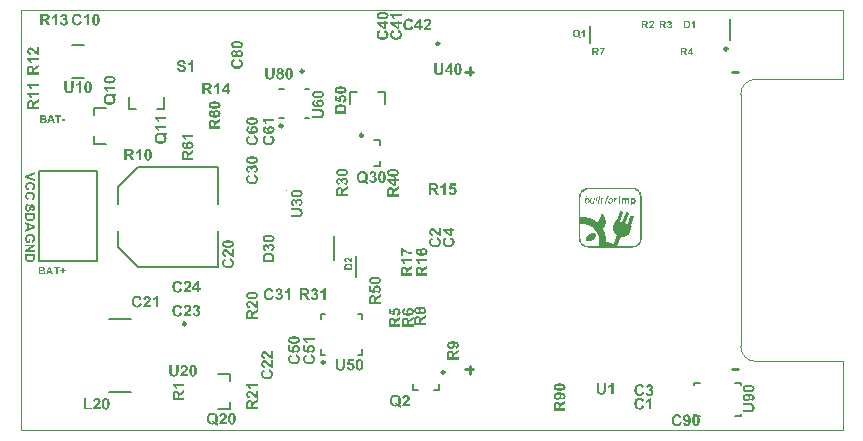
<source format=gto>
%FSLAX23Y23*%
%MOIN*%
G70*
G01*
G75*
G04 Layer_Color=65535*
%ADD10R,0.026X0.030*%
%ADD11R,0.030X0.026*%
%ADD12R,0.031X0.028*%
%ADD13R,0.039X0.031*%
%ADD14R,0.028X0.059*%
%ADD15R,0.012X0.020*%
%ADD16R,0.020X0.012*%
%ADD17R,0.051X0.022*%
%ADD18R,0.024X0.024*%
%ADD19R,0.118X0.039*%
%ADD20R,0.039X0.118*%
%ADD21R,0.010X0.020*%
%ADD22R,0.020X0.010*%
%ADD23R,0.010X0.013*%
%ADD24R,0.013X0.010*%
%ADD25O,0.065X0.012*%
%ADD26R,0.037X0.018*%
%ADD27R,0.035X0.031*%
%ADD28R,0.031X0.035*%
%ADD29R,0.063X0.224*%
%ADD30R,0.024X0.024*%
%ADD31R,0.035X0.026*%
%ADD32R,0.026X0.035*%
%ADD33R,0.033X0.059*%
%ADD34R,0.169X0.065*%
%ADD35R,0.053X0.094*%
%ADD36R,0.028X0.018*%
%ADD37R,0.063X0.098*%
%ADD38R,0.012X0.031*%
%ADD39R,0.031X0.012*%
%ADD40R,0.047X0.047*%
%ADD41R,0.051X0.016*%
%ADD42R,0.022X0.051*%
%ADD43C,0.010*%
%ADD44C,0.030*%
%ADD45C,0.015*%
%ADD46C,0.020*%
%ADD47C,0.040*%
%ADD48C,0.011*%
%ADD49C,0.008*%
%ADD50C,0.125*%
%ADD51C,0.118*%
%ADD52C,0.059*%
%ADD53R,0.059X0.059*%
%ADD54C,0.025*%
%ADD55C,0.010*%
%ADD56C,0.004*%
%ADD57C,0.001*%
%ADD58C,0.008*%
%ADD59C,0.006*%
G36*
X-561Y-641D02*
X-560D01*
X-559Y-641D01*
X-558Y-641D01*
X-557Y-641D01*
X-556Y-642D01*
X-555Y-642D01*
X-554Y-642D01*
X-553Y-643D01*
X-552Y-643D01*
X-551Y-644D01*
X-550Y-644D01*
X-549Y-645D01*
X-548Y-646D01*
X-548Y-646D01*
X-548Y-646D01*
X-547Y-647D01*
X-547Y-647D01*
X-547Y-648D01*
X-546Y-648D01*
X-546Y-649D01*
X-545Y-650D01*
X-545Y-651D01*
X-544Y-652D01*
X-544Y-653D01*
X-544Y-655D01*
X-543Y-656D01*
X-543Y-658D01*
X-543Y-659D01*
X-543Y-661D01*
Y-661D01*
Y-661D01*
Y-661D01*
Y-662D01*
X-543Y-662D01*
Y-663D01*
X-543Y-663D01*
X-543Y-664D01*
X-543Y-665D01*
X-543Y-667D01*
X-544Y-668D01*
X-544Y-670D01*
Y-670D01*
X-544Y-670D01*
X-544Y-670D01*
X-544Y-670D01*
X-545Y-671D01*
X-545Y-671D01*
X-545Y-672D01*
X-546Y-673D01*
X-547Y-674D01*
X-548Y-675D01*
X-547D01*
X-547Y-675D01*
X-547Y-675D01*
X-547Y-676D01*
X-546Y-676D01*
X-546Y-676D01*
X-545Y-677D01*
X-544Y-677D01*
X-543Y-678D01*
X-541Y-678D01*
X-544Y-684D01*
X-544D01*
X-544Y-684D01*
X-545Y-684D01*
X-545Y-684D01*
X-546Y-683D01*
X-546Y-683D01*
X-548Y-682D01*
X-548Y-682D01*
X-548Y-682D01*
X-548Y-682D01*
X-549Y-682D01*
X-549Y-682D01*
X-549Y-681D01*
X-550Y-681D01*
X-551Y-681D01*
X-551Y-680D01*
X-552Y-680D01*
X-553Y-679D01*
X-553D01*
X-553Y-679D01*
X-553Y-679D01*
X-553Y-679D01*
X-554Y-679D01*
X-554Y-680D01*
X-555Y-680D01*
X-555Y-680D01*
X-556Y-680D01*
X-558Y-680D01*
X-559Y-681D01*
X-561Y-681D01*
X-562D01*
X-562Y-681D01*
X-563D01*
X-563Y-681D01*
X-564Y-680D01*
X-565Y-680D01*
X-566Y-680D01*
X-567Y-680D01*
X-568Y-679D01*
X-570Y-679D01*
X-571Y-678D01*
X-572Y-678D01*
X-573Y-677D01*
X-574Y-676D01*
X-575Y-675D01*
X-575Y-675D01*
X-575Y-675D01*
X-575Y-675D01*
X-576Y-675D01*
X-576Y-674D01*
X-577Y-673D01*
X-577Y-673D01*
X-577Y-672D01*
X-578Y-671D01*
X-578Y-670D01*
X-579Y-668D01*
X-579Y-667D01*
X-580Y-666D01*
X-580Y-664D01*
X-580Y-663D01*
X-580Y-661D01*
Y-661D01*
Y-660D01*
X-580Y-660D01*
Y-659D01*
X-580Y-658D01*
X-580Y-658D01*
X-580Y-657D01*
X-579Y-655D01*
X-579Y-654D01*
X-579Y-653D01*
X-578Y-652D01*
X-578Y-651D01*
X-577Y-649D01*
X-577Y-648D01*
X-576Y-647D01*
X-575Y-646D01*
X-575Y-646D01*
X-575Y-646D01*
X-575Y-646D01*
X-574Y-645D01*
X-574Y-645D01*
X-573Y-644D01*
X-572Y-644D01*
X-571Y-644D01*
X-571Y-643D01*
X-569Y-643D01*
X-568Y-642D01*
X-567Y-642D01*
X-566Y-641D01*
X-564Y-641D01*
X-563Y-641D01*
X-561Y-641D01*
X-561D01*
X-561Y-641D01*
D02*
G37*
G36*
X-495Y-642D02*
X-495Y-642D01*
X-494Y-642D01*
X-494Y-642D01*
X-493Y-642D01*
X-492Y-642D01*
X-491Y-642D01*
X-491Y-643D01*
X-490Y-643D01*
X-489Y-644D01*
X-489Y-644D01*
X-488Y-645D01*
X-487Y-645D01*
X-487Y-646D01*
X-487Y-646D01*
X-487Y-646D01*
X-487Y-646D01*
X-486Y-647D01*
X-486Y-648D01*
X-486Y-648D01*
X-485Y-649D01*
X-485Y-650D01*
X-485Y-651D01*
X-484Y-653D01*
X-484Y-654D01*
X-484Y-656D01*
X-484Y-657D01*
X-484Y-659D01*
X-484Y-661D01*
Y-661D01*
Y-661D01*
Y-662D01*
Y-662D01*
X-484Y-663D01*
X-484Y-664D01*
X-484Y-665D01*
X-484Y-666D01*
X-484Y-667D01*
X-485Y-670D01*
X-485Y-671D01*
X-485Y-672D01*
X-486Y-674D01*
X-486Y-675D01*
X-487Y-676D01*
X-487Y-677D01*
X-487Y-677D01*
X-488Y-677D01*
X-488Y-677D01*
X-488Y-677D01*
X-488Y-678D01*
X-489Y-678D01*
X-489Y-678D01*
X-490Y-679D01*
X-490Y-679D01*
X-491Y-679D01*
X-492Y-680D01*
X-492Y-680D01*
X-493Y-680D01*
X-494Y-681D01*
X-495Y-681D01*
X-496Y-681D01*
X-496D01*
X-497Y-681D01*
X-497D01*
X-497Y-681D01*
X-498Y-680D01*
X-499Y-680D01*
X-499Y-680D01*
X-500Y-680D01*
X-501Y-680D01*
X-501Y-679D01*
X-502Y-679D01*
X-503Y-678D01*
X-504Y-678D01*
X-504Y-677D01*
X-505Y-676D01*
X-505Y-676D01*
X-505Y-676D01*
X-505Y-676D01*
X-506Y-676D01*
X-506Y-675D01*
X-506Y-675D01*
X-507Y-674D01*
X-507Y-673D01*
X-507Y-672D01*
X-507Y-671D01*
X-508Y-670D01*
X-508Y-668D01*
X-508Y-667D01*
X-508Y-665D01*
X-508Y-663D01*
X-509Y-661D01*
Y-661D01*
Y-661D01*
Y-661D01*
Y-660D01*
X-508Y-659D01*
X-508Y-658D01*
X-508Y-657D01*
X-508Y-656D01*
X-508Y-655D01*
X-508Y-652D01*
X-507Y-651D01*
X-507Y-650D01*
X-507Y-649D01*
X-506Y-647D01*
X-505Y-646D01*
X-505Y-645D01*
X-505Y-645D01*
X-505Y-645D01*
X-504Y-645D01*
X-504Y-645D01*
X-504Y-644D01*
X-503Y-644D01*
X-503Y-644D01*
X-502Y-643D01*
X-502Y-643D01*
X-501Y-643D01*
X-501Y-642D01*
X-500Y-642D01*
X-499Y-642D01*
X-498Y-642D01*
X-497Y-642D01*
X-496Y-641D01*
X-496D01*
X-495Y-642D01*
D02*
G37*
G36*
X-525D02*
X-524Y-642D01*
X-524Y-642D01*
X-523Y-642D01*
X-522Y-642D01*
X-521Y-642D01*
X-520Y-643D01*
X-519Y-643D01*
X-518Y-643D01*
X-517Y-644D01*
X-517Y-645D01*
X-517Y-645D01*
X-517Y-645D01*
X-516Y-645D01*
X-516Y-645D01*
X-516Y-645D01*
X-516Y-646D01*
X-515Y-647D01*
X-515Y-648D01*
X-514Y-649D01*
X-514Y-651D01*
X-514Y-651D01*
X-513Y-652D01*
Y-652D01*
Y-653D01*
X-514Y-653D01*
X-514Y-654D01*
X-514Y-654D01*
X-514Y-655D01*
X-514Y-656D01*
X-514Y-657D01*
X-514Y-657D01*
X-515Y-658D01*
X-515Y-658D01*
X-515Y-659D01*
X-516Y-659D01*
X-516Y-660D01*
X-517Y-661D01*
X-517Y-662D01*
X-517Y-662D01*
X-518Y-662D01*
X-518Y-663D01*
X-519Y-663D01*
X-519Y-664D01*
X-520Y-665D01*
X-521Y-666D01*
X-522Y-667D01*
X-522Y-667D01*
X-522Y-667D01*
X-523Y-667D01*
X-523Y-667D01*
X-523Y-668D01*
X-524Y-669D01*
X-525Y-669D01*
X-526Y-670D01*
X-526Y-671D01*
X-526Y-671D01*
X-527Y-671D01*
X-527Y-671D01*
X-527Y-671D01*
X-527Y-672D01*
X-527Y-672D01*
X-528Y-672D01*
X-528Y-673D01*
X-513D01*
Y-680D01*
X-539D01*
Y-680D01*
Y-680D01*
X-539Y-680D01*
X-539Y-679D01*
X-539Y-679D01*
X-539Y-679D01*
X-539Y-678D01*
X-539Y-676D01*
X-538Y-675D01*
X-538Y-674D01*
X-537Y-673D01*
Y-673D01*
X-537Y-673D01*
X-537Y-672D01*
X-536Y-672D01*
X-536Y-672D01*
X-536Y-671D01*
X-535Y-671D01*
X-535Y-670D01*
X-534Y-670D01*
X-534Y-669D01*
X-533Y-668D01*
X-532Y-667D01*
X-532Y-666D01*
X-531Y-665D01*
X-530Y-664D01*
X-529Y-663D01*
X-528Y-663D01*
X-528Y-663D01*
X-528Y-663D01*
X-528Y-663D01*
X-527Y-662D01*
X-527Y-662D01*
X-526Y-661D01*
X-525Y-660D01*
X-524Y-659D01*
X-523Y-658D01*
X-523Y-658D01*
X-523Y-658D01*
X-522Y-657D01*
X-522Y-657D01*
X-522Y-657D01*
X-522Y-656D01*
X-522Y-656D01*
X-521Y-655D01*
X-521Y-654D01*
X-521Y-654D01*
X-521Y-653D01*
Y-653D01*
Y-652D01*
X-521Y-652D01*
X-521Y-651D01*
X-521Y-651D01*
X-521Y-650D01*
X-522Y-649D01*
X-522Y-649D01*
X-522Y-649D01*
X-522Y-649D01*
X-523Y-648D01*
X-523Y-648D01*
X-524Y-648D01*
X-524Y-648D01*
X-525Y-648D01*
X-526Y-648D01*
X-526D01*
X-527Y-648D01*
X-527Y-648D01*
X-528Y-648D01*
X-528Y-648D01*
X-529Y-648D01*
X-530Y-649D01*
X-530Y-649D01*
X-530Y-649D01*
X-530Y-650D01*
X-530Y-650D01*
X-531Y-651D01*
X-531Y-651D01*
X-531Y-652D01*
X-531Y-654D01*
X-538Y-653D01*
Y-653D01*
X-538Y-653D01*
Y-652D01*
X-538Y-652D01*
X-538Y-651D01*
X-538Y-651D01*
X-538Y-650D01*
X-538Y-649D01*
X-537Y-648D01*
X-536Y-647D01*
X-536Y-646D01*
X-535Y-645D01*
X-535Y-645D01*
X-534Y-644D01*
X-534Y-644D01*
X-534Y-644D01*
X-534Y-644D01*
X-534Y-644D01*
X-533Y-643D01*
X-533Y-643D01*
X-532Y-643D01*
X-532Y-643D01*
X-531Y-643D01*
X-531Y-642D01*
X-529Y-642D01*
X-528Y-642D01*
X-527Y-641D01*
X-525D01*
X-525Y-642D01*
D02*
G37*
G36*
X5Y163D02*
X5Y163D01*
X6Y163D01*
X6Y163D01*
X7Y163D01*
X8Y163D01*
X9Y163D01*
X9Y162D01*
X10Y162D01*
X11Y161D01*
X11Y161D01*
X12Y160D01*
X13Y160D01*
X13Y159D01*
X13Y159D01*
X13Y159D01*
X13Y159D01*
X14Y158D01*
X14Y157D01*
X14Y157D01*
X15Y156D01*
X15Y155D01*
X15Y154D01*
X16Y152D01*
X16Y151D01*
X16Y149D01*
X16Y148D01*
X16Y146D01*
X16Y144D01*
Y144D01*
Y144D01*
Y143D01*
Y143D01*
X16Y142D01*
X16Y141D01*
X16Y140D01*
X16Y139D01*
X16Y138D01*
X15Y135D01*
X15Y134D01*
X15Y133D01*
X14Y131D01*
X14Y130D01*
X13Y129D01*
X13Y128D01*
X13Y128D01*
X12Y128D01*
X12Y128D01*
X12Y128D01*
X12Y127D01*
X11Y127D01*
X11Y127D01*
X10Y126D01*
X10Y126D01*
X9Y126D01*
X8Y125D01*
X8Y125D01*
X7Y125D01*
X6Y124D01*
X5Y124D01*
X4Y124D01*
X4D01*
X3Y124D01*
X3D01*
X3Y124D01*
X2Y125D01*
X1Y125D01*
X1Y125D01*
X0Y125D01*
X-1Y125D01*
X-1Y126D01*
X-2Y126D01*
X-3Y127D01*
X-4Y127D01*
X-4Y128D01*
X-5Y129D01*
X-5Y129D01*
X-5Y129D01*
X-5Y129D01*
X-6Y129D01*
X-6Y130D01*
X-6Y130D01*
X-7Y131D01*
X-7Y132D01*
X-7Y133D01*
X-7Y134D01*
X-8Y135D01*
X-8Y137D01*
X-8Y138D01*
X-8Y140D01*
X-8Y142D01*
X-9Y144D01*
Y144D01*
Y144D01*
Y144D01*
Y145D01*
X-8Y146D01*
X-8Y147D01*
X-8Y148D01*
X-8Y149D01*
X-8Y150D01*
X-8Y153D01*
X-7Y154D01*
X-7Y155D01*
X-7Y156D01*
X-6Y158D01*
X-5Y159D01*
X-5Y160D01*
X-5Y160D01*
X-5Y160D01*
X-4Y160D01*
X-4Y160D01*
X-4Y161D01*
X-3Y161D01*
X-3Y161D01*
X-2Y162D01*
X-2Y162D01*
X-1Y162D01*
X-1Y163D01*
X0Y163D01*
X1Y163D01*
X2Y163D01*
X3Y163D01*
X4Y164D01*
X4D01*
X5Y163D01*
D02*
G37*
G36*
X-25D02*
X-25Y163D01*
X-24Y163D01*
X-24Y163D01*
X-23Y163D01*
X-22Y163D01*
X-21Y162D01*
X-20Y162D01*
X-20Y162D01*
X-19Y161D01*
X-18Y161D01*
X-18Y160D01*
X-17Y160D01*
X-17Y160D01*
X-17Y160D01*
X-17Y160D01*
X-17Y159D01*
X-16Y158D01*
X-16Y157D01*
X-15Y156D01*
X-15Y155D01*
X-15Y154D01*
Y154D01*
Y154D01*
Y153D01*
X-15Y153D01*
Y153D01*
X-15Y152D01*
X-15Y152D01*
X-15Y151D01*
X-15Y151D01*
X-16Y150D01*
X-16Y150D01*
X-17Y149D01*
X-17Y148D01*
X-18Y147D01*
X-19Y147D01*
X-19Y146D01*
X-20Y146D01*
X-20D01*
X-20Y146D01*
X-20D01*
X-20Y145D01*
X-19Y145D01*
X-18Y145D01*
X-18Y145D01*
X-17Y144D01*
X-16Y143D01*
X-15Y142D01*
X-15Y142D01*
X-15Y142D01*
X-14Y141D01*
X-14Y141D01*
X-14Y140D01*
X-13Y139D01*
X-13Y138D01*
X-13Y136D01*
Y136D01*
Y136D01*
Y136D01*
X-13Y136D01*
X-13Y135D01*
X-13Y135D01*
X-13Y134D01*
X-14Y133D01*
X-14Y132D01*
X-14Y131D01*
X-15Y131D01*
X-15Y130D01*
X-16Y129D01*
X-16Y129D01*
X-17Y128D01*
X-17Y128D01*
X-17Y128D01*
X-17Y128D01*
X-17Y127D01*
X-18Y127D01*
X-18Y127D01*
X-19Y126D01*
X-19Y126D01*
X-20Y126D01*
X-21Y125D01*
X-21Y125D01*
X-22Y125D01*
X-23Y125D01*
X-24Y124D01*
X-25Y124D01*
X-26Y124D01*
X-27D01*
X-27Y124D01*
X-27Y124D01*
X-28Y124D01*
X-28Y125D01*
X-29Y125D01*
X-30Y125D01*
X-32Y126D01*
X-33Y126D01*
X-33Y126D01*
X-34Y127D01*
X-35Y127D01*
X-35Y127D01*
X-35Y127D01*
X-35Y128D01*
X-35Y128D01*
X-36Y128D01*
X-36Y129D01*
X-36Y129D01*
X-36Y129D01*
X-37Y130D01*
X-38Y132D01*
X-38Y133D01*
X-39Y134D01*
X-39Y135D01*
X-32Y136D01*
Y136D01*
Y136D01*
X-31Y136D01*
X-31Y135D01*
X-31Y134D01*
X-31Y134D01*
X-31Y133D01*
X-30Y132D01*
X-30Y132D01*
X-30Y132D01*
X-29Y132D01*
X-29Y131D01*
X-29Y131D01*
X-28Y131D01*
X-28Y131D01*
X-27Y130D01*
X-26Y130D01*
X-26D01*
X-25Y130D01*
X-25Y131D01*
X-24Y131D01*
X-23Y131D01*
X-23Y131D01*
X-22Y132D01*
X-22Y132D01*
X-22Y132D01*
X-22Y133D01*
X-21Y133D01*
X-21Y134D01*
X-21Y135D01*
X-21Y136D01*
X-21Y137D01*
Y137D01*
Y137D01*
Y137D01*
X-21Y138D01*
X-21Y138D01*
X-21Y139D01*
X-21Y140D01*
X-22Y141D01*
X-22Y141D01*
X-22Y141D01*
X-22Y141D01*
X-23Y142D01*
X-23Y142D01*
X-24Y142D01*
X-24Y143D01*
X-25Y143D01*
X-26Y143D01*
X-26D01*
X-27Y143D01*
X-27Y143D01*
X-28Y143D01*
X-28Y142D01*
X-29Y142D01*
X-28Y148D01*
X-28D01*
X-27Y148D01*
X-27Y148D01*
X-26Y149D01*
X-25Y149D01*
X-24Y149D01*
X-24Y150D01*
X-24Y150D01*
X-24Y150D01*
X-23Y150D01*
X-23Y151D01*
X-23Y151D01*
X-22Y152D01*
X-22Y152D01*
X-22Y153D01*
Y153D01*
Y154D01*
X-22Y154D01*
X-22Y154D01*
X-22Y155D01*
X-23Y155D01*
X-23Y156D01*
X-23Y156D01*
X-23Y156D01*
X-24Y156D01*
X-24Y157D01*
X-24Y157D01*
X-25Y157D01*
X-25Y157D01*
X-26Y157D01*
X-26Y157D01*
X-27D01*
X-27Y157D01*
X-28Y157D01*
X-28Y157D01*
X-29Y157D01*
X-29Y157D01*
X-30Y156D01*
X-30Y156D01*
X-30Y156D01*
X-30Y156D01*
X-30Y155D01*
X-31Y155D01*
X-31Y154D01*
X-31Y153D01*
X-31Y152D01*
X-38Y153D01*
Y153D01*
X-38Y154D01*
Y154D01*
X-38Y154D01*
X-38Y155D01*
X-38Y155D01*
X-37Y156D01*
X-37Y157D01*
X-36Y158D01*
X-36Y159D01*
X-36Y159D01*
X-36Y159D01*
X-35Y160D01*
X-35Y160D01*
X-34Y161D01*
X-34Y161D01*
X-33Y162D01*
X-32Y162D01*
X-32D01*
X-32Y162D01*
X-32Y162D01*
X-31Y163D01*
X-30Y163D01*
X-29Y163D01*
X-29Y163D01*
X-27Y163D01*
X-26Y164D01*
X-26D01*
X-25Y163D01*
D02*
G37*
G36*
X243Y-403D02*
X243Y-403D01*
X244Y-403D01*
X246Y-403D01*
X247Y-403D01*
X249Y-404D01*
X250Y-404D01*
X252Y-405D01*
X253Y-405D01*
X254Y-406D01*
X255Y-406D01*
X256Y-407D01*
X256Y-407D01*
X256Y-407D01*
X256Y-407D01*
X257Y-407D01*
X257Y-408D01*
X258Y-408D01*
X258Y-409D01*
X258Y-410D01*
X259Y-410D01*
X259Y-411D01*
X260Y-412D01*
X260Y-413D01*
X260Y-414D01*
X261Y-415D01*
X261Y-416D01*
X261Y-417D01*
Y-417D01*
Y-417D01*
Y-417D01*
X261Y-418D01*
Y-418D01*
X261Y-418D01*
X260Y-419D01*
X260Y-421D01*
X260Y-422D01*
X259Y-423D01*
X258Y-424D01*
X258D01*
X258Y-424D01*
X258Y-425D01*
X257Y-425D01*
X256Y-426D01*
X255Y-426D01*
X254Y-427D01*
X253Y-427D01*
X251Y-428D01*
X250Y-421D01*
X250D01*
X251Y-421D01*
X251Y-420D01*
X252Y-420D01*
X252Y-420D01*
X253Y-420D01*
X253Y-420D01*
X254Y-419D01*
X254Y-419D01*
X254Y-419D01*
X254Y-419D01*
X254Y-419D01*
X254Y-418D01*
X254Y-418D01*
X255Y-417D01*
X255Y-416D01*
Y-416D01*
X255Y-416D01*
X255Y-416D01*
X254Y-415D01*
X254Y-414D01*
X254Y-414D01*
X253Y-413D01*
X253Y-413D01*
X252Y-412D01*
X252Y-412D01*
X252Y-412D01*
X252Y-412D01*
X252Y-412D01*
X251Y-412D01*
X251Y-412D01*
X250Y-412D01*
X250Y-411D01*
X249Y-411D01*
X248Y-411D01*
X247Y-411D01*
X246Y-411D01*
X245Y-411D01*
X244Y-410D01*
X244Y-411D01*
X244Y-411D01*
X244Y-411D01*
X244Y-411D01*
X245Y-412D01*
X245Y-412D01*
X246Y-413D01*
X247Y-415D01*
X247Y-416D01*
X247Y-417D01*
X247Y-417D01*
Y-417D01*
Y-418D01*
Y-418D01*
X247Y-418D01*
X247Y-419D01*
X247Y-419D01*
X247Y-420D01*
X246Y-421D01*
X246Y-422D01*
X246Y-423D01*
X245Y-423D01*
X245Y-424D01*
X244Y-425D01*
X244Y-425D01*
X244Y-425D01*
X243Y-425D01*
X243Y-426D01*
X243Y-426D01*
X243Y-426D01*
X242Y-426D01*
X242Y-427D01*
X241Y-427D01*
X241Y-427D01*
X240Y-427D01*
X239Y-428D01*
X238Y-428D01*
X236Y-428D01*
X236Y-428D01*
X234Y-428D01*
X234D01*
X234Y-428D01*
X233Y-428D01*
X232Y-428D01*
X232Y-428D01*
X231Y-428D01*
X230Y-428D01*
X229Y-427D01*
X228Y-427D01*
X227Y-427D01*
X226Y-426D01*
X226Y-426D01*
X225Y-425D01*
X225Y-425D01*
X225Y-425D01*
X225Y-425D01*
X224Y-424D01*
X224Y-424D01*
X224Y-424D01*
X224Y-423D01*
X223Y-423D01*
X223Y-422D01*
X223Y-421D01*
X222Y-421D01*
X222Y-420D01*
X222Y-419D01*
X222Y-418D01*
X222Y-417D01*
X221Y-416D01*
Y-416D01*
Y-416D01*
Y-416D01*
X222Y-415D01*
X222Y-415D01*
X222Y-414D01*
X222Y-414D01*
X222Y-413D01*
X222Y-412D01*
X223Y-411D01*
X223Y-410D01*
X223Y-410D01*
X224Y-409D01*
X224Y-408D01*
X225Y-407D01*
X226Y-407D01*
X226Y-407D01*
X226Y-406D01*
X226Y-406D01*
X227Y-406D01*
X227Y-406D01*
X228Y-405D01*
X229Y-405D01*
X230Y-405D01*
X231Y-404D01*
X232Y-404D01*
X233Y-404D01*
X234Y-403D01*
X236Y-403D01*
X237Y-403D01*
X239Y-403D01*
X241Y-403D01*
X242D01*
X243Y-403D01*
D02*
G37*
G36*
X260Y-440D02*
X252Y-445D01*
X252Y-445D01*
X252Y-446D01*
X251Y-446D01*
X251Y-446D01*
X251Y-446D01*
X250Y-446D01*
X249Y-447D01*
X248Y-448D01*
X247Y-448D01*
X247Y-449D01*
X246Y-449D01*
X246Y-449D01*
X246Y-450D01*
X246Y-450D01*
X246Y-450D01*
X245Y-450D01*
X245Y-451D01*
X245Y-451D01*
X244Y-452D01*
Y-452D01*
X244Y-452D01*
X244Y-452D01*
X244Y-453D01*
X244Y-453D01*
X244Y-454D01*
X244Y-455D01*
Y-456D01*
Y-457D01*
X260D01*
Y-465D01*
X222D01*
Y-449D01*
Y-449D01*
Y-449D01*
Y-448D01*
Y-448D01*
X222Y-447D01*
Y-447D01*
Y-446D01*
X222Y-445D01*
X222Y-444D01*
X222Y-442D01*
X222Y-441D01*
X222Y-440D01*
X223Y-440D01*
Y-440D01*
X223Y-440D01*
X223Y-439D01*
X223Y-439D01*
X223Y-438D01*
X224Y-438D01*
X225Y-437D01*
X225Y-436D01*
X226Y-435D01*
X226Y-435D01*
X227Y-435D01*
X227Y-435D01*
X228Y-435D01*
X229Y-434D01*
X230Y-434D01*
X231Y-434D01*
X232Y-434D01*
X233D01*
X233Y-434D01*
X234D01*
X234Y-434D01*
X235Y-434D01*
X236Y-434D01*
X237Y-435D01*
X238Y-435D01*
X239Y-436D01*
X240Y-436D01*
X240D01*
X240Y-436D01*
X240Y-437D01*
X240Y-437D01*
X240Y-437D01*
X240Y-437D01*
X241Y-438D01*
X241Y-438D01*
X241Y-439D01*
X242Y-439D01*
X242Y-440D01*
X242Y-441D01*
X243Y-441D01*
X243Y-442D01*
X243Y-443D01*
X243Y-444D01*
Y-444D01*
X243Y-444D01*
X243Y-443D01*
X244Y-443D01*
X244Y-442D01*
X244Y-442D01*
X245Y-441D01*
X246Y-440D01*
X246Y-440D01*
X246Y-440D01*
X247Y-439D01*
X247Y-439D01*
X248Y-438D01*
X249Y-438D01*
X250Y-437D01*
X250Y-437D01*
X251Y-436D01*
X252Y-436D01*
X253Y-435D01*
X260Y-431D01*
Y-440D01*
D02*
G37*
G36*
X-715Y338D02*
X-743D01*
X-743Y338D01*
X-743Y338D01*
X-742Y338D01*
X-742Y337D01*
X-742Y337D01*
X-741Y336D01*
X-741Y336D01*
X-741Y335D01*
X-740Y335D01*
X-740Y334D01*
X-739Y332D01*
X-738Y330D01*
X-737Y328D01*
X-744D01*
Y329D01*
X-744Y329D01*
X-744Y329D01*
X-744Y329D01*
X-744Y330D01*
X-745Y330D01*
X-745Y331D01*
X-746Y332D01*
X-746Y334D01*
X-747Y335D01*
X-747Y335D01*
X-748Y335D01*
X-748Y335D01*
X-748Y335D01*
X-748Y336D01*
X-749Y337D01*
X-750Y337D01*
X-751Y338D01*
X-752Y339D01*
X-754Y339D01*
Y345D01*
X-715D01*
Y338D01*
D02*
G37*
G36*
X-881Y421D02*
Y421D01*
X-881Y421D01*
X-881Y420D01*
X-881Y420D01*
X-882Y419D01*
X-882Y419D01*
X-883Y417D01*
X-883Y417D01*
X-883Y417D01*
X-883Y417D01*
X-883Y416D01*
X-883Y416D01*
X-884Y416D01*
X-884Y415D01*
X-884Y414D01*
X-885Y414D01*
X-885Y413D01*
X-886Y412D01*
Y412D01*
X-886Y412D01*
X-886Y412D01*
X-886Y412D01*
X-886Y411D01*
X-885Y411D01*
X-885Y410D01*
X-885Y410D01*
X-885Y409D01*
X-885Y407D01*
X-884Y406D01*
X-884Y404D01*
Y404D01*
Y403D01*
X-884Y403D01*
Y402D01*
X-884Y402D01*
X-885Y401D01*
X-885Y400D01*
X-885Y399D01*
X-885Y398D01*
X-886Y397D01*
X-886Y395D01*
X-887Y394D01*
X-887Y393D01*
X-888Y392D01*
X-889Y391D01*
X-890Y390D01*
X-890Y390D01*
X-890Y390D01*
X-890Y390D01*
X-890Y389D01*
X-891Y389D01*
X-892Y388D01*
X-892Y388D01*
X-893Y388D01*
X-894Y387D01*
X-895Y387D01*
X-897Y386D01*
X-898Y386D01*
X-899Y385D01*
X-901Y385D01*
X-902Y385D01*
X-904Y385D01*
X-905D01*
X-905Y385D01*
X-906D01*
X-907Y385D01*
X-907Y385D01*
X-908Y385D01*
X-910Y386D01*
X-911Y386D01*
X-912Y386D01*
X-913Y387D01*
X-914Y387D01*
X-916Y388D01*
X-917Y388D01*
X-918Y389D01*
X-919Y390D01*
X-919Y390D01*
X-919Y390D01*
X-919Y390D01*
X-920Y391D01*
X-920Y391D01*
X-921Y392D01*
X-921Y393D01*
X-921Y394D01*
X-922Y394D01*
X-922Y396D01*
X-923Y397D01*
X-923Y398D01*
X-924Y399D01*
X-924Y401D01*
X-924Y402D01*
X-924Y404D01*
Y404D01*
Y404D01*
X-924Y404D01*
Y405D01*
X-924Y406D01*
X-924Y407D01*
X-924Y408D01*
X-923Y409D01*
X-923Y410D01*
X-923Y411D01*
X-922Y412D01*
X-922Y413D01*
X-921Y414D01*
X-921Y415D01*
X-920Y416D01*
X-919Y417D01*
X-919Y417D01*
X-919Y417D01*
X-918Y418D01*
X-918Y418D01*
X-917Y418D01*
X-917Y419D01*
X-916Y419D01*
X-915Y420D01*
X-914Y420D01*
X-913Y421D01*
X-912Y421D01*
X-910Y421D01*
X-909Y422D01*
X-907Y422D01*
X-906Y422D01*
X-904Y422D01*
X-903D01*
X-903Y422D01*
X-902D01*
X-902Y422D01*
X-901Y422D01*
X-900Y422D01*
X-898Y422D01*
X-897Y421D01*
X-895Y421D01*
X-895D01*
X-895Y421D01*
X-895Y421D01*
X-895Y421D01*
X-894Y420D01*
X-894Y420D01*
X-893Y420D01*
X-892Y419D01*
X-891Y418D01*
X-890Y417D01*
Y418D01*
X-890Y418D01*
X-890Y418D01*
X-889Y418D01*
X-889Y419D01*
X-889Y419D01*
X-888Y420D01*
X-888Y421D01*
X-887Y422D01*
X-887Y424D01*
X-881Y421D01*
D02*
G37*
G36*
X-885Y438D02*
X-913D01*
X-913Y438D01*
X-913Y438D01*
X-912Y438D01*
X-912Y437D01*
X-912Y437D01*
X-911Y437D01*
X-911Y436D01*
X-911Y435D01*
X-910Y435D01*
X-910Y434D01*
X-909Y432D01*
X-908Y431D01*
X-907Y429D01*
X-914D01*
Y429D01*
X-914Y429D01*
X-914Y429D01*
X-914Y429D01*
X-914Y430D01*
X-915Y431D01*
X-915Y431D01*
X-916Y433D01*
X-916Y434D01*
X-917Y435D01*
X-917Y435D01*
X-918Y435D01*
X-918Y435D01*
X-918Y435D01*
X-918Y436D01*
X-919Y437D01*
X-920Y438D01*
X-921Y438D01*
X-922Y439D01*
X-924Y440D01*
Y446D01*
X-885D01*
Y438D01*
D02*
G37*
G36*
X989Y-646D02*
X990Y-646D01*
X990Y-646D01*
X991Y-646D01*
X992Y-646D01*
X993Y-647D01*
X994Y-647D01*
X995Y-647D01*
X996Y-648D01*
X997Y-648D01*
X998Y-649D01*
X998Y-649D01*
X999Y-650D01*
X999D01*
X999Y-650D01*
X1000Y-651D01*
X1000Y-651D01*
X1001Y-652D01*
X1001Y-653D01*
X1002Y-654D01*
X1003Y-656D01*
X1003Y-657D01*
X996Y-659D01*
Y-659D01*
X996Y-659D01*
X996Y-659D01*
X995Y-658D01*
X995Y-657D01*
X995Y-657D01*
X994Y-656D01*
X994Y-655D01*
X993Y-654D01*
X993Y-654D01*
X992Y-654D01*
X992Y-654D01*
X991Y-653D01*
X991Y-653D01*
X990Y-653D01*
X989Y-653D01*
X988Y-653D01*
X987D01*
X987Y-653D01*
X986Y-653D01*
X986Y-653D01*
X985Y-653D01*
X984Y-653D01*
X983Y-654D01*
X982Y-654D01*
X982Y-655D01*
X981Y-655D01*
X981Y-656D01*
Y-656D01*
X981Y-656D01*
X980Y-656D01*
X980Y-656D01*
X980Y-657D01*
X980Y-657D01*
X980Y-657D01*
X979Y-658D01*
X979Y-659D01*
X979Y-659D01*
X979Y-660D01*
X978Y-661D01*
X978Y-662D01*
X978Y-663D01*
X978Y-664D01*
X978Y-666D01*
Y-666D01*
Y-666D01*
Y-666D01*
X978Y-667D01*
Y-667D01*
X978Y-668D01*
X978Y-669D01*
X978Y-670D01*
X979Y-671D01*
X979Y-673D01*
X979Y-674D01*
X980Y-675D01*
X980Y-675D01*
X981Y-676D01*
X981Y-676D01*
X981Y-676D01*
X981Y-676D01*
X982Y-677D01*
X982Y-678D01*
X983Y-678D01*
X985Y-679D01*
X986Y-679D01*
X987Y-679D01*
X987Y-679D01*
X988D01*
X988Y-679D01*
X988Y-679D01*
X989Y-679D01*
X990Y-679D01*
X991Y-678D01*
X992Y-678D01*
X993Y-677D01*
X993Y-677D01*
X993Y-677D01*
X993Y-676D01*
X994Y-676D01*
X994Y-675D01*
X995Y-674D01*
X996Y-672D01*
X996Y-671D01*
X1003Y-673D01*
Y-673D01*
X1003Y-673D01*
X1003Y-674D01*
X1003Y-674D01*
X1003Y-675D01*
X1003Y-675D01*
X1002Y-676D01*
X1002Y-677D01*
X1001Y-678D01*
X1000Y-680D01*
X999Y-681D01*
X998Y-682D01*
X998Y-683D01*
X998Y-683D01*
X997Y-683D01*
X997Y-683D01*
X997Y-683D01*
X997Y-683D01*
X996Y-684D01*
X996Y-684D01*
X995Y-684D01*
X994Y-684D01*
X993Y-685D01*
X993Y-685D01*
X992Y-685D01*
X991Y-685D01*
X990Y-686D01*
X989Y-686D01*
X987Y-686D01*
X987D01*
X987Y-686D01*
X986D01*
X986Y-685D01*
X985Y-685D01*
X984Y-685D01*
X983Y-685D01*
X982Y-685D01*
X981Y-684D01*
X980Y-684D01*
X979Y-683D01*
X978Y-683D01*
X977Y-682D01*
X976Y-681D01*
X975Y-680D01*
X975Y-680D01*
X975Y-680D01*
X974Y-680D01*
X974Y-680D01*
X974Y-679D01*
X973Y-678D01*
X973Y-678D01*
X972Y-677D01*
X972Y-676D01*
X972Y-675D01*
X971Y-673D01*
X971Y-672D01*
X970Y-671D01*
X970Y-669D01*
X970Y-668D01*
X970Y-666D01*
Y-666D01*
Y-666D01*
X970Y-665D01*
Y-665D01*
X970Y-664D01*
X970Y-663D01*
X970Y-662D01*
X971Y-661D01*
X971Y-659D01*
X971Y-658D01*
X972Y-657D01*
X972Y-656D01*
X973Y-655D01*
X973Y-653D01*
X974Y-652D01*
X975Y-651D01*
X975Y-651D01*
X975Y-651D01*
X975Y-651D01*
X976Y-650D01*
X976Y-650D01*
X977Y-650D01*
X978Y-649D01*
X978Y-649D01*
X979Y-648D01*
X980Y-648D01*
X981Y-647D01*
X983Y-647D01*
X984Y-646D01*
X985Y-646D01*
X986Y-646D01*
X988Y-646D01*
X989D01*
X989Y-646D01*
D02*
G37*
G36*
X-711Y291D02*
Y291D01*
X-711Y291D01*
X-711Y290D01*
X-711Y290D01*
X-712Y289D01*
X-712Y289D01*
X-713Y287D01*
X-713Y287D01*
X-713Y287D01*
X-713Y287D01*
X-713Y286D01*
X-713Y286D01*
X-714Y286D01*
X-714Y285D01*
X-714Y284D01*
X-715Y284D01*
X-715Y283D01*
X-716Y282D01*
Y282D01*
X-716Y282D01*
X-716Y282D01*
X-716Y282D01*
X-716Y281D01*
X-715Y281D01*
X-715Y280D01*
X-715Y280D01*
X-715Y279D01*
X-715Y277D01*
X-714Y276D01*
X-714Y274D01*
Y274D01*
Y273D01*
X-714Y273D01*
Y272D01*
X-714Y272D01*
X-715Y271D01*
X-715Y270D01*
X-715Y269D01*
X-715Y268D01*
X-716Y267D01*
X-716Y265D01*
X-717Y264D01*
X-717Y263D01*
X-718Y262D01*
X-719Y261D01*
X-720Y260D01*
X-720Y260D01*
X-720Y260D01*
X-720Y260D01*
X-720Y259D01*
X-721Y259D01*
X-722Y258D01*
X-722Y258D01*
X-723Y258D01*
X-724Y257D01*
X-725Y257D01*
X-727Y256D01*
X-728Y256D01*
X-729Y255D01*
X-731Y255D01*
X-732Y255D01*
X-734Y255D01*
X-735D01*
X-735Y255D01*
X-736D01*
X-737Y255D01*
X-737Y255D01*
X-738Y255D01*
X-740Y256D01*
X-741Y256D01*
X-742Y256D01*
X-743Y257D01*
X-744Y257D01*
X-746Y258D01*
X-747Y258D01*
X-748Y259D01*
X-749Y260D01*
X-749Y260D01*
X-749Y260D01*
X-749Y260D01*
X-750Y261D01*
X-750Y261D01*
X-751Y262D01*
X-751Y263D01*
X-751Y264D01*
X-752Y264D01*
X-752Y266D01*
X-753Y267D01*
X-753Y268D01*
X-754Y269D01*
X-754Y271D01*
X-754Y272D01*
X-754Y274D01*
Y274D01*
Y274D01*
X-754Y274D01*
Y275D01*
X-754Y276D01*
X-754Y277D01*
X-754Y278D01*
X-753Y279D01*
X-753Y280D01*
X-753Y281D01*
X-752Y282D01*
X-752Y283D01*
X-751Y284D01*
X-751Y285D01*
X-750Y286D01*
X-749Y287D01*
X-749Y287D01*
X-749Y287D01*
X-748Y288D01*
X-748Y288D01*
X-747Y288D01*
X-747Y289D01*
X-746Y289D01*
X-745Y290D01*
X-744Y290D01*
X-743Y291D01*
X-742Y291D01*
X-740Y291D01*
X-739Y292D01*
X-737Y292D01*
X-736Y292D01*
X-734Y292D01*
X-733D01*
X-733Y292D01*
X-732D01*
X-732Y292D01*
X-731Y292D01*
X-730Y292D01*
X-728Y292D01*
X-727Y291D01*
X-725Y291D01*
X-725D01*
X-725Y291D01*
X-725Y291D01*
X-725Y291D01*
X-724Y290D01*
X-724Y290D01*
X-723Y290D01*
X-722Y289D01*
X-721Y288D01*
X-720Y287D01*
Y288D01*
X-720Y288D01*
X-720Y288D01*
X-719Y288D01*
X-719Y289D01*
X-719Y289D01*
X-718Y290D01*
X-718Y291D01*
X-717Y292D01*
X-717Y294D01*
X-711Y291D01*
D02*
G37*
G36*
X-715Y308D02*
X-743D01*
X-743Y308D01*
X-743Y308D01*
X-742Y308D01*
X-742Y307D01*
X-742Y307D01*
X-741Y307D01*
X-741Y306D01*
X-741Y305D01*
X-740Y305D01*
X-740Y304D01*
X-739Y302D01*
X-738Y301D01*
X-737Y299D01*
X-744D01*
Y299D01*
X-744Y299D01*
X-744Y299D01*
X-744Y299D01*
X-744Y300D01*
X-745Y301D01*
X-745Y301D01*
X-746Y303D01*
X-746Y304D01*
X-747Y305D01*
X-747Y305D01*
X-748Y305D01*
X-748Y305D01*
X-748Y305D01*
X-748Y306D01*
X-749Y307D01*
X-750Y308D01*
X-751Y308D01*
X-752Y309D01*
X-754Y310D01*
Y316D01*
X-715D01*
Y308D01*
D02*
G37*
G36*
X-502Y-127D02*
X-501Y-127D01*
X-501Y-127D01*
X-500Y-127D01*
X-500Y-127D01*
X-499Y-128D01*
X-498Y-128D01*
X-497Y-129D01*
X-495Y-130D01*
X-494Y-131D01*
X-493Y-132D01*
X-492Y-132D01*
X-492Y-132D01*
X-492Y-133D01*
X-492Y-133D01*
X-492Y-133D01*
X-492Y-133D01*
X-491Y-134D01*
X-491Y-134D01*
X-491Y-135D01*
X-491Y-136D01*
X-490Y-137D01*
X-490Y-137D01*
X-490Y-138D01*
X-490Y-139D01*
X-489Y-140D01*
X-489Y-141D01*
X-489Y-143D01*
Y-143D01*
Y-143D01*
X-489Y-143D01*
Y-144D01*
X-490Y-144D01*
X-490Y-145D01*
X-490Y-146D01*
X-490Y-147D01*
X-490Y-148D01*
X-491Y-149D01*
X-491Y-150D01*
X-492Y-151D01*
X-492Y-152D01*
X-493Y-153D01*
X-494Y-154D01*
X-495Y-155D01*
X-495Y-155D01*
X-495Y-155D01*
X-495Y-156D01*
X-495Y-156D01*
X-496Y-156D01*
X-497Y-157D01*
X-497Y-157D01*
X-498Y-158D01*
X-499Y-158D01*
X-500Y-158D01*
X-502Y-159D01*
X-503Y-159D01*
X-504Y-160D01*
X-506Y-160D01*
X-507Y-160D01*
X-509Y-160D01*
X-509D01*
X-510Y-160D01*
X-510D01*
X-511Y-160D01*
X-512Y-160D01*
X-513Y-160D01*
X-514Y-159D01*
X-516Y-159D01*
X-517Y-159D01*
X-518Y-158D01*
X-519Y-158D01*
X-520Y-157D01*
X-522Y-157D01*
X-523Y-156D01*
X-524Y-155D01*
X-524Y-155D01*
X-524Y-155D01*
X-524Y-155D01*
X-525Y-154D01*
X-525Y-154D01*
X-525Y-153D01*
X-526Y-152D01*
X-526Y-152D01*
X-527Y-151D01*
X-527Y-150D01*
X-528Y-149D01*
X-528Y-147D01*
X-529Y-146D01*
X-529Y-145D01*
X-529Y-144D01*
X-529Y-142D01*
Y-142D01*
Y-142D01*
Y-141D01*
X-529Y-141D01*
X-529Y-140D01*
X-529Y-140D01*
X-529Y-139D01*
X-529Y-138D01*
X-528Y-137D01*
X-528Y-136D01*
X-528Y-135D01*
X-527Y-134D01*
X-527Y-133D01*
X-526Y-132D01*
X-526Y-132D01*
X-525Y-131D01*
Y-131D01*
X-525Y-131D01*
X-524Y-130D01*
X-524Y-130D01*
X-523Y-129D01*
X-522Y-129D01*
X-521Y-128D01*
X-519Y-127D01*
X-518Y-127D01*
X-516Y-134D01*
X-516D01*
X-516Y-134D01*
X-516Y-134D01*
X-517Y-135D01*
X-518Y-135D01*
X-518Y-135D01*
X-519Y-136D01*
X-520Y-136D01*
X-521Y-137D01*
X-521Y-137D01*
X-521Y-138D01*
X-521Y-138D01*
X-522Y-139D01*
X-522Y-139D01*
X-522Y-140D01*
X-522Y-141D01*
X-522Y-142D01*
Y-143D01*
Y-143D01*
Y-143D01*
X-522Y-143D01*
X-522Y-144D01*
X-522Y-144D01*
X-522Y-145D01*
X-522Y-146D01*
X-521Y-147D01*
X-521Y-148D01*
X-520Y-148D01*
X-520Y-149D01*
X-519Y-149D01*
X-519D01*
X-519Y-149D01*
X-519Y-150D01*
X-519Y-150D01*
X-518Y-150D01*
X-518Y-150D01*
X-518Y-150D01*
X-517Y-151D01*
X-516Y-151D01*
X-516Y-151D01*
X-515Y-151D01*
X-514Y-152D01*
X-513Y-152D01*
X-512Y-152D01*
X-511Y-152D01*
X-509Y-152D01*
X-509D01*
X-508Y-152D01*
X-508D01*
X-507Y-152D01*
X-506Y-152D01*
X-505Y-152D01*
X-504Y-151D01*
X-502Y-151D01*
X-501Y-151D01*
X-500Y-150D01*
X-500Y-150D01*
X-499Y-149D01*
X-499Y-149D01*
X-499Y-149D01*
X-499Y-149D01*
X-498Y-148D01*
X-497Y-148D01*
X-497Y-147D01*
X-496Y-145D01*
X-496Y-144D01*
X-496Y-143D01*
X-496Y-143D01*
Y-143D01*
Y-143D01*
Y-142D01*
X-496Y-142D01*
X-496Y-142D01*
X-496Y-141D01*
X-496Y-140D01*
X-497Y-139D01*
X-497Y-138D01*
X-498Y-137D01*
X-498Y-137D01*
X-498Y-137D01*
X-499Y-137D01*
X-499Y-136D01*
X-500Y-136D01*
X-501Y-135D01*
X-503Y-134D01*
X-504Y-134D01*
X-502Y-127D01*
X-502D01*
X-502Y-127D01*
D02*
G37*
G36*
X942Y666D02*
X943D01*
X943Y666D01*
X944Y665D01*
X945Y665D01*
X946Y665D01*
X946Y665D01*
X947Y665D01*
X947D01*
X947Y665D01*
X947Y665D01*
X947Y665D01*
X948Y664D01*
X948Y664D01*
X949Y664D01*
X949Y663D01*
X950Y662D01*
X950Y662D01*
X950Y662D01*
X950Y662D01*
X950Y661D01*
X951Y661D01*
X951Y660D01*
X951Y659D01*
X951Y658D01*
Y658D01*
Y658D01*
Y658D01*
X951Y658D01*
Y658D01*
X951Y657D01*
X951Y657D01*
X950Y656D01*
X950Y655D01*
X950Y654D01*
X949Y654D01*
X949Y654D01*
Y654D01*
X949Y654D01*
X949Y653D01*
X949Y653D01*
X949Y653D01*
X948Y653D01*
X948Y653D01*
X948Y653D01*
X948Y652D01*
X947Y652D01*
X947Y652D01*
X946Y652D01*
X946Y652D01*
X945Y652D01*
X945Y651D01*
X944Y651D01*
X944D01*
X944Y651D01*
X944Y651D01*
X945Y651D01*
X945Y651D01*
X946Y650D01*
X946Y650D01*
X946Y650D01*
X947Y649D01*
X947Y649D01*
X947Y649D01*
X947Y649D01*
X948Y648D01*
X948Y648D01*
X949Y647D01*
X949Y646D01*
X949Y646D01*
X949Y646D01*
X950Y645D01*
X953Y640D01*
X947D01*
X943Y646D01*
X943Y646D01*
X943Y646D01*
X943Y646D01*
X943Y646D01*
X943Y646D01*
X942Y647D01*
X942Y647D01*
X942Y648D01*
X941Y648D01*
X941Y649D01*
X940Y649D01*
X940Y649D01*
X940Y649D01*
X940Y649D01*
X940Y650D01*
X940Y650D01*
X939Y650D01*
X939Y650D01*
X939Y650D01*
X939D01*
X939Y650D01*
X938Y650D01*
X938Y651D01*
X938Y651D01*
X937Y651D01*
X937Y651D01*
X935D01*
Y640D01*
X930D01*
Y666D01*
X941D01*
X942Y666D01*
D02*
G37*
G36*
X963Y666D02*
X964Y666D01*
X964Y666D01*
X964Y666D01*
X965Y665D01*
X966Y665D01*
X966Y665D01*
X967Y665D01*
X967Y664D01*
X968Y664D01*
X968Y664D01*
X969Y663D01*
X969Y663D01*
X969Y663D01*
X969Y663D01*
X969Y663D01*
X969Y663D01*
X970Y662D01*
X970Y661D01*
X970Y661D01*
X970Y660D01*
X970Y660D01*
Y659D01*
Y659D01*
Y659D01*
X970Y659D01*
Y659D01*
X970Y658D01*
X970Y658D01*
X970Y658D01*
X970Y657D01*
X970Y657D01*
X970Y656D01*
X969Y656D01*
X969Y655D01*
X968Y655D01*
X968Y655D01*
X967Y654D01*
X967Y654D01*
X967D01*
X967Y654D01*
X967D01*
X967Y654D01*
X968Y653D01*
X968Y653D01*
X969Y653D01*
X969Y653D01*
X970Y652D01*
X970Y652D01*
X970Y652D01*
X970Y651D01*
X971Y651D01*
X971Y651D01*
X971Y650D01*
X971Y649D01*
X972Y649D01*
X972Y648D01*
Y648D01*
Y647D01*
Y647D01*
X972Y647D01*
X971Y647D01*
X971Y646D01*
X971Y646D01*
X971Y646D01*
X971Y645D01*
X971Y644D01*
X971Y644D01*
X970Y643D01*
X970Y643D01*
X970Y642D01*
X969Y642D01*
X969Y642D01*
X969Y642D01*
X969Y642D01*
X969Y642D01*
X968Y641D01*
X968Y641D01*
X968Y641D01*
X967Y641D01*
X967Y641D01*
X967Y640D01*
X966Y640D01*
X965Y640D01*
X965Y640D01*
X964Y640D01*
X964Y640D01*
X963Y640D01*
X963D01*
X962Y640D01*
X962Y640D01*
X962Y640D01*
X961Y640D01*
X961Y640D01*
X960Y640D01*
X959Y640D01*
X959Y641D01*
X958Y641D01*
X958Y641D01*
X957Y642D01*
X957Y642D01*
X957Y642D01*
X957Y642D01*
X957Y642D01*
X957Y642D01*
X956Y642D01*
X956Y643D01*
X956Y643D01*
X956Y644D01*
X955Y645D01*
X955Y646D01*
X955Y646D01*
X955Y647D01*
X959Y647D01*
Y647D01*
Y647D01*
X959Y647D01*
X959Y647D01*
X960Y646D01*
X960Y646D01*
X960Y645D01*
X960Y645D01*
X960Y645D01*
X961Y644D01*
X961Y644D01*
X961Y644D01*
X961Y644D01*
X962Y644D01*
X962Y644D01*
X962Y644D01*
X963Y644D01*
X963D01*
X963Y644D01*
X964Y644D01*
X964Y644D01*
X965Y644D01*
X965Y644D01*
X965Y645D01*
X966Y645D01*
X966Y645D01*
X966Y645D01*
X966Y646D01*
X966Y646D01*
X966Y647D01*
X967Y647D01*
X967Y648D01*
Y648D01*
Y648D01*
Y648D01*
X967Y649D01*
X966Y649D01*
X966Y649D01*
X966Y650D01*
X966Y650D01*
X966Y651D01*
X965Y651D01*
X965Y651D01*
X965Y651D01*
X965Y651D01*
X964Y652D01*
X964Y652D01*
X964Y652D01*
X963Y652D01*
X963D01*
X962Y652D01*
X962Y652D01*
X962Y652D01*
X961Y652D01*
X961Y652D01*
X961Y656D01*
X962D01*
X962Y656D01*
X963Y656D01*
X963Y656D01*
X964Y656D01*
X964Y656D01*
X964Y656D01*
X964Y656D01*
X965Y656D01*
X965Y657D01*
X965Y657D01*
X965Y657D01*
X965Y658D01*
X965Y658D01*
X966Y659D01*
Y659D01*
Y659D01*
X965Y659D01*
X965Y660D01*
X965Y660D01*
X965Y660D01*
X965Y661D01*
X965Y661D01*
X965Y661D01*
X965Y661D01*
X964Y661D01*
X964Y661D01*
X964Y661D01*
X964Y662D01*
X963Y662D01*
X963Y662D01*
X962D01*
X962Y662D01*
X962Y662D01*
X962Y661D01*
X961Y661D01*
X961Y661D01*
X960Y661D01*
X960Y661D01*
X960Y661D01*
X960Y660D01*
X960Y660D01*
X960Y660D01*
X960Y659D01*
X959Y659D01*
X959Y658D01*
X955Y659D01*
Y659D01*
X955Y659D01*
Y659D01*
X955Y659D01*
X955Y660D01*
X955Y660D01*
X955Y661D01*
X956Y662D01*
X956Y662D01*
X956Y663D01*
X956Y663D01*
X956Y663D01*
X957Y663D01*
X957Y664D01*
X957Y664D01*
X958Y664D01*
X958Y665D01*
X959Y665D01*
X959D01*
X959Y665D01*
X959Y665D01*
X960Y665D01*
X960Y665D01*
X961Y665D01*
X961Y666D01*
X962Y666D01*
X963Y666D01*
X963D01*
X963Y666D01*
D02*
G37*
G36*
X1012Y576D02*
X1013D01*
X1013Y576D01*
X1014Y575D01*
X1015Y575D01*
X1016Y575D01*
X1016Y575D01*
X1017Y575D01*
X1017D01*
X1017Y575D01*
X1017Y575D01*
X1017Y575D01*
X1018Y574D01*
X1018Y574D01*
X1019Y574D01*
X1019Y573D01*
X1020Y572D01*
X1020Y572D01*
X1020Y572D01*
X1020Y572D01*
X1020Y571D01*
X1021Y571D01*
X1021Y570D01*
X1021Y569D01*
X1021Y568D01*
Y568D01*
Y568D01*
Y568D01*
X1021Y568D01*
Y568D01*
X1021Y567D01*
X1021Y567D01*
X1020Y566D01*
X1020Y565D01*
X1020Y564D01*
X1019Y564D01*
X1019Y564D01*
Y564D01*
X1019Y564D01*
X1019Y563D01*
X1019Y563D01*
X1019Y563D01*
X1018Y563D01*
X1018Y563D01*
X1018Y563D01*
X1018Y562D01*
X1017Y562D01*
X1017Y562D01*
X1016Y562D01*
X1016Y562D01*
X1015Y562D01*
X1015Y561D01*
X1014Y561D01*
X1014D01*
X1014Y561D01*
X1014Y561D01*
X1015Y561D01*
X1015Y561D01*
X1016Y560D01*
X1016Y560D01*
X1016Y560D01*
X1017Y559D01*
X1017Y559D01*
X1017Y559D01*
X1017Y559D01*
X1018Y558D01*
X1018Y558D01*
X1019Y557D01*
X1019Y556D01*
X1019Y556D01*
X1019Y556D01*
X1020Y555D01*
X1023Y550D01*
X1017D01*
X1013Y556D01*
X1013Y556D01*
X1013Y556D01*
X1013Y556D01*
X1013Y556D01*
X1013Y556D01*
X1012Y557D01*
X1012Y557D01*
X1012Y558D01*
X1011Y558D01*
X1011Y559D01*
X1010Y559D01*
X1010Y559D01*
X1010Y559D01*
X1010Y559D01*
X1010Y560D01*
X1010Y560D01*
X1009Y560D01*
X1009Y560D01*
X1009Y560D01*
X1009D01*
X1009Y560D01*
X1008Y560D01*
X1008Y561D01*
X1008Y561D01*
X1007Y561D01*
X1007Y561D01*
X1005D01*
Y550D01*
X1000D01*
Y576D01*
X1011D01*
X1012Y576D01*
D02*
G37*
G36*
X1039Y559D02*
X1042D01*
Y555D01*
X1039D01*
Y550D01*
X1034D01*
Y555D01*
X1024D01*
Y559D01*
X1035Y576D01*
X1039D01*
Y559D01*
D02*
G37*
G36*
X-490Y-122D02*
X-490D01*
X-490Y-122D01*
X-491Y-122D01*
X-491Y-122D01*
X-491Y-122D01*
X-492Y-122D01*
X-494Y-122D01*
X-495Y-121D01*
X-496Y-121D01*
X-497Y-120D01*
X-497D01*
X-497Y-120D01*
X-498Y-120D01*
X-498Y-120D01*
X-498Y-119D01*
X-499Y-119D01*
X-499Y-119D01*
X-500Y-118D01*
X-500Y-118D01*
X-501Y-117D01*
X-502Y-116D01*
X-503Y-116D01*
X-504Y-115D01*
X-505Y-114D01*
X-506Y-113D01*
X-507Y-112D01*
X-507Y-112D01*
X-507Y-111D01*
X-507Y-111D01*
X-507Y-111D01*
X-508Y-111D01*
X-508Y-110D01*
X-509Y-109D01*
X-510Y-108D01*
X-511Y-107D01*
X-512Y-107D01*
X-512Y-106D01*
X-512Y-106D01*
X-513Y-106D01*
X-513Y-105D01*
X-513Y-105D01*
X-514Y-105D01*
X-514Y-105D01*
X-515Y-104D01*
X-516Y-104D01*
X-516Y-104D01*
X-517Y-104D01*
X-518D01*
X-518Y-104D01*
X-519Y-104D01*
X-519Y-104D01*
X-520Y-105D01*
X-521Y-105D01*
X-521Y-105D01*
X-521Y-105D01*
X-521Y-106D01*
X-522Y-106D01*
X-522Y-106D01*
X-522Y-107D01*
X-522Y-107D01*
X-522Y-108D01*
X-522Y-109D01*
Y-109D01*
Y-109D01*
X-522Y-110D01*
X-522Y-110D01*
X-522Y-111D01*
X-522Y-112D01*
X-522Y-112D01*
X-521Y-113D01*
X-521Y-113D01*
X-521Y-113D01*
X-520Y-113D01*
X-520Y-113D01*
X-519Y-114D01*
X-519Y-114D01*
X-518Y-114D01*
X-516Y-114D01*
X-517Y-122D01*
X-517D01*
X-517Y-122D01*
X-518D01*
X-518Y-121D01*
X-519Y-121D01*
X-519Y-121D01*
X-520Y-121D01*
X-521Y-121D01*
X-522Y-120D01*
X-523Y-120D01*
X-524Y-119D01*
X-525Y-119D01*
X-525Y-118D01*
X-526Y-117D01*
X-526Y-117D01*
X-526Y-117D01*
X-526Y-117D01*
X-526Y-117D01*
X-527Y-117D01*
X-527Y-116D01*
X-527Y-116D01*
X-527Y-115D01*
X-527Y-114D01*
X-528Y-114D01*
X-528Y-112D01*
X-528Y-111D01*
X-529Y-110D01*
Y-109D01*
Y-109D01*
Y-109D01*
Y-108D01*
X-528Y-108D01*
X-528Y-107D01*
X-528Y-107D01*
X-528Y-106D01*
X-528Y-106D01*
X-528Y-104D01*
X-527Y-103D01*
X-527Y-102D01*
X-527Y-101D01*
X-526Y-101D01*
X-525Y-100D01*
X-525Y-100D01*
X-525Y-100D01*
X-525Y-100D01*
X-525Y-99D01*
X-525Y-99D01*
X-524Y-99D01*
X-523Y-98D01*
X-522Y-98D01*
X-521Y-97D01*
X-519Y-97D01*
X-519Y-97D01*
X-518Y-97D01*
X-517D01*
X-517Y-97D01*
X-516Y-97D01*
X-516Y-97D01*
X-515Y-97D01*
X-514Y-97D01*
X-513Y-98D01*
X-513Y-98D01*
X-512Y-98D01*
X-512Y-98D01*
X-511Y-98D01*
X-511Y-99D01*
X-510Y-99D01*
X-509Y-100D01*
X-508Y-101D01*
X-508Y-101D01*
X-508Y-101D01*
X-507Y-101D01*
X-507Y-102D01*
X-506Y-102D01*
X-505Y-103D01*
X-504Y-104D01*
X-503Y-105D01*
X-503Y-105D01*
X-503Y-106D01*
X-503Y-106D01*
X-503Y-106D01*
X-502Y-107D01*
X-501Y-107D01*
X-501Y-108D01*
X-500Y-109D01*
X-499Y-109D01*
X-499Y-110D01*
X-499Y-110D01*
X-499Y-110D01*
X-499Y-110D01*
X-498Y-110D01*
X-498Y-110D01*
X-498Y-111D01*
X-497Y-111D01*
Y-97D01*
X-490D01*
Y-122D01*
D02*
G37*
G36*
X882Y666D02*
X883D01*
X883Y666D01*
X884Y665D01*
X885Y665D01*
X886Y665D01*
X886Y665D01*
X887Y665D01*
X887D01*
X887Y665D01*
X887Y665D01*
X887Y665D01*
X888Y664D01*
X888Y664D01*
X889Y664D01*
X889Y663D01*
X890Y662D01*
X890Y662D01*
X890Y662D01*
X890Y662D01*
X890Y661D01*
X891Y661D01*
X891Y660D01*
X891Y659D01*
X891Y658D01*
Y658D01*
Y658D01*
Y658D01*
X891Y658D01*
Y658D01*
X891Y657D01*
X891Y657D01*
X890Y656D01*
X890Y655D01*
X890Y654D01*
X889Y654D01*
X889Y654D01*
Y654D01*
X889Y654D01*
X889Y653D01*
X889Y653D01*
X889Y653D01*
X888Y653D01*
X888Y653D01*
X888Y653D01*
X888Y652D01*
X887Y652D01*
X887Y652D01*
X886Y652D01*
X886Y652D01*
X885Y652D01*
X885Y651D01*
X884Y651D01*
X884D01*
X884Y651D01*
X884Y651D01*
X885Y651D01*
X885Y651D01*
X886Y650D01*
X886Y650D01*
X886Y650D01*
X887Y649D01*
X887Y649D01*
X887Y649D01*
X887Y649D01*
X888Y648D01*
X888Y648D01*
X889Y647D01*
X889Y646D01*
X889Y646D01*
X889Y646D01*
X890Y645D01*
X893Y640D01*
X887D01*
X883Y646D01*
X883Y646D01*
X883Y646D01*
X883Y646D01*
X883Y646D01*
X883Y646D01*
X882Y647D01*
X882Y647D01*
X882Y648D01*
X881Y648D01*
X881Y649D01*
X880Y649D01*
X880Y649D01*
X880Y649D01*
X880Y649D01*
X880Y650D01*
X880Y650D01*
X879Y650D01*
X879Y650D01*
X879Y650D01*
X879D01*
X879Y650D01*
X878Y650D01*
X878Y651D01*
X878Y651D01*
X877Y651D01*
X877Y651D01*
X875D01*
Y640D01*
X870D01*
Y666D01*
X881D01*
X882Y666D01*
D02*
G37*
G36*
X-655Y-575D02*
X-663Y-580D01*
X-663Y-580D01*
X-663Y-581D01*
X-664Y-581D01*
X-664Y-581D01*
X-664Y-581D01*
X-665Y-581D01*
X-666Y-582D01*
X-667Y-583D01*
X-668Y-583D01*
X-668Y-584D01*
X-669Y-584D01*
X-669Y-584D01*
X-669Y-585D01*
X-669Y-585D01*
X-669Y-585D01*
X-670Y-585D01*
X-670Y-586D01*
X-670Y-586D01*
X-671Y-587D01*
Y-587D01*
X-671Y-587D01*
X-671Y-587D01*
X-671Y-588D01*
X-671Y-588D01*
X-671Y-589D01*
X-671Y-590D01*
Y-591D01*
Y-592D01*
X-655D01*
Y-600D01*
X-693D01*
Y-584D01*
Y-584D01*
Y-584D01*
Y-583D01*
Y-583D01*
X-693Y-582D01*
Y-582D01*
Y-581D01*
X-693Y-580D01*
X-693Y-579D01*
X-693Y-577D01*
X-693Y-576D01*
X-693Y-575D01*
X-692Y-575D01*
Y-575D01*
X-692Y-575D01*
X-692Y-574D01*
X-692Y-574D01*
X-692Y-573D01*
X-691Y-573D01*
X-690Y-572D01*
X-690Y-571D01*
X-689Y-570D01*
X-689Y-570D01*
X-688Y-570D01*
X-688Y-570D01*
X-687Y-570D01*
X-686Y-569D01*
X-685Y-569D01*
X-684Y-569D01*
X-683Y-569D01*
X-682D01*
X-682Y-569D01*
X-682D01*
X-681Y-569D01*
X-680Y-569D01*
X-679Y-569D01*
X-678Y-570D01*
X-677Y-570D01*
X-676Y-571D01*
X-675Y-571D01*
X-675D01*
X-675Y-571D01*
X-675Y-572D01*
X-675Y-572D01*
X-675Y-572D01*
X-675Y-572D01*
X-674Y-573D01*
X-674Y-573D01*
X-674Y-574D01*
X-673Y-574D01*
X-673Y-575D01*
X-673Y-576D01*
X-672Y-576D01*
X-672Y-577D01*
X-672Y-578D01*
X-672Y-579D01*
Y-579D01*
X-672Y-579D01*
X-672Y-578D01*
X-671Y-578D01*
X-671Y-577D01*
X-671Y-577D01*
X-670Y-576D01*
X-669Y-575D01*
X-669Y-575D01*
X-669Y-575D01*
X-668Y-574D01*
X-668Y-574D01*
X-667Y-573D01*
X-666Y-573D01*
X-665Y-572D01*
X-665Y-572D01*
X-664Y-571D01*
X-663Y-571D01*
X-662Y-570D01*
X-655Y-566D01*
Y-575D01*
D02*
G37*
G36*
Y-551D02*
X-683D01*
X-683Y-551D01*
X-683Y-552D01*
X-682Y-552D01*
X-682Y-552D01*
X-682Y-552D01*
X-681Y-553D01*
X-681Y-553D01*
X-681Y-554D01*
X-680Y-555D01*
X-680Y-556D01*
X-679Y-557D01*
X-678Y-559D01*
X-677Y-561D01*
X-684D01*
Y-561D01*
X-684Y-561D01*
X-684Y-561D01*
X-684Y-560D01*
X-684Y-560D01*
X-685Y-559D01*
X-685Y-558D01*
X-686Y-557D01*
X-686Y-556D01*
X-687Y-555D01*
X-687Y-555D01*
X-688Y-554D01*
X-688Y-554D01*
X-688Y-554D01*
X-688Y-554D01*
X-689Y-553D01*
X-690Y-552D01*
X-691Y-551D01*
X-692Y-551D01*
X-694Y-550D01*
Y-544D01*
X-655D01*
Y-551D01*
D02*
G37*
G36*
X-61Y164D02*
X-60D01*
X-59Y164D01*
X-58Y164D01*
X-57Y164D01*
X-56Y163D01*
X-55Y163D01*
X-54Y163D01*
X-53Y162D01*
X-52Y162D01*
X-51Y161D01*
X-50Y161D01*
X-49Y160D01*
X-48Y159D01*
X-48Y159D01*
X-48Y159D01*
X-47Y158D01*
X-47Y158D01*
X-47Y157D01*
X-46Y157D01*
X-46Y156D01*
X-45Y155D01*
X-45Y154D01*
X-44Y153D01*
X-44Y152D01*
X-44Y150D01*
X-43Y149D01*
X-43Y147D01*
X-43Y146D01*
X-43Y144D01*
Y144D01*
Y144D01*
Y144D01*
Y143D01*
X-43Y143D01*
Y142D01*
X-43Y142D01*
X-43Y141D01*
X-43Y140D01*
X-43Y138D01*
X-44Y137D01*
X-44Y135D01*
Y135D01*
X-44Y135D01*
X-44Y135D01*
X-44Y135D01*
X-45Y134D01*
X-45Y134D01*
X-45Y133D01*
X-46Y132D01*
X-47Y131D01*
X-48Y130D01*
X-47D01*
X-47Y130D01*
X-47Y130D01*
X-47Y129D01*
X-46Y129D01*
X-46Y129D01*
X-45Y128D01*
X-44Y128D01*
X-43Y127D01*
X-41Y127D01*
X-44Y121D01*
X-44D01*
X-44Y121D01*
X-45Y121D01*
X-45Y121D01*
X-46Y122D01*
X-46Y122D01*
X-48Y123D01*
X-48Y123D01*
X-48Y123D01*
X-48Y123D01*
X-49Y123D01*
X-49Y123D01*
X-49Y124D01*
X-50Y124D01*
X-51Y124D01*
X-51Y125D01*
X-52Y125D01*
X-53Y126D01*
X-53D01*
X-53Y126D01*
X-53Y126D01*
X-53Y126D01*
X-54Y126D01*
X-54Y125D01*
X-55Y125D01*
X-55Y125D01*
X-56Y125D01*
X-58Y125D01*
X-59Y124D01*
X-61Y124D01*
X-62D01*
X-62Y124D01*
X-63D01*
X-63Y124D01*
X-64Y125D01*
X-65Y125D01*
X-66Y125D01*
X-67Y125D01*
X-68Y126D01*
X-70Y126D01*
X-71Y127D01*
X-72Y127D01*
X-73Y128D01*
X-74Y129D01*
X-75Y130D01*
X-75Y130D01*
X-75Y130D01*
X-75Y130D01*
X-76Y130D01*
X-76Y131D01*
X-77Y132D01*
X-77Y132D01*
X-77Y133D01*
X-78Y134D01*
X-78Y135D01*
X-79Y137D01*
X-79Y138D01*
X-80Y139D01*
X-80Y141D01*
X-80Y142D01*
X-80Y144D01*
Y144D01*
Y145D01*
X-80Y145D01*
Y146D01*
X-80Y147D01*
X-80Y147D01*
X-80Y148D01*
X-79Y150D01*
X-79Y151D01*
X-79Y152D01*
X-78Y153D01*
X-78Y154D01*
X-77Y156D01*
X-77Y157D01*
X-76Y158D01*
X-75Y159D01*
X-75Y159D01*
X-75Y159D01*
X-75Y159D01*
X-74Y160D01*
X-74Y160D01*
X-73Y161D01*
X-72Y161D01*
X-71Y161D01*
X-71Y162D01*
X-69Y162D01*
X-68Y163D01*
X-67Y163D01*
X-66Y164D01*
X-64Y164D01*
X-63Y164D01*
X-61Y164D01*
X-61D01*
X-61Y164D01*
D02*
G37*
G36*
X904Y666D02*
X904Y666D01*
X904Y666D01*
X905Y666D01*
X905Y665D01*
X906Y665D01*
X907Y665D01*
X908Y665D01*
X908Y664D01*
X909Y664D01*
X909Y664D01*
X909Y664D01*
X909Y664D01*
X909Y663D01*
X909Y663D01*
X910Y663D01*
X910Y663D01*
X910Y662D01*
X911Y661D01*
X911Y661D01*
X911Y660D01*
X911Y659D01*
X911Y659D01*
Y658D01*
Y658D01*
X911Y658D01*
X911Y658D01*
X911Y657D01*
X911Y656D01*
X911Y656D01*
X911Y655D01*
X911Y655D01*
X911Y655D01*
X910Y655D01*
X910Y654D01*
X910Y654D01*
X910Y653D01*
X909Y653D01*
X909Y652D01*
X909Y652D01*
X909Y652D01*
X908Y652D01*
X908Y651D01*
X908Y651D01*
X907Y650D01*
X906Y649D01*
X905Y649D01*
X905Y649D01*
X905Y649D01*
X905Y649D01*
X905Y648D01*
X905Y648D01*
X904Y648D01*
X904Y647D01*
X903Y647D01*
X903Y646D01*
X903Y646D01*
X903Y646D01*
X902Y646D01*
X902Y646D01*
X902Y646D01*
X902Y645D01*
X902Y645D01*
X902Y645D01*
X911D01*
Y640D01*
X894D01*
Y640D01*
Y640D01*
X894Y640D01*
X894Y640D01*
X894Y641D01*
X894Y641D01*
X894Y642D01*
X895Y642D01*
X895Y643D01*
X895Y644D01*
X896Y645D01*
Y645D01*
X896Y645D01*
X896Y645D01*
X896Y645D01*
X896Y646D01*
X896Y646D01*
X897Y646D01*
X897Y647D01*
X897Y647D01*
X898Y647D01*
X898Y648D01*
X899Y648D01*
X899Y649D01*
X900Y650D01*
X901Y650D01*
X901Y651D01*
X901Y651D01*
X901Y651D01*
X902Y651D01*
X902Y652D01*
X902Y652D01*
X902Y652D01*
X903Y653D01*
X904Y653D01*
X904Y654D01*
X905Y654D01*
X905Y655D01*
X905Y655D01*
X905Y655D01*
X905Y655D01*
X906Y655D01*
X906Y656D01*
X906Y656D01*
X906Y657D01*
X906Y657D01*
X906Y658D01*
X906Y658D01*
Y658D01*
Y658D01*
X906Y659D01*
X906Y659D01*
X906Y660D01*
X906Y660D01*
X906Y660D01*
X905Y661D01*
X905Y661D01*
X905Y661D01*
X905Y661D01*
X905Y661D01*
X905Y661D01*
X904Y661D01*
X904Y662D01*
X903Y662D01*
X903D01*
X902Y662D01*
X902Y662D01*
X902Y661D01*
X901Y661D01*
X901Y661D01*
X901Y661D01*
X901Y661D01*
X900Y661D01*
X900Y660D01*
X900Y660D01*
X900Y660D01*
X900Y659D01*
X900Y658D01*
X900Y658D01*
X895Y658D01*
Y658D01*
X895Y658D01*
Y658D01*
X895Y659D01*
X895Y659D01*
X895Y659D01*
X895Y660D01*
X895Y660D01*
X896Y661D01*
X896Y662D01*
X896Y663D01*
X897Y663D01*
X897Y664D01*
X897Y664D01*
X897Y664D01*
X898Y664D01*
X898Y664D01*
X898Y664D01*
X898Y664D01*
X898Y664D01*
X899Y665D01*
X899Y665D01*
X899Y665D01*
X900Y665D01*
X901Y665D01*
X902Y666D01*
X903Y666D01*
X904D01*
X904Y666D01*
D02*
G37*
G36*
X85Y-582D02*
X86Y-582D01*
X86Y-582D01*
X87Y-582D01*
X88Y-582D01*
X89Y-582D01*
X90Y-583D01*
X91Y-583D01*
X92Y-583D01*
X93Y-584D01*
X93Y-585D01*
X93Y-585D01*
X93Y-585D01*
X94Y-585D01*
X94Y-585D01*
X94Y-585D01*
X94Y-586D01*
X95Y-587D01*
X95Y-588D01*
X96Y-589D01*
X96Y-591D01*
X96Y-591D01*
X97Y-592D01*
Y-592D01*
Y-593D01*
X96Y-593D01*
X96Y-594D01*
X96Y-594D01*
X96Y-595D01*
X96Y-596D01*
X96Y-597D01*
X96Y-597D01*
X95Y-598D01*
X95Y-598D01*
X95Y-599D01*
X94Y-599D01*
X94Y-600D01*
X93Y-601D01*
X93Y-602D01*
X93Y-602D01*
X92Y-602D01*
X92Y-603D01*
X91Y-603D01*
X91Y-604D01*
X90Y-605D01*
X89Y-606D01*
X88Y-607D01*
X88Y-607D01*
X88Y-607D01*
X87Y-607D01*
X87Y-607D01*
X87Y-608D01*
X86Y-609D01*
X85Y-609D01*
X84Y-610D01*
X84Y-611D01*
X84Y-611D01*
X83Y-611D01*
X83Y-611D01*
X83Y-611D01*
X83Y-612D01*
X83Y-612D01*
X82Y-612D01*
X82Y-613D01*
X97D01*
Y-620D01*
X71D01*
Y-620D01*
Y-620D01*
X71Y-620D01*
X71Y-619D01*
X71Y-619D01*
X71Y-619D01*
X71Y-618D01*
X71Y-616D01*
X72Y-615D01*
X72Y-614D01*
X73Y-613D01*
Y-613D01*
X73Y-613D01*
X73Y-612D01*
X74Y-612D01*
X74Y-612D01*
X74Y-611D01*
X75Y-611D01*
X75Y-610D01*
X76Y-610D01*
X76Y-609D01*
X77Y-608D01*
X78Y-607D01*
X78Y-606D01*
X79Y-605D01*
X80Y-604D01*
X81Y-603D01*
X82Y-603D01*
X82Y-603D01*
X82Y-603D01*
X82Y-603D01*
X83Y-602D01*
X83Y-602D01*
X84Y-601D01*
X85Y-600D01*
X86Y-599D01*
X87Y-598D01*
X87Y-598D01*
X87Y-598D01*
X88Y-597D01*
X88Y-597D01*
X88Y-597D01*
X88Y-596D01*
X88Y-596D01*
X89Y-595D01*
X89Y-594D01*
X89Y-594D01*
X89Y-593D01*
Y-593D01*
Y-592D01*
X89Y-592D01*
X89Y-591D01*
X89Y-591D01*
X89Y-590D01*
X88Y-589D01*
X88Y-589D01*
X88Y-589D01*
X88Y-589D01*
X87Y-588D01*
X87Y-588D01*
X86Y-588D01*
X86Y-588D01*
X85Y-588D01*
X84Y-588D01*
X84D01*
X83Y-588D01*
X83Y-588D01*
X82Y-588D01*
X82Y-588D01*
X81Y-588D01*
X80Y-589D01*
X80Y-589D01*
X80Y-589D01*
X80Y-590D01*
X80Y-590D01*
X79Y-591D01*
X79Y-591D01*
X79Y-592D01*
X79Y-594D01*
X72Y-593D01*
Y-593D01*
X72Y-593D01*
Y-592D01*
X72Y-592D01*
X72Y-591D01*
X72Y-591D01*
X72Y-590D01*
X72Y-589D01*
X73Y-588D01*
X74Y-587D01*
X74Y-586D01*
X75Y-585D01*
X75Y-585D01*
X76Y-584D01*
X76Y-584D01*
X76Y-584D01*
X76Y-584D01*
X76Y-584D01*
X77Y-583D01*
X77Y-583D01*
X78Y-583D01*
X78Y-583D01*
X79Y-583D01*
X79Y-582D01*
X81Y-582D01*
X82Y-582D01*
X83Y-581D01*
X85D01*
X85Y-582D01*
D02*
G37*
G36*
X49Y-581D02*
X50D01*
X51Y-581D01*
X52Y-581D01*
X53Y-581D01*
X54Y-582D01*
X55Y-582D01*
X56Y-582D01*
X57Y-583D01*
X58Y-583D01*
X59Y-584D01*
X60Y-584D01*
X61Y-585D01*
X62Y-586D01*
X62Y-586D01*
X62Y-586D01*
X63Y-587D01*
X63Y-587D01*
X63Y-588D01*
X64Y-588D01*
X64Y-589D01*
X65Y-590D01*
X65Y-591D01*
X66Y-592D01*
X66Y-593D01*
X66Y-595D01*
X67Y-596D01*
X67Y-598D01*
X67Y-599D01*
X67Y-601D01*
Y-601D01*
Y-601D01*
Y-601D01*
Y-602D01*
X67Y-602D01*
Y-603D01*
X67Y-603D01*
X67Y-604D01*
X67Y-605D01*
X67Y-607D01*
X66Y-608D01*
X66Y-610D01*
Y-610D01*
X66Y-610D01*
X66Y-610D01*
X66Y-610D01*
X65Y-611D01*
X65Y-611D01*
X65Y-612D01*
X64Y-613D01*
X63Y-614D01*
X62Y-615D01*
X63D01*
X63Y-615D01*
X63Y-615D01*
X63Y-616D01*
X64Y-616D01*
X64Y-616D01*
X65Y-617D01*
X66Y-617D01*
X67Y-618D01*
X69Y-618D01*
X66Y-624D01*
X66D01*
X66Y-624D01*
X65Y-624D01*
X65Y-624D01*
X64Y-623D01*
X64Y-623D01*
X62Y-622D01*
X62Y-622D01*
X62Y-622D01*
X62Y-622D01*
X61Y-622D01*
X61Y-622D01*
X61Y-621D01*
X60Y-621D01*
X59Y-621D01*
X59Y-620D01*
X58Y-620D01*
X57Y-619D01*
X57D01*
X57Y-619D01*
X57Y-619D01*
X57Y-619D01*
X56Y-619D01*
X56Y-620D01*
X55Y-620D01*
X55Y-620D01*
X54Y-620D01*
X52Y-620D01*
X51Y-621D01*
X49Y-621D01*
X48D01*
X48Y-621D01*
X47D01*
X47Y-621D01*
X46Y-620D01*
X45Y-620D01*
X44Y-620D01*
X43Y-620D01*
X42Y-619D01*
X40Y-619D01*
X39Y-618D01*
X38Y-618D01*
X37Y-617D01*
X36Y-616D01*
X35Y-615D01*
X35Y-615D01*
X35Y-615D01*
X35Y-615D01*
X34Y-615D01*
X34Y-614D01*
X33Y-613D01*
X33Y-613D01*
X33Y-612D01*
X32Y-611D01*
X32Y-610D01*
X31Y-608D01*
X31Y-607D01*
X30Y-606D01*
X30Y-604D01*
X30Y-603D01*
X30Y-601D01*
Y-601D01*
Y-600D01*
X30Y-600D01*
Y-599D01*
X30Y-598D01*
X30Y-598D01*
X30Y-597D01*
X31Y-595D01*
X31Y-594D01*
X31Y-593D01*
X32Y-592D01*
X32Y-591D01*
X33Y-589D01*
X33Y-588D01*
X34Y-587D01*
X35Y-586D01*
X35Y-586D01*
X35Y-586D01*
X35Y-586D01*
X36Y-585D01*
X36Y-585D01*
X37Y-584D01*
X38Y-584D01*
X39Y-584D01*
X39Y-583D01*
X41Y-583D01*
X42Y-582D01*
X43Y-582D01*
X44Y-581D01*
X46Y-581D01*
X47Y-581D01*
X49Y-581D01*
X49D01*
X49Y-581D01*
D02*
G37*
G36*
X-902Y481D02*
X-901Y481D01*
X-900Y481D01*
X-899Y481D01*
X-898Y481D01*
X-895Y480D01*
X-894Y480D01*
X-893Y480D01*
X-891Y479D01*
X-890Y479D01*
X-889Y478D01*
X-888Y478D01*
X-888Y478D01*
X-888Y477D01*
X-888Y477D01*
X-888Y477D01*
X-887Y477D01*
X-887Y476D01*
X-887Y476D01*
X-886Y475D01*
X-886Y475D01*
X-886Y474D01*
X-885Y473D01*
X-885Y473D01*
X-885Y472D01*
X-884Y471D01*
X-884Y470D01*
X-884Y469D01*
Y469D01*
Y469D01*
X-884Y468D01*
Y468D01*
X-884Y468D01*
X-885Y467D01*
X-885Y466D01*
X-885Y466D01*
X-885Y465D01*
X-885Y464D01*
X-886Y464D01*
X-886Y463D01*
X-887Y462D01*
X-887Y461D01*
X-888Y461D01*
X-889Y460D01*
X-889Y460D01*
X-889Y460D01*
X-889Y460D01*
X-889Y459D01*
X-890Y459D01*
X-890Y459D01*
X-891Y458D01*
X-892Y458D01*
X-893Y458D01*
X-894Y458D01*
X-895Y457D01*
X-897Y457D01*
X-898Y457D01*
X-900Y457D01*
X-902Y457D01*
X-904Y456D01*
X-905D01*
X-906Y457D01*
X-907Y457D01*
X-908Y457D01*
X-909Y457D01*
X-910Y457D01*
X-913Y457D01*
X-914Y458D01*
X-915Y458D01*
X-916Y458D01*
X-918Y459D01*
X-919Y460D01*
X-920Y460D01*
X-920Y460D01*
X-920Y460D01*
X-920Y461D01*
X-920Y461D01*
X-921Y461D01*
X-921Y462D01*
X-921Y462D01*
X-922Y463D01*
X-922Y463D01*
X-922Y464D01*
X-923Y464D01*
X-923Y465D01*
X-923Y466D01*
X-923Y467D01*
X-923Y468D01*
X-924Y469D01*
Y469D01*
Y469D01*
Y469D01*
X-923Y470D01*
X-923Y470D01*
X-923Y471D01*
X-923Y471D01*
X-923Y472D01*
X-923Y473D01*
X-923Y474D01*
X-922Y474D01*
X-922Y475D01*
X-921Y476D01*
X-921Y476D01*
X-920Y477D01*
X-920Y478D01*
X-919Y478D01*
X-919Y478D01*
X-919Y478D01*
X-919Y478D01*
X-918Y479D01*
X-917Y479D01*
X-917Y479D01*
X-916Y480D01*
X-915Y480D01*
X-914Y480D01*
X-912Y481D01*
X-911Y481D01*
X-909Y481D01*
X-908Y481D01*
X-906Y481D01*
X-904Y481D01*
X-903D01*
X-902Y481D01*
D02*
G37*
G36*
X1047Y640D02*
X1042D01*
Y658D01*
X1042Y658D01*
X1042Y658D01*
X1042Y658D01*
X1042Y658D01*
X1042Y658D01*
X1041Y658D01*
X1041Y657D01*
X1041Y657D01*
X1040Y657D01*
X1040Y656D01*
X1039Y656D01*
X1037Y655D01*
X1036Y655D01*
Y659D01*
X1036D01*
X1036Y659D01*
X1036Y659D01*
X1036Y659D01*
X1037Y660D01*
X1037Y660D01*
X1038Y660D01*
X1039Y661D01*
X1039Y661D01*
X1040Y662D01*
X1040Y662D01*
X1040Y662D01*
X1040Y662D01*
X1041Y662D01*
X1041Y662D01*
X1041Y663D01*
X1042Y663D01*
X1042Y664D01*
X1043Y665D01*
X1043Y666D01*
X1047D01*
Y640D01*
D02*
G37*
G36*
X1229Y-610D02*
X1231D01*
X1232Y-610D01*
X1234Y-610D01*
X1235Y-610D01*
X1235Y-610D01*
X1236Y-610D01*
X1237Y-610D01*
X1237D01*
X1237Y-610D01*
X1238Y-610D01*
X1238Y-611D01*
X1239Y-611D01*
X1240Y-611D01*
X1241Y-612D01*
X1241Y-612D01*
X1241Y-613D01*
X1242Y-613D01*
X1242Y-613D01*
X1243Y-614D01*
X1243Y-614D01*
X1244Y-615D01*
X1244Y-616D01*
X1245Y-617D01*
Y-617D01*
X1245Y-617D01*
X1245Y-617D01*
X1245Y-617D01*
X1245Y-618D01*
X1245Y-618D01*
X1245Y-619D01*
X1245Y-620D01*
X1246Y-621D01*
X1246Y-623D01*
X1246Y-624D01*
Y-624D01*
Y-625D01*
Y-625D01*
Y-625D01*
X1246Y-626D01*
Y-626D01*
X1246Y-627D01*
X1245Y-629D01*
X1245Y-630D01*
X1245Y-631D01*
X1245Y-632D01*
X1244Y-633D01*
Y-633D01*
X1244Y-633D01*
X1244Y-633D01*
X1244Y-634D01*
X1244Y-634D01*
X1243Y-635D01*
X1243Y-636D01*
X1242Y-636D01*
X1241Y-637D01*
X1241Y-637D01*
X1241Y-637D01*
X1240Y-638D01*
X1240Y-638D01*
X1239Y-638D01*
X1238Y-639D01*
X1238Y-639D01*
X1237Y-639D01*
X1237D01*
X1237Y-639D01*
X1236Y-639D01*
X1236Y-639D01*
X1235Y-640D01*
X1235Y-640D01*
X1234Y-640D01*
X1234Y-640D01*
X1233Y-640D01*
X1232Y-640D01*
X1231Y-640D01*
X1230Y-640D01*
X1229D01*
X1228Y-640D01*
X1207D01*
Y-632D01*
X1229D01*
X1230Y-632D01*
X1231D01*
X1232Y-632D01*
X1233Y-632D01*
X1234D01*
X1234Y-632D01*
X1234D01*
X1234Y-632D01*
X1235Y-632D01*
X1235Y-632D01*
X1236Y-631D01*
X1237Y-631D01*
X1237Y-630D01*
X1238Y-630D01*
X1238Y-630D01*
X1238Y-629D01*
X1238Y-629D01*
X1238Y-628D01*
X1239Y-628D01*
X1239Y-627D01*
X1239Y-626D01*
X1239Y-625D01*
Y-624D01*
Y-624D01*
Y-624D01*
Y-624D01*
X1239Y-623D01*
X1239Y-623D01*
X1239Y-622D01*
X1239Y-621D01*
X1238Y-620D01*
X1238Y-620D01*
X1238Y-620D01*
X1238Y-619D01*
X1237Y-619D01*
X1237Y-619D01*
X1236Y-618D01*
X1236Y-618D01*
X1235Y-618D01*
X1234Y-618D01*
X1234D01*
X1234Y-618D01*
X1234Y-617D01*
X1233Y-617D01*
X1232Y-617D01*
X1231Y-617D01*
X1230D01*
X1229Y-617D01*
X1207D01*
Y-609D01*
X1229D01*
X1229Y-610D01*
D02*
G37*
G36*
X-472Y538D02*
X-471Y538D01*
X-471Y538D01*
X-470Y538D01*
X-470Y538D01*
X-469Y537D01*
X-468Y537D01*
X-467Y536D01*
X-465Y535D01*
X-464Y534D01*
X-463Y533D01*
X-462Y533D01*
X-462Y533D01*
X-462Y532D01*
X-462Y532D01*
X-462Y532D01*
X-462Y532D01*
X-461Y531D01*
X-461Y531D01*
X-461Y530D01*
X-461Y529D01*
X-460Y528D01*
X-460Y528D01*
X-460Y527D01*
X-460Y526D01*
X-459Y525D01*
X-459Y524D01*
X-459Y522D01*
Y522D01*
Y522D01*
X-459Y522D01*
Y521D01*
X-460Y521D01*
X-460Y520D01*
X-460Y519D01*
X-460Y518D01*
X-460Y517D01*
X-461Y516D01*
X-461Y515D01*
X-462Y514D01*
X-462Y513D01*
X-463Y512D01*
X-464Y511D01*
X-465Y510D01*
X-465Y510D01*
X-465Y510D01*
X-465Y509D01*
X-465Y509D01*
X-466Y509D01*
X-467Y508D01*
X-467Y508D01*
X-468Y507D01*
X-469Y507D01*
X-470Y507D01*
X-472Y506D01*
X-473Y506D01*
X-474Y505D01*
X-476Y505D01*
X-477Y505D01*
X-479Y505D01*
X-479D01*
X-480Y505D01*
X-480D01*
X-481Y505D01*
X-482Y505D01*
X-483Y505D01*
X-484Y506D01*
X-486Y506D01*
X-487Y506D01*
X-488Y507D01*
X-489Y507D01*
X-490Y508D01*
X-492Y508D01*
X-493Y509D01*
X-494Y510D01*
X-494Y510D01*
X-494Y510D01*
X-494Y510D01*
X-495Y511D01*
X-495Y511D01*
X-495Y512D01*
X-496Y513D01*
X-496Y513D01*
X-497Y514D01*
X-497Y515D01*
X-498Y516D01*
X-498Y518D01*
X-499Y519D01*
X-499Y520D01*
X-499Y521D01*
X-499Y523D01*
Y523D01*
Y523D01*
Y524D01*
X-499Y524D01*
X-499Y525D01*
X-499Y525D01*
X-499Y526D01*
X-499Y527D01*
X-498Y528D01*
X-498Y529D01*
X-498Y530D01*
X-497Y531D01*
X-497Y532D01*
X-496Y533D01*
X-496Y533D01*
X-495Y534D01*
Y534D01*
X-495Y534D01*
X-494Y535D01*
X-494Y535D01*
X-493Y536D01*
X-492Y536D01*
X-491Y537D01*
X-489Y538D01*
X-488Y538D01*
X-486Y531D01*
X-486D01*
X-486Y531D01*
X-486Y531D01*
X-487Y530D01*
X-488Y530D01*
X-488Y530D01*
X-489Y529D01*
X-490Y529D01*
X-491Y528D01*
X-491Y528D01*
X-491Y527D01*
X-491Y527D01*
X-492Y526D01*
X-492Y526D01*
X-492Y525D01*
X-492Y524D01*
X-492Y523D01*
Y522D01*
Y522D01*
Y522D01*
X-492Y522D01*
X-492Y521D01*
X-492Y521D01*
X-492Y520D01*
X-492Y519D01*
X-491Y518D01*
X-491Y517D01*
X-490Y517D01*
X-490Y516D01*
X-489Y516D01*
X-489D01*
X-489Y516D01*
X-489Y515D01*
X-489Y515D01*
X-488Y515D01*
X-488Y515D01*
X-488Y515D01*
X-487Y514D01*
X-486Y514D01*
X-486Y514D01*
X-485Y514D01*
X-484Y513D01*
X-483Y513D01*
X-482Y513D01*
X-481Y513D01*
X-479Y513D01*
X-479D01*
X-478Y513D01*
X-478D01*
X-477Y513D01*
X-476Y513D01*
X-475Y513D01*
X-474Y514D01*
X-472Y514D01*
X-471Y514D01*
X-470Y515D01*
X-470Y515D01*
X-469Y516D01*
X-469Y516D01*
X-469Y516D01*
X-469Y516D01*
X-468Y517D01*
X-467Y517D01*
X-467Y518D01*
X-466Y520D01*
X-466Y521D01*
X-466Y522D01*
X-466Y522D01*
Y522D01*
Y522D01*
Y523D01*
X-466Y523D01*
X-466Y523D01*
X-466Y524D01*
X-466Y525D01*
X-467Y526D01*
X-467Y527D01*
X-468Y528D01*
X-468Y528D01*
X-468Y528D01*
X-469Y528D01*
X-469Y529D01*
X-470Y529D01*
X-471Y530D01*
X-473Y531D01*
X-474Y531D01*
X-472Y538D01*
X-472D01*
X-472Y538D01*
D02*
G37*
G36*
X-372Y-48D02*
X-371Y-48D01*
X-370Y-48D01*
X-369Y-48D01*
X-368Y-49D01*
X-365Y-49D01*
X-364Y-49D01*
X-363Y-50D01*
X-361Y-50D01*
X-360Y-51D01*
X-359Y-51D01*
X-358Y-52D01*
X-358Y-52D01*
X-358Y-52D01*
X-358Y-52D01*
X-358Y-53D01*
X-357Y-53D01*
X-357Y-53D01*
X-357Y-54D01*
X-356Y-54D01*
X-356Y-55D01*
X-356Y-55D01*
X-355Y-56D01*
X-355Y-57D01*
X-355Y-58D01*
X-354Y-59D01*
X-354Y-60D01*
X-354Y-61D01*
Y-61D01*
Y-61D01*
X-354Y-61D01*
Y-62D01*
X-354Y-62D01*
X-355Y-63D01*
X-355Y-63D01*
X-355Y-64D01*
X-355Y-65D01*
X-355Y-65D01*
X-356Y-66D01*
X-356Y-67D01*
X-357Y-68D01*
X-357Y-68D01*
X-358Y-69D01*
X-359Y-70D01*
X-359Y-70D01*
X-359Y-70D01*
X-359Y-70D01*
X-359Y-70D01*
X-360Y-70D01*
X-360Y-71D01*
X-361Y-71D01*
X-362Y-71D01*
X-363Y-72D01*
X-364Y-72D01*
X-365Y-72D01*
X-367Y-73D01*
X-368Y-73D01*
X-370Y-73D01*
X-372Y-73D01*
X-374Y-73D01*
X-375D01*
X-376Y-73D01*
X-377Y-73D01*
X-378Y-73D01*
X-379Y-73D01*
X-380Y-73D01*
X-383Y-72D01*
X-384Y-72D01*
X-385Y-71D01*
X-386Y-71D01*
X-388Y-71D01*
X-389Y-70D01*
X-390Y-69D01*
X-390Y-69D01*
X-390Y-69D01*
X-390Y-69D01*
X-390Y-69D01*
X-391Y-68D01*
X-391Y-68D01*
X-391Y-68D01*
X-392Y-67D01*
X-392Y-66D01*
X-392Y-66D01*
X-393Y-65D01*
X-393Y-64D01*
X-393Y-63D01*
X-393Y-63D01*
X-393Y-62D01*
X-394Y-61D01*
Y-61D01*
Y-60D01*
Y-60D01*
X-393Y-60D01*
X-393Y-59D01*
X-393Y-59D01*
X-393Y-58D01*
X-393Y-57D01*
X-393Y-57D01*
X-393Y-56D01*
X-392Y-55D01*
X-392Y-55D01*
X-391Y-54D01*
X-391Y-53D01*
X-390Y-53D01*
X-390Y-52D01*
X-389Y-52D01*
X-389Y-52D01*
X-389Y-52D01*
X-389Y-51D01*
X-388Y-51D01*
X-387Y-51D01*
X-387Y-50D01*
X-386Y-50D01*
X-385Y-50D01*
X-384Y-49D01*
X-382Y-49D01*
X-381Y-49D01*
X-379Y-49D01*
X-378Y-48D01*
X-376Y-48D01*
X-374Y-48D01*
X-373D01*
X-372Y-48D01*
D02*
G37*
G36*
X1228Y-578D02*
X1228Y-578D01*
X1229Y-578D01*
X1231Y-578D01*
X1232Y-578D01*
X1234Y-579D01*
X1235Y-579D01*
X1237Y-580D01*
X1238Y-580D01*
X1239Y-581D01*
X1240Y-581D01*
X1241Y-582D01*
X1241Y-582D01*
X1241Y-582D01*
X1241Y-582D01*
X1242Y-582D01*
X1242Y-583D01*
X1243Y-583D01*
X1243Y-584D01*
X1243Y-585D01*
X1244Y-585D01*
X1244Y-586D01*
X1245Y-587D01*
X1245Y-588D01*
X1245Y-589D01*
X1246Y-590D01*
X1246Y-591D01*
X1246Y-592D01*
Y-592D01*
Y-592D01*
Y-592D01*
X1246Y-593D01*
Y-593D01*
X1246Y-593D01*
X1245Y-594D01*
X1245Y-596D01*
X1245Y-597D01*
X1244Y-598D01*
X1243Y-599D01*
X1243D01*
X1243Y-599D01*
X1243Y-600D01*
X1242Y-600D01*
X1241Y-601D01*
X1240Y-601D01*
X1239Y-602D01*
X1238Y-602D01*
X1236Y-603D01*
X1235Y-596D01*
X1235D01*
X1236Y-596D01*
X1236Y-595D01*
X1237Y-595D01*
X1237Y-595D01*
X1238Y-595D01*
X1238Y-595D01*
X1239Y-594D01*
X1239Y-594D01*
X1239Y-594D01*
X1239Y-594D01*
X1239Y-594D01*
X1239Y-593D01*
X1239Y-593D01*
X1240Y-592D01*
X1240Y-591D01*
Y-591D01*
X1240Y-591D01*
X1240Y-591D01*
X1239Y-590D01*
X1239Y-589D01*
X1239Y-589D01*
X1238Y-588D01*
X1238Y-588D01*
X1237Y-587D01*
X1237Y-587D01*
X1237Y-587D01*
X1237Y-587D01*
X1237Y-587D01*
X1236Y-587D01*
X1236Y-587D01*
X1235Y-587D01*
X1235Y-586D01*
X1234Y-586D01*
X1233Y-586D01*
X1232Y-586D01*
X1231Y-586D01*
X1230Y-586D01*
X1229Y-585D01*
X1229Y-586D01*
X1229Y-586D01*
X1229Y-586D01*
X1229Y-586D01*
X1230Y-587D01*
X1230Y-587D01*
X1231Y-588D01*
X1232Y-590D01*
X1232Y-591D01*
X1232Y-592D01*
X1232Y-592D01*
Y-592D01*
Y-593D01*
Y-593D01*
X1232Y-593D01*
X1232Y-594D01*
X1232Y-594D01*
X1232Y-595D01*
X1231Y-596D01*
X1231Y-597D01*
X1231Y-598D01*
X1230Y-598D01*
X1230Y-599D01*
X1229Y-600D01*
X1229Y-600D01*
X1229Y-600D01*
X1228Y-600D01*
X1228Y-601D01*
X1228Y-601D01*
X1228Y-601D01*
X1227Y-601D01*
X1227Y-602D01*
X1226Y-602D01*
X1226Y-602D01*
X1225Y-602D01*
X1224Y-603D01*
X1223Y-603D01*
X1221Y-603D01*
X1221Y-603D01*
X1219Y-603D01*
X1219D01*
X1218Y-603D01*
X1218Y-603D01*
X1217Y-603D01*
X1217Y-603D01*
X1216Y-603D01*
X1215Y-603D01*
X1214Y-602D01*
X1213Y-602D01*
X1212Y-602D01*
X1211Y-601D01*
X1211Y-601D01*
X1210Y-600D01*
X1210Y-600D01*
X1210Y-600D01*
X1210Y-600D01*
X1209Y-599D01*
X1209Y-599D01*
X1209Y-599D01*
X1209Y-598D01*
X1208Y-598D01*
X1208Y-597D01*
X1208Y-596D01*
X1207Y-596D01*
X1207Y-595D01*
X1207Y-594D01*
X1207Y-593D01*
X1207Y-592D01*
X1206Y-591D01*
Y-591D01*
Y-591D01*
Y-591D01*
X1207Y-590D01*
X1207Y-590D01*
X1207Y-589D01*
X1207Y-589D01*
X1207Y-588D01*
X1207Y-587D01*
X1208Y-586D01*
X1208Y-585D01*
X1208Y-585D01*
X1209Y-584D01*
X1209Y-583D01*
X1210Y-582D01*
X1211Y-582D01*
X1211Y-582D01*
X1211Y-581D01*
X1211Y-581D01*
X1212Y-581D01*
X1212Y-581D01*
X1213Y-580D01*
X1214Y-580D01*
X1215Y-580D01*
X1216Y-579D01*
X1217Y-579D01*
X1218Y-579D01*
X1219Y-578D01*
X1221Y-578D01*
X1222Y-578D01*
X1224Y-578D01*
X1226Y-578D01*
X1227D01*
X1228Y-578D01*
D02*
G37*
G36*
X1020Y666D02*
X1021Y666D01*
X1022Y666D01*
X1023Y665D01*
X1024Y665D01*
X1024Y665D01*
X1024D01*
X1024Y665D01*
X1025Y665D01*
X1025Y665D01*
X1025Y665D01*
X1026Y665D01*
X1026Y664D01*
X1027Y664D01*
X1027Y663D01*
X1028Y663D01*
X1028D01*
X1028Y663D01*
X1028Y662D01*
X1029Y662D01*
X1029Y662D01*
X1029Y661D01*
X1030Y660D01*
X1030Y660D01*
X1031Y659D01*
Y659D01*
X1031Y658D01*
X1031Y658D01*
X1031Y658D01*
X1031Y658D01*
X1031Y658D01*
X1031Y657D01*
X1031Y657D01*
X1031Y656D01*
X1031Y656D01*
X1031Y655D01*
X1031Y654D01*
X1031Y653D01*
Y653D01*
Y652D01*
Y652D01*
Y652D01*
X1031Y652D01*
Y651D01*
X1031Y651D01*
X1031Y650D01*
X1031Y649D01*
X1031Y648D01*
X1031Y647D01*
Y647D01*
X1031Y647D01*
X1031Y647D01*
X1030Y647D01*
X1030Y646D01*
X1030Y646D01*
X1030Y645D01*
X1030Y645D01*
X1029Y644D01*
X1028Y643D01*
X1028Y643D01*
X1028Y643D01*
X1028Y642D01*
X1027Y642D01*
X1027Y642D01*
X1026Y641D01*
X1026Y641D01*
X1025Y641D01*
X1024Y641D01*
X1024Y640D01*
X1024Y640D01*
X1024Y640D01*
X1023Y640D01*
X1022Y640D01*
X1022Y640D01*
X1021Y640D01*
X1020Y640D01*
X1010D01*
Y666D01*
X1020D01*
X1020Y666D01*
D02*
G37*
G36*
X598Y-543D02*
X599Y-543D01*
X600Y-543D01*
X601Y-543D01*
X602Y-544D01*
X605Y-544D01*
X606Y-544D01*
X607Y-545D01*
X609Y-545D01*
X610Y-546D01*
X611Y-546D01*
X612Y-547D01*
X612Y-547D01*
X612Y-547D01*
X612Y-547D01*
X612Y-548D01*
X613Y-548D01*
X613Y-548D01*
X613Y-549D01*
X614Y-549D01*
X614Y-550D01*
X614Y-550D01*
X615Y-551D01*
X615Y-552D01*
X615Y-553D01*
X616Y-554D01*
X616Y-555D01*
X616Y-556D01*
Y-556D01*
Y-556D01*
X616Y-556D01*
Y-557D01*
X616Y-557D01*
X615Y-558D01*
X615Y-558D01*
X615Y-559D01*
X615Y-560D01*
X615Y-560D01*
X614Y-561D01*
X614Y-562D01*
X613Y-563D01*
X613Y-563D01*
X612Y-564D01*
X611Y-565D01*
X611Y-565D01*
X611Y-565D01*
X611Y-565D01*
X611Y-565D01*
X610Y-565D01*
X610Y-566D01*
X609Y-566D01*
X608Y-566D01*
X607Y-567D01*
X606Y-567D01*
X605Y-567D01*
X603Y-568D01*
X602Y-568D01*
X600Y-568D01*
X598Y-568D01*
X596Y-568D01*
X595D01*
X594Y-568D01*
X593Y-568D01*
X592Y-568D01*
X591Y-568D01*
X590Y-568D01*
X587Y-567D01*
X586Y-567D01*
X585Y-566D01*
X584Y-566D01*
X582Y-566D01*
X581Y-565D01*
X580Y-564D01*
X580Y-564D01*
X580Y-564D01*
X580Y-564D01*
X580Y-564D01*
X579Y-563D01*
X579Y-563D01*
X579Y-563D01*
X578Y-562D01*
X578Y-561D01*
X578Y-561D01*
X577Y-560D01*
X577Y-559D01*
X577Y-558D01*
X577Y-558D01*
X577Y-557D01*
X576Y-556D01*
Y-556D01*
Y-555D01*
Y-555D01*
X577Y-555D01*
X577Y-554D01*
X577Y-554D01*
X577Y-553D01*
X577Y-552D01*
X577Y-552D01*
X577Y-551D01*
X578Y-550D01*
X578Y-550D01*
X579Y-549D01*
X579Y-548D01*
X580Y-548D01*
X580Y-547D01*
X581Y-547D01*
X581Y-547D01*
X581Y-547D01*
X581Y-546D01*
X582Y-546D01*
X583Y-546D01*
X583Y-545D01*
X584Y-545D01*
X585Y-545D01*
X586Y-544D01*
X588Y-544D01*
X589Y-544D01*
X591Y-544D01*
X592Y-543D01*
X594Y-543D01*
X596Y-543D01*
X597D01*
X598Y-543D01*
D02*
G37*
G36*
X-366Y314D02*
X-366Y314D01*
X-365Y314D01*
X-365Y314D01*
X-364Y314D01*
X-362Y313D01*
X-362Y313D01*
X-361Y313D01*
X-360Y312D01*
X-359Y312D01*
X-359Y311D01*
X-358Y311D01*
X-358Y311D01*
X-358Y310D01*
X-357Y310D01*
X-357Y310D01*
X-357Y310D01*
X-357Y309D01*
X-356Y309D01*
X-356Y308D01*
X-356Y308D01*
X-355Y307D01*
X-355Y306D01*
X-355Y305D01*
X-355Y305D01*
X-354Y304D01*
X-354Y303D01*
X-354Y302D01*
Y302D01*
Y302D01*
X-354Y301D01*
Y301D01*
X-354Y300D01*
X-355Y300D01*
X-355Y299D01*
X-355Y298D01*
X-355Y298D01*
X-355Y297D01*
X-356Y296D01*
X-356Y295D01*
X-357Y294D01*
X-357Y294D01*
X-358Y293D01*
X-359Y292D01*
X-359Y292D01*
X-359Y292D01*
X-359Y292D01*
X-360Y292D01*
X-360Y291D01*
X-361Y291D01*
X-361Y291D01*
X-362Y290D01*
X-363Y290D01*
X-364Y290D01*
X-366Y289D01*
X-367Y289D01*
X-368Y289D01*
X-370Y289D01*
X-372Y289D01*
X-374Y288D01*
X-375D01*
X-375Y289D01*
X-376Y289D01*
X-377Y289D01*
X-378Y289D01*
X-380Y289D01*
X-382Y289D01*
X-383Y290D01*
X-385Y290D01*
X-386Y291D01*
X-387Y291D01*
X-388Y292D01*
X-389Y292D01*
X-389Y292D01*
X-389Y293D01*
X-389Y293D01*
X-390Y293D01*
X-390Y293D01*
X-390Y294D01*
X-391Y294D01*
X-391Y295D01*
X-392Y296D01*
X-392Y297D01*
X-392Y297D01*
X-393Y298D01*
X-393Y299D01*
X-393Y300D01*
X-393Y301D01*
X-394Y302D01*
Y303D01*
Y303D01*
Y303D01*
X-393Y303D01*
Y304D01*
X-393Y304D01*
X-393Y305D01*
X-393Y306D01*
X-392Y307D01*
X-392Y309D01*
X-391Y310D01*
Y310D01*
X-391Y310D01*
X-391Y310D01*
X-390Y311D01*
X-389Y311D01*
X-388Y312D01*
X-387Y312D01*
X-386Y313D01*
X-384Y313D01*
X-383Y306D01*
X-383D01*
X-384Y306D01*
X-384Y306D01*
X-384Y306D01*
X-385Y306D01*
X-385Y306D01*
X-386Y305D01*
X-386Y305D01*
X-386Y305D01*
X-387Y305D01*
X-387Y304D01*
X-387Y304D01*
X-387Y304D01*
X-387Y303D01*
X-387Y303D01*
X-387Y302D01*
Y302D01*
X-387Y302D01*
X-387Y301D01*
X-387Y301D01*
X-387Y300D01*
X-387Y299D01*
X-386Y299D01*
X-385Y298D01*
X-385Y298D01*
X-385Y298D01*
X-385Y298D01*
X-385Y298D01*
X-384Y298D01*
X-384Y297D01*
X-383Y297D01*
X-383Y297D01*
X-382Y297D01*
X-382Y297D01*
X-381Y297D01*
X-380Y296D01*
X-379Y296D01*
X-378Y296D01*
X-377Y296D01*
X-377Y296D01*
X-377Y296D01*
X-377Y296D01*
X-377Y297D01*
X-378Y297D01*
X-378Y298D01*
X-379Y299D01*
X-379Y300D01*
X-380Y301D01*
X-380Y302D01*
X-380Y303D01*
Y303D01*
Y303D01*
Y303D01*
X-380Y304D01*
X-380Y304D01*
X-380Y305D01*
X-379Y306D01*
X-379Y307D01*
X-379Y308D01*
X-378Y308D01*
X-378Y309D01*
X-378Y309D01*
X-377Y310D01*
X-376Y311D01*
X-376Y311D01*
X-376Y311D01*
X-376Y311D01*
X-376Y311D01*
X-375Y312D01*
X-375Y312D01*
X-374Y312D01*
X-374Y312D01*
X-373Y313D01*
X-373Y313D01*
X-372Y313D01*
X-371Y314D01*
X-370Y314D01*
X-369Y314D01*
X-368Y314D01*
X-367Y314D01*
X-367D01*
X-366Y314D01*
D02*
G37*
G36*
X598Y-573D02*
X598Y-573D01*
X599Y-573D01*
X601Y-573D01*
X602Y-573D01*
X604Y-574D01*
X605Y-574D01*
X607Y-575D01*
X608Y-575D01*
X609Y-576D01*
X610Y-576D01*
X611Y-577D01*
X611Y-577D01*
X611Y-577D01*
X611Y-577D01*
X612Y-577D01*
X612Y-578D01*
X613Y-578D01*
X613Y-579D01*
X613Y-580D01*
X614Y-580D01*
X614Y-581D01*
X615Y-582D01*
X615Y-583D01*
X615Y-584D01*
X616Y-585D01*
X616Y-586D01*
X616Y-587D01*
Y-587D01*
Y-587D01*
Y-587D01*
X616Y-588D01*
Y-588D01*
X616Y-588D01*
X615Y-589D01*
X615Y-591D01*
X615Y-592D01*
X614Y-593D01*
X613Y-594D01*
X613D01*
X613Y-594D01*
X613Y-595D01*
X612Y-595D01*
X611Y-596D01*
X610Y-596D01*
X609Y-597D01*
X608Y-597D01*
X606Y-598D01*
X605Y-591D01*
X605D01*
X606Y-591D01*
X606Y-590D01*
X607Y-590D01*
X607Y-590D01*
X608Y-590D01*
X608Y-590D01*
X609Y-589D01*
X609Y-589D01*
X609Y-589D01*
X609Y-589D01*
X609Y-589D01*
X609Y-588D01*
X609Y-588D01*
X610Y-587D01*
X610Y-586D01*
Y-586D01*
X610Y-586D01*
X610Y-586D01*
X609Y-585D01*
X609Y-584D01*
X609Y-584D01*
X608Y-583D01*
X608Y-583D01*
X607Y-582D01*
X607Y-582D01*
X607Y-582D01*
X607Y-582D01*
X607Y-582D01*
X606Y-582D01*
X606Y-582D01*
X605Y-582D01*
X605Y-581D01*
X604Y-581D01*
X603Y-581D01*
X602Y-581D01*
X601Y-581D01*
X600Y-581D01*
X599Y-580D01*
X599Y-581D01*
X599Y-581D01*
X599Y-581D01*
X599Y-581D01*
X600Y-582D01*
X600Y-582D01*
X601Y-583D01*
X602Y-585D01*
X602Y-586D01*
X602Y-587D01*
X602Y-587D01*
Y-587D01*
Y-588D01*
Y-588D01*
X602Y-588D01*
X602Y-589D01*
X602Y-589D01*
X602Y-590D01*
X601Y-591D01*
X601Y-592D01*
X601Y-593D01*
X600Y-593D01*
X600Y-594D01*
X599Y-595D01*
X599Y-595D01*
X599Y-595D01*
X598Y-595D01*
X598Y-596D01*
X598Y-596D01*
X598Y-596D01*
X597Y-596D01*
X597Y-597D01*
X596Y-597D01*
X596Y-597D01*
X595Y-597D01*
X594Y-598D01*
X593Y-598D01*
X591Y-598D01*
X591Y-598D01*
X589Y-598D01*
X589D01*
X589Y-598D01*
X588Y-598D01*
X587Y-598D01*
X587Y-598D01*
X586Y-598D01*
X585Y-598D01*
X584Y-597D01*
X583Y-597D01*
X582Y-597D01*
X581Y-596D01*
X581Y-596D01*
X580Y-595D01*
X580Y-595D01*
X580Y-595D01*
X580Y-595D01*
X579Y-594D01*
X579Y-594D01*
X579Y-594D01*
X579Y-593D01*
X578Y-593D01*
X578Y-592D01*
X578Y-591D01*
X577Y-591D01*
X577Y-590D01*
X577Y-589D01*
X577Y-588D01*
X577Y-587D01*
X576Y-586D01*
Y-586D01*
Y-586D01*
Y-586D01*
X577Y-585D01*
X577Y-585D01*
X577Y-584D01*
X577Y-584D01*
X577Y-583D01*
X577Y-582D01*
X578Y-581D01*
X578Y-580D01*
X578Y-580D01*
X579Y-579D01*
X579Y-578D01*
X580Y-577D01*
X581Y-577D01*
X581Y-577D01*
X581Y-576D01*
X581Y-576D01*
X582Y-576D01*
X582Y-576D01*
X583Y-575D01*
X584Y-575D01*
X585Y-575D01*
X586Y-574D01*
X587Y-574D01*
X588Y-574D01*
X589Y-573D01*
X591Y-573D01*
X592Y-573D01*
X594Y-573D01*
X596Y-573D01*
X597D01*
X598Y-573D01*
D02*
G37*
G36*
X-355Y330D02*
X-383D01*
X-383Y330D01*
X-383Y330D01*
X-382Y329D01*
X-382Y329D01*
X-382Y329D01*
X-381Y328D01*
X-381Y328D01*
X-381Y327D01*
X-380Y326D01*
X-380Y326D01*
X-379Y324D01*
X-378Y322D01*
X-377Y320D01*
X-384D01*
Y320D01*
X-384Y320D01*
X-384Y321D01*
X-384Y321D01*
X-384Y321D01*
X-385Y322D01*
X-385Y323D01*
X-386Y324D01*
X-386Y325D01*
X-387Y327D01*
X-387Y327D01*
X-388Y327D01*
X-388Y327D01*
X-388Y327D01*
X-388Y328D01*
X-389Y328D01*
X-390Y329D01*
X-391Y330D01*
X-392Y331D01*
X-394Y331D01*
Y337D01*
X-355D01*
Y330D01*
D02*
G37*
G36*
X-470Y569D02*
X-470Y569D01*
X-469Y568D01*
X-469Y568D01*
X-468Y568D01*
X-467Y568D01*
X-466Y568D01*
X-465Y567D01*
X-465Y567D01*
X-464Y566D01*
X-463Y566D01*
X-463Y565D01*
X-463Y565D01*
X-462Y565D01*
X-462Y565D01*
X-462Y565D01*
X-462Y564D01*
X-462Y564D01*
X-461Y563D01*
X-461Y563D01*
X-461Y562D01*
X-460Y562D01*
X-460Y561D01*
X-460Y560D01*
X-460Y559D01*
X-459Y558D01*
X-459Y557D01*
X-459Y556D01*
Y556D01*
Y556D01*
Y556D01*
X-459Y555D01*
Y555D01*
X-459Y554D01*
X-460Y554D01*
X-460Y553D01*
X-460Y552D01*
X-460Y550D01*
X-461Y549D01*
X-462Y548D01*
X-462Y547D01*
X-462Y547D01*
X-462Y547D01*
X-462Y547D01*
X-463Y547D01*
X-463Y547D01*
X-463Y546D01*
X-464Y546D01*
X-464Y545D01*
X-465Y545D01*
X-466Y545D01*
X-466Y544D01*
X-467Y544D01*
X-468Y544D01*
X-469Y544D01*
X-470Y543D01*
X-471Y543D01*
X-471D01*
X-472Y543D01*
X-473Y544D01*
X-474Y544D01*
X-475Y544D01*
X-476Y544D01*
X-477Y545D01*
X-477D01*
X-477Y545D01*
X-477Y545D01*
X-478Y546D01*
X-478Y546D01*
X-479Y547D01*
X-479Y548D01*
X-480Y549D01*
X-481Y550D01*
Y550D01*
X-481Y550D01*
X-481Y549D01*
X-481Y549D01*
X-482Y548D01*
X-482Y548D01*
X-483Y547D01*
X-483Y546D01*
X-484Y546D01*
X-484Y546D01*
X-484Y545D01*
X-485Y545D01*
X-485Y545D01*
X-486Y545D01*
X-487Y545D01*
X-488Y544D01*
X-489Y544D01*
X-489D01*
X-489Y544D01*
X-490Y544D01*
X-490Y545D01*
X-491Y545D01*
X-492Y545D01*
X-493Y546D01*
X-494Y546D01*
X-495Y546D01*
X-495Y547D01*
X-496Y547D01*
X-496Y547D01*
X-496Y547D01*
X-496Y548D01*
X-496Y548D01*
X-496Y548D01*
X-497Y549D01*
X-497Y549D01*
X-497Y550D01*
X-497Y550D01*
X-498Y551D01*
X-498Y551D01*
X-498Y552D01*
X-498Y553D01*
X-498Y554D01*
X-498Y555D01*
X-499Y556D01*
Y556D01*
Y556D01*
Y556D01*
X-498Y557D01*
Y557D01*
X-498Y558D01*
X-498Y558D01*
X-498Y559D01*
X-498Y560D01*
X-497Y562D01*
X-497Y563D01*
X-496Y564D01*
X-496Y564D01*
X-496Y564D01*
X-496Y564D01*
X-495Y565D01*
X-495Y565D01*
X-495Y565D01*
X-494Y566D01*
X-493Y566D01*
X-492Y567D01*
X-490Y567D01*
X-489Y567D01*
X-489Y567D01*
X-488D01*
X-488Y567D01*
X-487Y567D01*
X-486Y567D01*
X-486Y567D01*
X-485Y566D01*
X-484Y566D01*
X-484Y566D01*
X-484Y566D01*
X-483Y565D01*
X-483Y565D01*
X-482Y564D01*
X-482Y564D01*
X-481Y563D01*
X-481Y562D01*
Y562D01*
X-481Y562D01*
X-481Y562D01*
X-480Y563D01*
X-480Y563D01*
X-480Y564D01*
X-479Y565D01*
X-479Y565D01*
X-478Y566D01*
X-477Y567D01*
X-477Y567D01*
X-477Y567D01*
X-476Y567D01*
X-475Y568D01*
X-475Y568D01*
X-474Y568D01*
X-472Y569D01*
X-471Y569D01*
X-471D01*
X-470Y569D01*
D02*
G37*
G36*
X-477Y598D02*
X-476Y598D01*
X-475Y598D01*
X-474Y598D01*
X-473Y598D01*
X-470Y597D01*
X-469Y597D01*
X-468Y597D01*
X-466Y596D01*
X-465Y596D01*
X-464Y595D01*
X-463Y594D01*
X-463Y594D01*
X-463Y594D01*
X-463Y594D01*
X-463Y594D01*
X-462Y594D01*
X-462Y593D01*
X-462Y593D01*
X-461Y592D01*
X-461Y592D01*
X-461Y591D01*
X-460Y590D01*
X-460Y589D01*
X-460Y589D01*
X-459Y588D01*
X-459Y587D01*
X-459Y586D01*
Y586D01*
Y586D01*
X-459Y585D01*
Y585D01*
X-459Y584D01*
X-460Y584D01*
X-460Y583D01*
X-460Y583D01*
X-460Y582D01*
X-460Y581D01*
X-461Y580D01*
X-461Y580D01*
X-462Y579D01*
X-462Y578D01*
X-463Y577D01*
X-464Y577D01*
X-464Y577D01*
X-464Y577D01*
X-464Y576D01*
X-464Y576D01*
X-465Y576D01*
X-465Y576D01*
X-466Y575D01*
X-467Y575D01*
X-468Y575D01*
X-469Y574D01*
X-470Y574D01*
X-472Y574D01*
X-473Y574D01*
X-475Y574D01*
X-477Y573D01*
X-479Y573D01*
X-480D01*
X-481Y573D01*
X-482Y573D01*
X-483Y574D01*
X-484Y574D01*
X-485Y574D01*
X-488Y574D01*
X-489Y575D01*
X-490Y575D01*
X-491Y575D01*
X-493Y576D01*
X-494Y576D01*
X-495Y577D01*
X-495Y577D01*
X-495Y577D01*
X-495Y577D01*
X-495Y578D01*
X-496Y578D01*
X-496Y578D01*
X-496Y579D01*
X-497Y579D01*
X-497Y580D01*
X-497Y581D01*
X-498Y581D01*
X-498Y582D01*
X-498Y583D01*
X-498Y584D01*
X-498Y585D01*
X-499Y586D01*
Y586D01*
Y586D01*
Y586D01*
X-498Y587D01*
X-498Y587D01*
X-498Y588D01*
X-498Y588D01*
X-498Y589D01*
X-498Y590D01*
X-498Y590D01*
X-497Y591D01*
X-497Y592D01*
X-496Y593D01*
X-496Y593D01*
X-495Y594D01*
X-495Y595D01*
X-494Y595D01*
X-494Y595D01*
X-494Y595D01*
X-494Y595D01*
X-493Y595D01*
X-492Y596D01*
X-492Y596D01*
X-491Y596D01*
X-490Y597D01*
X-489Y597D01*
X-487Y597D01*
X-486Y598D01*
X-484Y598D01*
X-483Y598D01*
X-481Y598D01*
X-479Y598D01*
X-478D01*
X-477Y598D01*
D02*
G37*
G36*
X-367Y283D02*
X-366Y283D01*
X-366Y283D01*
X-365Y283D01*
X-365Y283D01*
X-364Y282D01*
X-363Y282D01*
X-362Y281D01*
X-360Y280D01*
X-359Y279D01*
X-358Y278D01*
X-357Y278D01*
X-357Y278D01*
X-357Y277D01*
X-357Y277D01*
X-357Y277D01*
X-357Y277D01*
X-356Y276D01*
X-356Y276D01*
X-356Y275D01*
X-356Y274D01*
X-355Y273D01*
X-355Y273D01*
X-355Y272D01*
X-355Y271D01*
X-354Y270D01*
X-354Y269D01*
X-354Y267D01*
Y267D01*
Y267D01*
X-354Y267D01*
Y266D01*
X-355Y266D01*
X-355Y265D01*
X-355Y264D01*
X-355Y263D01*
X-355Y262D01*
X-356Y261D01*
X-356Y260D01*
X-357Y259D01*
X-357Y258D01*
X-358Y257D01*
X-359Y256D01*
X-360Y255D01*
X-360Y255D01*
X-360Y255D01*
X-360Y254D01*
X-360Y254D01*
X-361Y254D01*
X-362Y253D01*
X-362Y253D01*
X-363Y252D01*
X-364Y252D01*
X-365Y252D01*
X-367Y251D01*
X-368Y251D01*
X-369Y250D01*
X-371Y250D01*
X-372Y250D01*
X-374Y250D01*
X-374D01*
X-375Y250D01*
X-375D01*
X-376Y250D01*
X-377Y250D01*
X-378Y250D01*
X-379Y251D01*
X-381Y251D01*
X-382Y251D01*
X-383Y252D01*
X-384Y252D01*
X-385Y253D01*
X-387Y253D01*
X-388Y254D01*
X-389Y255D01*
X-389Y255D01*
X-389Y255D01*
X-389Y255D01*
X-390Y256D01*
X-390Y256D01*
X-390Y257D01*
X-391Y258D01*
X-391Y258D01*
X-392Y259D01*
X-392Y260D01*
X-393Y261D01*
X-393Y263D01*
X-394Y264D01*
X-394Y265D01*
X-394Y266D01*
X-394Y268D01*
Y268D01*
Y268D01*
Y269D01*
X-394Y269D01*
X-394Y270D01*
X-394Y270D01*
X-394Y271D01*
X-394Y272D01*
X-393Y273D01*
X-393Y274D01*
X-393Y275D01*
X-392Y276D01*
X-392Y277D01*
X-391Y278D01*
X-391Y278D01*
X-390Y279D01*
Y279D01*
X-390Y279D01*
X-389Y280D01*
X-389Y280D01*
X-388Y281D01*
X-387Y281D01*
X-386Y282D01*
X-384Y283D01*
X-383Y283D01*
X-381Y276D01*
X-381D01*
X-381Y276D01*
X-382Y276D01*
X-382Y275D01*
X-383Y275D01*
X-383Y275D01*
X-384Y274D01*
X-385Y274D01*
X-386Y273D01*
X-386Y273D01*
X-386Y272D01*
X-386Y272D01*
X-387Y271D01*
X-387Y271D01*
X-387Y270D01*
X-387Y269D01*
X-387Y268D01*
Y267D01*
Y267D01*
Y267D01*
X-387Y267D01*
X-387Y266D01*
X-387Y266D01*
X-387Y265D01*
X-387Y264D01*
X-386Y263D01*
X-386Y262D01*
X-385Y262D01*
X-385Y261D01*
X-384Y261D01*
X-384D01*
X-384Y261D01*
X-384Y260D01*
X-384Y260D01*
X-383Y260D01*
X-383Y260D01*
X-383Y260D01*
X-382Y259D01*
X-381Y259D01*
X-381Y259D01*
X-380Y259D01*
X-379Y258D01*
X-378Y258D01*
X-377Y258D01*
X-376Y258D01*
X-374Y258D01*
X-374D01*
X-373Y258D01*
X-373D01*
X-372Y258D01*
X-371Y258D01*
X-370Y258D01*
X-369Y259D01*
X-367Y259D01*
X-366Y259D01*
X-365Y260D01*
X-365Y260D01*
X-364Y261D01*
X-364Y261D01*
X-364Y261D01*
X-364Y261D01*
X-363Y262D01*
X-362Y262D01*
X-362Y263D01*
X-361Y265D01*
X-361Y266D01*
X-361Y267D01*
X-361Y267D01*
Y267D01*
Y267D01*
Y268D01*
X-361Y268D01*
X-361Y268D01*
X-361Y269D01*
X-361Y270D01*
X-362Y271D01*
X-362Y272D01*
X-363Y273D01*
X-363Y273D01*
X-363Y273D01*
X-364Y273D01*
X-364Y274D01*
X-365Y274D01*
X-366Y275D01*
X-368Y276D01*
X-369Y276D01*
X-367Y283D01*
X-367D01*
X-367Y283D01*
D02*
G37*
G36*
X-916Y-592D02*
X-915Y-592D01*
X-915Y-592D01*
X-914Y-592D01*
X-914Y-592D01*
X-913Y-592D01*
X-912Y-592D01*
X-911Y-593D01*
X-911Y-593D01*
X-910Y-594D01*
X-909Y-594D01*
X-909Y-595D01*
X-908Y-595D01*
X-908Y-596D01*
X-908Y-596D01*
X-908Y-596D01*
X-907Y-596D01*
X-907Y-597D01*
X-907Y-598D01*
X-907Y-598D01*
X-906Y-599D01*
X-906Y-600D01*
X-905Y-601D01*
X-905Y-603D01*
X-905Y-604D01*
X-905Y-606D01*
X-904Y-607D01*
X-904Y-609D01*
X-904Y-611D01*
Y-611D01*
Y-611D01*
Y-612D01*
Y-612D01*
X-904Y-613D01*
X-904Y-614D01*
X-904Y-615D01*
X-905Y-616D01*
X-905Y-617D01*
X-905Y-620D01*
X-906Y-621D01*
X-906Y-622D01*
X-906Y-624D01*
X-907Y-625D01*
X-907Y-626D01*
X-908Y-627D01*
X-908Y-627D01*
X-908Y-627D01*
X-908Y-627D01*
X-909Y-627D01*
X-909Y-628D01*
X-909Y-628D01*
X-910Y-628D01*
X-910Y-629D01*
X-911Y-629D01*
X-912Y-629D01*
X-912Y-630D01*
X-913Y-630D01*
X-914Y-630D01*
X-915Y-631D01*
X-916Y-631D01*
X-917Y-631D01*
X-917D01*
X-917Y-631D01*
X-918D01*
X-918Y-631D01*
X-919Y-630D01*
X-919Y-630D01*
X-920Y-630D01*
X-921Y-630D01*
X-921Y-630D01*
X-922Y-629D01*
X-923Y-629D01*
X-924Y-628D01*
X-924Y-628D01*
X-925Y-627D01*
X-926Y-626D01*
X-926Y-626D01*
X-926Y-626D01*
X-926Y-626D01*
X-926Y-626D01*
X-927Y-625D01*
X-927Y-625D01*
X-927Y-624D01*
X-928Y-623D01*
X-928Y-622D01*
X-928Y-621D01*
X-928Y-620D01*
X-929Y-618D01*
X-929Y-617D01*
X-929Y-615D01*
X-929Y-613D01*
X-929Y-611D01*
Y-611D01*
Y-611D01*
Y-611D01*
Y-610D01*
X-929Y-609D01*
X-929Y-608D01*
X-929Y-607D01*
X-929Y-606D01*
X-929Y-605D01*
X-928Y-602D01*
X-928Y-601D01*
X-928Y-600D01*
X-927Y-599D01*
X-927Y-597D01*
X-926Y-596D01*
X-925Y-595D01*
X-925Y-595D01*
X-925Y-595D01*
X-925Y-595D01*
X-925Y-595D01*
X-925Y-594D01*
X-924Y-594D01*
X-924Y-594D01*
X-923Y-593D01*
X-923Y-593D01*
X-922Y-593D01*
X-921Y-592D01*
X-921Y-592D01*
X-920Y-592D01*
X-919Y-592D01*
X-918Y-592D01*
X-917Y-591D01*
X-916D01*
X-916Y-592D01*
D02*
G37*
G36*
X-982Y-624D02*
X-963D01*
Y-630D01*
X-990D01*
Y-592D01*
X-982D01*
Y-624D01*
D02*
G37*
G36*
X-945Y-592D02*
X-945Y-592D01*
X-944Y-592D01*
X-944Y-592D01*
X-943Y-592D01*
X-942Y-592D01*
X-940Y-593D01*
X-940Y-593D01*
X-939Y-593D01*
X-938Y-594D01*
X-937Y-595D01*
X-937Y-595D01*
X-937Y-595D01*
X-937Y-595D01*
X-937Y-595D01*
X-937Y-595D01*
X-936Y-596D01*
X-936Y-597D01*
X-935Y-598D01*
X-935Y-599D01*
X-934Y-601D01*
X-934Y-601D01*
X-934Y-602D01*
Y-602D01*
Y-603D01*
X-934Y-603D01*
X-934Y-604D01*
X-934Y-604D01*
X-935Y-605D01*
X-935Y-606D01*
X-935Y-607D01*
X-935Y-607D01*
X-935Y-608D01*
X-936Y-608D01*
X-936Y-609D01*
X-936Y-609D01*
X-937Y-610D01*
X-937Y-611D01*
X-938Y-612D01*
X-938Y-612D01*
X-938Y-612D01*
X-939Y-613D01*
X-939Y-613D01*
X-940Y-614D01*
X-941Y-615D01*
X-942Y-616D01*
X-943Y-617D01*
X-943Y-617D01*
X-943Y-617D01*
X-943Y-617D01*
X-943Y-617D01*
X-944Y-618D01*
X-945Y-619D01*
X-946Y-619D01*
X-946Y-620D01*
X-947Y-621D01*
X-947Y-621D01*
X-947Y-621D01*
X-947Y-621D01*
X-948Y-621D01*
X-948Y-622D01*
X-948Y-622D01*
X-948Y-622D01*
X-949Y-623D01*
X-934D01*
Y-630D01*
X-960D01*
Y-630D01*
Y-630D01*
X-960Y-630D01*
X-960Y-629D01*
X-960Y-629D01*
X-960Y-629D01*
X-960Y-628D01*
X-959Y-626D01*
X-959Y-625D01*
X-958Y-624D01*
X-958Y-623D01*
Y-623D01*
X-957Y-623D01*
X-957Y-622D01*
X-957Y-622D01*
X-957Y-622D01*
X-957Y-621D01*
X-956Y-621D01*
X-956Y-620D01*
X-955Y-620D01*
X-955Y-619D01*
X-954Y-618D01*
X-953Y-617D01*
X-952Y-616D01*
X-951Y-615D01*
X-950Y-614D01*
X-949Y-613D01*
X-949Y-613D01*
X-949Y-613D01*
X-949Y-613D01*
X-948Y-613D01*
X-948Y-612D01*
X-948Y-612D01*
X-947Y-611D01*
X-946Y-610D01*
X-945Y-609D01*
X-944Y-608D01*
X-944Y-608D01*
X-943Y-608D01*
X-943Y-607D01*
X-943Y-607D01*
X-943Y-607D01*
X-943Y-606D01*
X-942Y-606D01*
X-942Y-605D01*
X-942Y-604D01*
X-942Y-604D01*
X-942Y-603D01*
Y-603D01*
Y-602D01*
X-942Y-602D01*
X-942Y-601D01*
X-942Y-601D01*
X-942Y-600D01*
X-942Y-599D01*
X-943Y-599D01*
X-943Y-599D01*
X-943Y-599D01*
X-943Y-598D01*
X-944Y-598D01*
X-944Y-598D01*
X-945Y-598D01*
X-946Y-598D01*
X-947Y-598D01*
X-947D01*
X-947Y-598D01*
X-948Y-598D01*
X-948Y-598D01*
X-949Y-598D01*
X-950Y-598D01*
X-950Y-599D01*
X-950Y-599D01*
X-951Y-599D01*
X-951Y-600D01*
X-951Y-600D01*
X-951Y-601D01*
X-952Y-601D01*
X-952Y-602D01*
X-952Y-604D01*
X-959Y-603D01*
Y-603D01*
X-959Y-603D01*
Y-602D01*
X-959Y-602D01*
X-959Y-601D01*
X-959Y-601D01*
X-959Y-600D01*
X-958Y-599D01*
X-958Y-598D01*
X-957Y-597D01*
X-957Y-596D01*
X-956Y-595D01*
X-956Y-595D01*
X-955Y-594D01*
X-955Y-594D01*
X-955Y-594D01*
X-955Y-594D01*
X-954Y-594D01*
X-954Y-593D01*
X-954Y-593D01*
X-953Y-593D01*
X-953Y-593D01*
X-952Y-593D01*
X-951Y-592D01*
X-950Y-592D01*
X-948Y-592D01*
X-947Y-591D01*
X-946D01*
X-945Y-592D01*
D02*
G37*
G36*
X653Y636D02*
X653D01*
X654Y636D01*
X654Y636D01*
X655Y636D01*
X656Y636D01*
X656Y635D01*
X657Y635D01*
X658Y635D01*
X659Y635D01*
X659Y634D01*
X660Y634D01*
X661Y633D01*
X661Y633D01*
X661Y633D01*
X662Y632D01*
X662Y632D01*
X662Y632D01*
X662Y632D01*
X663Y631D01*
X663Y631D01*
X663Y630D01*
X663Y629D01*
X664Y629D01*
X664Y628D01*
X664Y627D01*
X664Y626D01*
X665Y625D01*
X665Y624D01*
X665Y623D01*
Y623D01*
Y623D01*
Y622D01*
Y622D01*
X665Y622D01*
Y622D01*
X665Y621D01*
X665Y621D01*
X665Y620D01*
X664Y619D01*
X664Y618D01*
X664Y617D01*
Y617D01*
X664Y617D01*
X664Y617D01*
X664Y617D01*
X664Y616D01*
X663Y616D01*
X663Y615D01*
X663Y615D01*
X662Y614D01*
X662Y613D01*
X662D01*
X662Y613D01*
X662Y613D01*
X662Y613D01*
X662Y613D01*
X663Y612D01*
X663Y612D01*
X664Y612D01*
X665Y611D01*
X666Y611D01*
X664Y607D01*
X664D01*
X664Y607D01*
X663Y608D01*
X663Y608D01*
X663Y608D01*
X662Y608D01*
X662Y608D01*
X661Y608D01*
X661Y609D01*
X661Y609D01*
X661Y609D01*
X661Y609D01*
X660Y609D01*
X660Y609D01*
X660Y610D01*
X659Y610D01*
X659Y610D01*
X658Y611D01*
X658D01*
X658Y611D01*
X658Y611D01*
X658Y610D01*
X657Y610D01*
X657Y610D01*
X657Y610D01*
X656Y610D01*
X656Y610D01*
X655Y610D01*
X654Y610D01*
X653Y610D01*
X652D01*
X652Y610D01*
X652D01*
X651Y610D01*
X651Y610D01*
X650Y610D01*
X649Y610D01*
X648Y610D01*
X648Y610D01*
X647Y611D01*
X646Y611D01*
X645Y611D01*
X645Y612D01*
X644Y612D01*
X643Y613D01*
X643Y613D01*
X643Y613D01*
X643Y613D01*
X643Y614D01*
X643Y614D01*
X642Y614D01*
X642Y615D01*
X642Y616D01*
X641Y616D01*
X641Y617D01*
X641Y618D01*
X641Y619D01*
X640Y620D01*
X640Y621D01*
X640Y622D01*
X640Y623D01*
Y623D01*
Y623D01*
X640Y623D01*
Y624D01*
X640Y624D01*
X640Y625D01*
X640Y626D01*
X640Y626D01*
X641Y627D01*
X641Y628D01*
X641Y629D01*
X641Y630D01*
X642Y630D01*
X642Y631D01*
X643Y632D01*
X643Y633D01*
X643Y633D01*
X643Y633D01*
X644Y633D01*
X644Y633D01*
X644Y633D01*
X645Y634D01*
X645Y634D01*
X646Y634D01*
X646Y635D01*
X647Y635D01*
X648Y635D01*
X649Y636D01*
X649Y636D01*
X650Y636D01*
X651Y636D01*
X652Y636D01*
X653D01*
X653Y636D01*
D02*
G37*
G36*
X680Y610D02*
X675D01*
Y628D01*
X675Y628D01*
X675Y628D01*
X675Y628D01*
X675Y628D01*
X675Y628D01*
X674Y628D01*
X674Y627D01*
X674Y627D01*
X673Y627D01*
X673Y626D01*
X672Y626D01*
X670Y625D01*
X669Y625D01*
Y629D01*
X669D01*
X669Y629D01*
X669Y629D01*
X669Y629D01*
X670Y629D01*
X670Y630D01*
X671Y630D01*
X672Y631D01*
X672Y631D01*
X673Y632D01*
X673Y632D01*
X673Y632D01*
X674Y632D01*
X674Y632D01*
X674Y632D01*
X675Y633D01*
X675Y633D01*
X676Y634D01*
X676Y635D01*
X676Y636D01*
X680D01*
Y610D01*
D02*
G37*
G36*
X1021Y-647D02*
X1022Y-647D01*
X1022Y-647D01*
X1023Y-647D01*
X1024Y-647D01*
X1024Y-647D01*
X1025Y-648D01*
X1026Y-648D01*
X1027Y-648D01*
X1028Y-649D01*
X1028Y-649D01*
X1029Y-650D01*
X1030Y-651D01*
X1030Y-651D01*
X1030Y-651D01*
X1030Y-651D01*
X1030Y-652D01*
X1031Y-652D01*
X1031Y-653D01*
X1031Y-654D01*
X1032Y-655D01*
X1032Y-656D01*
X1032Y-657D01*
X1033Y-658D01*
X1033Y-659D01*
X1033Y-661D01*
X1033Y-662D01*
X1033Y-664D01*
X1034Y-666D01*
Y-666D01*
Y-666D01*
Y-667D01*
X1033Y-668D01*
X1033Y-668D01*
X1033Y-669D01*
X1033Y-671D01*
X1033Y-672D01*
X1033Y-674D01*
X1032Y-675D01*
X1032Y-677D01*
X1031Y-678D01*
X1031Y-679D01*
X1030Y-680D01*
X1030Y-681D01*
X1030Y-681D01*
X1029Y-681D01*
X1029Y-681D01*
X1029Y-682D01*
X1028Y-682D01*
X1028Y-683D01*
X1028Y-683D01*
X1027Y-683D01*
X1026Y-684D01*
X1025Y-684D01*
X1025Y-685D01*
X1024Y-685D01*
X1023Y-685D01*
X1022Y-686D01*
X1021Y-686D01*
X1019Y-686D01*
X1019D01*
X1019Y-686D01*
X1018D01*
X1018Y-686D01*
X1017Y-685D01*
X1016Y-685D01*
X1015Y-685D01*
X1013Y-684D01*
X1012Y-683D01*
Y-683D01*
X1012Y-683D01*
X1012Y-683D01*
X1011Y-682D01*
X1011Y-681D01*
X1010Y-680D01*
X1010Y-679D01*
X1009Y-678D01*
X1009Y-676D01*
X1016Y-675D01*
Y-675D01*
X1016Y-676D01*
X1016Y-676D01*
X1016Y-677D01*
X1016Y-677D01*
X1016Y-678D01*
X1017Y-678D01*
X1017Y-679D01*
X1017Y-679D01*
X1017Y-679D01*
X1018Y-679D01*
X1018Y-679D01*
X1018Y-679D01*
X1019Y-679D01*
X1019Y-680D01*
X1020Y-680D01*
X1020D01*
X1020Y-680D01*
X1021Y-680D01*
X1021Y-679D01*
X1022Y-679D01*
X1023Y-679D01*
X1023Y-678D01*
X1024Y-678D01*
X1024Y-677D01*
X1024Y-677D01*
X1024Y-677D01*
X1024Y-677D01*
X1024Y-677D01*
X1025Y-676D01*
X1025Y-676D01*
X1025Y-675D01*
X1025Y-675D01*
X1025Y-674D01*
X1025Y-673D01*
X1026Y-672D01*
X1026Y-671D01*
X1026Y-670D01*
X1026Y-669D01*
X1026Y-669D01*
X1026Y-669D01*
X1026Y-669D01*
X1025Y-669D01*
X1025Y-670D01*
X1024Y-670D01*
X1023Y-671D01*
X1022Y-672D01*
X1020Y-672D01*
X1020Y-672D01*
X1019Y-672D01*
X1019D01*
X1018Y-672D01*
X1018Y-672D01*
X1017Y-672D01*
X1016Y-672D01*
X1015Y-671D01*
X1014Y-671D01*
X1014Y-671D01*
X1013Y-670D01*
X1012Y-670D01*
X1012Y-669D01*
X1011Y-669D01*
X1011Y-669D01*
X1011Y-668D01*
X1011Y-668D01*
X1011Y-668D01*
X1010Y-668D01*
X1010Y-667D01*
X1010Y-667D01*
X1010Y-666D01*
X1009Y-666D01*
X1009Y-665D01*
X1009Y-664D01*
X1008Y-663D01*
X1008Y-661D01*
X1008Y-661D01*
X1008Y-659D01*
Y-659D01*
Y-659D01*
Y-659D01*
X1008Y-659D01*
X1008Y-658D01*
X1008Y-657D01*
X1008Y-657D01*
X1008Y-656D01*
X1009Y-655D01*
X1009Y-654D01*
X1009Y-653D01*
X1010Y-652D01*
X1010Y-651D01*
X1011Y-651D01*
X1011Y-650D01*
X1011Y-650D01*
X1012Y-650D01*
X1012Y-650D01*
X1012Y-649D01*
X1012Y-649D01*
X1013Y-649D01*
X1013Y-649D01*
X1014Y-648D01*
X1014Y-648D01*
X1015Y-648D01*
X1016Y-647D01*
X1017Y-647D01*
X1017Y-647D01*
X1018Y-647D01*
X1019Y-647D01*
X1020Y-646D01*
X1021D01*
X1021Y-647D01*
D02*
G37*
G36*
X1052D02*
X1052Y-647D01*
X1053Y-647D01*
X1053Y-647D01*
X1054Y-647D01*
X1055Y-647D01*
X1055Y-647D01*
X1056Y-648D01*
X1057Y-648D01*
X1058Y-649D01*
X1058Y-649D01*
X1059Y-650D01*
X1060Y-650D01*
X1060Y-651D01*
X1060Y-651D01*
X1060Y-651D01*
X1060Y-651D01*
X1060Y-652D01*
X1061Y-653D01*
X1061Y-653D01*
X1061Y-654D01*
X1062Y-655D01*
X1062Y-656D01*
X1062Y-658D01*
X1063Y-659D01*
X1063Y-661D01*
X1063Y-662D01*
X1063Y-664D01*
X1063Y-666D01*
Y-666D01*
Y-666D01*
Y-667D01*
Y-667D01*
X1063Y-668D01*
X1063Y-669D01*
X1063Y-670D01*
X1063Y-671D01*
X1063Y-672D01*
X1062Y-675D01*
X1062Y-676D01*
X1062Y-677D01*
X1061Y-679D01*
X1061Y-680D01*
X1060Y-681D01*
X1059Y-682D01*
X1059Y-682D01*
X1059Y-682D01*
X1059Y-682D01*
X1059Y-682D01*
X1059Y-683D01*
X1058Y-683D01*
X1058Y-683D01*
X1057Y-684D01*
X1057Y-684D01*
X1056Y-684D01*
X1055Y-685D01*
X1054Y-685D01*
X1054Y-685D01*
X1053Y-686D01*
X1052Y-686D01*
X1051Y-686D01*
X1051D01*
X1050Y-686D01*
X1050D01*
X1049Y-686D01*
X1049Y-685D01*
X1048Y-685D01*
X1048Y-685D01*
X1047Y-685D01*
X1046Y-685D01*
X1045Y-684D01*
X1045Y-684D01*
X1044Y-683D01*
X1043Y-683D01*
X1042Y-682D01*
X1042Y-681D01*
X1042Y-681D01*
X1042Y-681D01*
X1041Y-681D01*
X1041Y-681D01*
X1041Y-680D01*
X1041Y-680D01*
X1040Y-679D01*
X1040Y-678D01*
X1040Y-677D01*
X1039Y-676D01*
X1039Y-675D01*
X1039Y-673D01*
X1039Y-672D01*
X1039Y-670D01*
X1038Y-668D01*
X1038Y-666D01*
Y-666D01*
Y-666D01*
Y-666D01*
Y-665D01*
X1038Y-664D01*
X1038Y-663D01*
X1039Y-662D01*
X1039Y-661D01*
X1039Y-660D01*
X1039Y-657D01*
X1040Y-656D01*
X1040Y-655D01*
X1040Y-654D01*
X1041Y-652D01*
X1041Y-651D01*
X1042Y-650D01*
X1042Y-650D01*
X1042Y-650D01*
X1042Y-650D01*
X1043Y-650D01*
X1043Y-649D01*
X1043Y-649D01*
X1044Y-649D01*
X1044Y-648D01*
X1045Y-648D01*
X1046Y-648D01*
X1046Y-647D01*
X1047Y-647D01*
X1048Y-647D01*
X1049Y-647D01*
X1050Y-647D01*
X1051Y-646D01*
X1051D01*
X1052Y-647D01*
D02*
G37*
G36*
X1228Y-548D02*
X1229Y-548D01*
X1230Y-548D01*
X1231Y-548D01*
X1232Y-549D01*
X1235Y-549D01*
X1236Y-549D01*
X1237Y-550D01*
X1239Y-550D01*
X1240Y-551D01*
X1241Y-551D01*
X1242Y-552D01*
X1242Y-552D01*
X1242Y-552D01*
X1242Y-552D01*
X1242Y-553D01*
X1243Y-553D01*
X1243Y-553D01*
X1243Y-554D01*
X1244Y-554D01*
X1244Y-555D01*
X1244Y-555D01*
X1245Y-556D01*
X1245Y-557D01*
X1245Y-558D01*
X1246Y-559D01*
X1246Y-560D01*
X1246Y-561D01*
Y-561D01*
Y-561D01*
X1246Y-561D01*
Y-562D01*
X1246Y-562D01*
X1245Y-563D01*
X1245Y-563D01*
X1245Y-564D01*
X1245Y-565D01*
X1245Y-565D01*
X1244Y-566D01*
X1244Y-567D01*
X1243Y-568D01*
X1243Y-568D01*
X1242Y-569D01*
X1241Y-570D01*
X1241Y-570D01*
X1241Y-570D01*
X1241Y-570D01*
X1241Y-570D01*
X1240Y-570D01*
X1240Y-571D01*
X1239Y-571D01*
X1238Y-571D01*
X1237Y-572D01*
X1236Y-572D01*
X1235Y-572D01*
X1233Y-573D01*
X1232Y-573D01*
X1230Y-573D01*
X1228Y-573D01*
X1226Y-573D01*
X1225D01*
X1224Y-573D01*
X1223Y-573D01*
X1222Y-573D01*
X1221Y-573D01*
X1220Y-573D01*
X1217Y-572D01*
X1216Y-572D01*
X1215Y-571D01*
X1214Y-571D01*
X1212Y-571D01*
X1211Y-570D01*
X1210Y-569D01*
X1210Y-569D01*
X1210Y-569D01*
X1210Y-569D01*
X1210Y-569D01*
X1209Y-568D01*
X1209Y-568D01*
X1209Y-568D01*
X1208Y-567D01*
X1208Y-566D01*
X1208Y-566D01*
X1207Y-565D01*
X1207Y-564D01*
X1207Y-563D01*
X1207Y-563D01*
X1207Y-562D01*
X1206Y-561D01*
Y-561D01*
Y-560D01*
Y-560D01*
X1207Y-560D01*
X1207Y-559D01*
X1207Y-559D01*
X1207Y-558D01*
X1207Y-557D01*
X1207Y-557D01*
X1207Y-556D01*
X1208Y-555D01*
X1208Y-555D01*
X1209Y-554D01*
X1209Y-553D01*
X1210Y-553D01*
X1210Y-552D01*
X1211Y-552D01*
X1211Y-552D01*
X1211Y-552D01*
X1211Y-551D01*
X1212Y-551D01*
X1213Y-551D01*
X1213Y-550D01*
X1214Y-550D01*
X1215Y-550D01*
X1216Y-549D01*
X1218Y-549D01*
X1219Y-549D01*
X1221Y-549D01*
X1222Y-548D01*
X1224Y-548D01*
X1226Y-548D01*
X1227D01*
X1228Y-548D01*
D02*
G37*
G36*
X-373Y-108D02*
X-372D01*
X-371Y-108D01*
X-370Y-108D01*
X-368Y-108D01*
X-367Y-109D01*
X-366Y-109D01*
X-366D01*
X-365Y-109D01*
X-365Y-109D01*
X-365Y-109D01*
X-365Y-110D01*
X-364Y-110D01*
X-363Y-110D01*
X-362Y-111D01*
X-361Y-111D01*
X-360Y-112D01*
X-359Y-113D01*
X-359Y-113D01*
X-359Y-114D01*
X-358Y-114D01*
X-358Y-115D01*
X-357Y-115D01*
X-357Y-116D01*
X-356Y-117D01*
X-356Y-119D01*
X-356Y-119D01*
X-356Y-119D01*
X-356Y-120D01*
X-355Y-120D01*
X-355Y-121D01*
X-355Y-123D01*
X-355Y-124D01*
X-355Y-125D01*
Y-140D01*
X-393D01*
Y-126D01*
Y-126D01*
Y-126D01*
Y-125D01*
Y-125D01*
Y-125D01*
X-393Y-124D01*
X-393Y-123D01*
X-393Y-122D01*
X-393Y-121D01*
X-393Y-120D01*
X-393Y-119D01*
Y-119D01*
X-393Y-118D01*
X-393Y-118D01*
X-392Y-118D01*
X-392Y-117D01*
X-392Y-117D01*
X-391Y-116D01*
X-391Y-115D01*
X-390Y-114D01*
X-389Y-113D01*
Y-113D01*
X-389Y-113D01*
X-389Y-112D01*
X-388Y-112D01*
X-387Y-111D01*
X-386Y-111D01*
X-385Y-110D01*
X-384Y-110D01*
X-383Y-109D01*
X-383D01*
X-383Y-109D01*
X-383Y-109D01*
X-382Y-109D01*
X-382Y-109D01*
X-381Y-109D01*
X-381Y-109D01*
X-380Y-109D01*
X-380Y-108D01*
X-379Y-108D01*
X-378Y-108D01*
X-376Y-108D01*
X-374Y-108D01*
X-373D01*
X-373Y-108D01*
D02*
G37*
G36*
X-366Y-78D02*
X-365Y-78D01*
X-365Y-78D01*
X-364Y-78D01*
X-363Y-78D01*
X-362Y-79D01*
X-361Y-79D01*
X-361Y-79D01*
X-360Y-80D01*
X-359Y-80D01*
X-359Y-81D01*
X-358Y-81D01*
X-358Y-81D01*
X-358Y-82D01*
X-358Y-82D01*
X-357Y-82D01*
X-357Y-82D01*
X-357Y-83D01*
X-356Y-83D01*
X-356Y-84D01*
X-356Y-85D01*
X-355Y-85D01*
X-355Y-86D01*
X-355Y-87D01*
X-355Y-88D01*
X-354Y-89D01*
X-354Y-90D01*
X-354Y-91D01*
Y-91D01*
Y-91D01*
Y-91D01*
X-354Y-91D01*
X-354Y-92D01*
X-354Y-92D01*
X-355Y-93D01*
X-355Y-94D01*
X-355Y-95D01*
X-356Y-96D01*
X-356Y-97D01*
X-356Y-98D01*
X-357Y-99D01*
X-357Y-99D01*
X-357Y-99D01*
X-357Y-99D01*
X-358Y-100D01*
X-358Y-100D01*
X-358Y-100D01*
X-359Y-100D01*
X-359Y-101D01*
X-359Y-101D01*
X-360Y-102D01*
X-362Y-102D01*
X-363Y-103D01*
X-364Y-103D01*
X-365Y-103D01*
X-366Y-96D01*
X-366D01*
X-366Y-96D01*
X-365Y-96D01*
X-364Y-96D01*
X-364Y-95D01*
X-363Y-95D01*
X-362Y-95D01*
X-362Y-94D01*
X-362Y-94D01*
X-362Y-94D01*
X-361Y-94D01*
X-361Y-93D01*
X-361Y-93D01*
X-361Y-92D01*
X-360Y-91D01*
X-360Y-91D01*
Y-91D01*
Y-90D01*
X-360Y-90D01*
X-361Y-89D01*
X-361Y-89D01*
X-361Y-88D01*
X-361Y-87D01*
X-362Y-87D01*
X-362Y-87D01*
X-362Y-87D01*
X-363Y-86D01*
X-363Y-86D01*
X-364Y-86D01*
X-365Y-85D01*
X-366Y-85D01*
X-367Y-85D01*
X-367D01*
X-368Y-85D01*
X-368Y-85D01*
X-369Y-86D01*
X-370Y-86D01*
X-371Y-86D01*
X-371Y-87D01*
X-371Y-87D01*
X-371Y-87D01*
X-372Y-87D01*
X-372Y-88D01*
X-372Y-88D01*
X-373Y-89D01*
X-373Y-90D01*
X-373Y-90D01*
Y-90D01*
Y-91D01*
Y-91D01*
X-373Y-91D01*
X-373Y-92D01*
X-373Y-92D01*
X-372Y-93D01*
X-372Y-94D01*
X-378Y-93D01*
Y-93D01*
Y-93D01*
Y-92D01*
X-378Y-92D01*
X-378Y-91D01*
X-379Y-91D01*
X-379Y-90D01*
X-379Y-89D01*
X-380Y-88D01*
X-380Y-88D01*
X-380Y-88D01*
X-380Y-88D01*
X-381Y-88D01*
X-381Y-87D01*
X-382Y-87D01*
X-382Y-87D01*
X-383Y-87D01*
X-384D01*
X-384Y-87D01*
X-384Y-87D01*
X-385Y-87D01*
X-385Y-87D01*
X-386Y-87D01*
X-386Y-88D01*
X-386Y-88D01*
X-386Y-88D01*
X-387Y-88D01*
X-387Y-89D01*
X-387Y-89D01*
X-387Y-90D01*
X-387Y-90D01*
X-387Y-91D01*
Y-91D01*
Y-91D01*
X-387Y-92D01*
X-387Y-92D01*
X-387Y-93D01*
X-387Y-93D01*
X-387Y-94D01*
X-386Y-94D01*
X-386Y-94D01*
X-386Y-95D01*
X-386Y-95D01*
X-385Y-95D01*
X-385Y-95D01*
X-384Y-96D01*
X-383Y-96D01*
X-382Y-96D01*
X-383Y-103D01*
X-383D01*
X-384Y-103D01*
X-384D01*
X-384Y-103D01*
X-385Y-102D01*
X-385Y-102D01*
X-386Y-102D01*
X-387Y-102D01*
X-388Y-101D01*
X-389Y-101D01*
X-389Y-101D01*
X-389Y-100D01*
X-390Y-100D01*
X-390Y-100D01*
X-391Y-99D01*
X-391Y-98D01*
X-392Y-97D01*
X-392Y-97D01*
Y-97D01*
X-392Y-96D01*
X-392Y-96D01*
X-393Y-96D01*
X-393Y-95D01*
X-393Y-94D01*
X-393Y-93D01*
X-393Y-92D01*
X-394Y-91D01*
Y-91D01*
Y-91D01*
Y-90D01*
X-393Y-90D01*
X-393Y-89D01*
X-393Y-89D01*
X-393Y-88D01*
X-393Y-88D01*
X-393Y-86D01*
X-392Y-86D01*
X-392Y-85D01*
X-392Y-84D01*
X-391Y-83D01*
X-391Y-83D01*
X-390Y-82D01*
X-390Y-82D01*
X-390Y-82D01*
X-390Y-82D01*
X-390Y-82D01*
X-389Y-81D01*
X-388Y-81D01*
X-387Y-80D01*
X-386Y-80D01*
X-385Y-79D01*
X-384Y-79D01*
X-383D01*
X-383Y-79D01*
X-383D01*
X-382Y-80D01*
X-382Y-80D01*
X-381Y-80D01*
X-381Y-80D01*
X-380Y-80D01*
X-380Y-81D01*
X-379Y-81D01*
X-378Y-82D01*
X-377Y-82D01*
X-377Y-83D01*
X-376Y-84D01*
X-376Y-85D01*
Y-85D01*
X-376Y-85D01*
Y-85D01*
X-375Y-84D01*
X-375Y-84D01*
X-375Y-83D01*
X-375Y-82D01*
X-374Y-81D01*
X-373Y-80D01*
X-372Y-80D01*
X-372Y-80D01*
X-372Y-79D01*
X-371Y-79D01*
X-371Y-79D01*
X-370Y-78D01*
X-369Y-78D01*
X-368Y-78D01*
X-366Y-78D01*
X-366D01*
X-366Y-78D01*
D02*
G37*
G36*
X-133Y387D02*
X-132D01*
X-131Y387D01*
X-130Y387D01*
X-128Y387D01*
X-127Y386D01*
X-126Y386D01*
X-126D01*
X-125Y386D01*
X-125Y386D01*
X-125Y386D01*
X-125Y385D01*
X-124Y385D01*
X-123Y385D01*
X-122Y384D01*
X-121Y384D01*
X-120Y383D01*
X-119Y382D01*
X-119Y382D01*
X-119Y381D01*
X-118Y381D01*
X-118Y380D01*
X-117Y380D01*
X-117Y379D01*
X-116Y378D01*
X-116Y376D01*
X-116Y376D01*
X-116Y376D01*
X-116Y375D01*
X-115Y375D01*
X-115Y374D01*
X-115Y372D01*
X-115Y371D01*
X-115Y370D01*
Y355D01*
X-153D01*
Y369D01*
Y369D01*
Y369D01*
Y370D01*
Y370D01*
Y370D01*
X-153Y371D01*
X-153Y372D01*
X-153Y373D01*
X-153Y374D01*
X-153Y375D01*
X-153Y376D01*
Y376D01*
X-153Y377D01*
X-153Y377D01*
X-152Y377D01*
X-152Y378D01*
X-152Y378D01*
X-151Y379D01*
X-151Y380D01*
X-150Y381D01*
X-149Y382D01*
Y382D01*
X-149Y382D01*
X-149Y383D01*
X-148Y383D01*
X-147Y384D01*
X-146Y384D01*
X-145Y385D01*
X-144Y385D01*
X-143Y386D01*
X-143D01*
X-143Y386D01*
X-143Y386D01*
X-142Y386D01*
X-142Y386D01*
X-141Y386D01*
X-141Y386D01*
X-140Y386D01*
X-140Y387D01*
X-139Y387D01*
X-138Y387D01*
X-136Y387D01*
X-134Y387D01*
X-133D01*
X-133Y387D01*
D02*
G37*
G36*
X-127Y418D02*
X-127D01*
X-126Y418D01*
X-126Y418D01*
X-125Y418D01*
X-124Y417D01*
X-122Y417D01*
X-121Y416D01*
X-120Y416D01*
X-119Y415D01*
X-119Y415D01*
X-119Y415D01*
X-119Y415D01*
X-119Y415D01*
X-118Y414D01*
X-118Y414D01*
X-117Y413D01*
X-117Y413D01*
X-116Y412D01*
X-116Y411D01*
X-115Y410D01*
X-115Y409D01*
X-115Y408D01*
X-115Y407D01*
X-114Y406D01*
X-114Y405D01*
Y405D01*
Y405D01*
Y404D01*
X-114Y404D01*
Y403D01*
X-114Y403D01*
X-115Y402D01*
X-115Y402D01*
X-115Y400D01*
X-115Y399D01*
X-116Y398D01*
X-117Y397D01*
X-117Y396D01*
X-117Y396D01*
X-117Y396D01*
X-117Y396D01*
X-118Y396D01*
X-118Y395D01*
X-118Y395D01*
X-119Y395D01*
X-119Y394D01*
X-120Y394D01*
X-122Y393D01*
X-123Y393D01*
X-124Y392D01*
X-125Y392D01*
X-126Y400D01*
X-125D01*
X-125Y400D01*
X-125Y400D01*
X-124Y400D01*
X-124Y400D01*
X-123Y400D01*
X-122Y401D01*
X-122Y401D01*
X-122Y401D01*
X-121Y402D01*
X-121Y402D01*
X-121Y402D01*
X-121Y403D01*
X-120Y403D01*
X-120Y404D01*
X-120Y405D01*
Y405D01*
X-120Y405D01*
X-120Y406D01*
X-120Y406D01*
X-121Y407D01*
X-121Y408D01*
X-121Y408D01*
X-122Y409D01*
X-122Y409D01*
X-122Y409D01*
X-123Y409D01*
X-123Y410D01*
X-124Y410D01*
X-125Y410D01*
X-126Y410D01*
X-128Y410D01*
X-128D01*
X-129Y410D01*
X-130Y410D01*
X-131Y410D01*
X-131Y410D01*
X-132Y409D01*
X-133Y409D01*
X-133Y409D01*
X-133Y409D01*
X-134Y408D01*
X-134Y408D01*
X-134Y407D01*
X-135Y406D01*
X-135Y406D01*
X-135Y405D01*
Y405D01*
Y405D01*
Y404D01*
X-135Y404D01*
X-135Y404D01*
X-134Y403D01*
X-134Y402D01*
X-134Y401D01*
X-133Y400D01*
X-132Y399D01*
X-132Y399D01*
X-133Y393D01*
X-153Y397D01*
Y416D01*
X-146D01*
Y402D01*
X-139Y401D01*
X-140Y401D01*
X-140Y402D01*
X-140Y402D01*
X-140Y403D01*
X-140Y403D01*
X-141Y404D01*
X-141Y405D01*
X-141Y406D01*
Y406D01*
Y406D01*
Y407D01*
X-141Y407D01*
X-141Y407D01*
X-141Y408D01*
X-140Y409D01*
X-140Y409D01*
X-140Y410D01*
X-140Y411D01*
X-139Y412D01*
X-139Y413D01*
X-138Y413D01*
X-138Y414D01*
X-137Y415D01*
X-137Y415D01*
X-137Y415D01*
X-137Y415D01*
X-136Y415D01*
X-136Y415D01*
X-136Y416D01*
X-135Y416D01*
X-135Y416D01*
X-134Y417D01*
X-133Y417D01*
X-132Y417D01*
X-132Y417D01*
X-131Y418D01*
X-130Y418D01*
X-129Y418D01*
X-128Y418D01*
X-127D01*
X-127Y418D01*
D02*
G37*
G36*
X-132Y447D02*
X-131Y447D01*
X-130Y447D01*
X-129Y447D01*
X-128Y446D01*
X-125Y446D01*
X-124Y446D01*
X-123Y445D01*
X-121Y445D01*
X-120Y444D01*
X-119Y444D01*
X-118Y443D01*
X-118Y443D01*
X-118Y443D01*
X-118Y443D01*
X-118Y442D01*
X-117Y442D01*
X-117Y442D01*
X-117Y441D01*
X-116Y441D01*
X-116Y440D01*
X-116Y440D01*
X-115Y439D01*
X-115Y438D01*
X-115Y437D01*
X-114Y436D01*
X-114Y435D01*
X-114Y434D01*
Y434D01*
Y434D01*
X-114Y434D01*
Y433D01*
X-114Y433D01*
X-115Y432D01*
X-115Y432D01*
X-115Y431D01*
X-115Y430D01*
X-115Y430D01*
X-116Y429D01*
X-116Y428D01*
X-117Y427D01*
X-117Y427D01*
X-118Y426D01*
X-119Y425D01*
X-119Y425D01*
X-119Y425D01*
X-119Y425D01*
X-119Y425D01*
X-120Y425D01*
X-120Y424D01*
X-121Y424D01*
X-122Y424D01*
X-123Y423D01*
X-124Y423D01*
X-125Y423D01*
X-127Y422D01*
X-128Y422D01*
X-130Y422D01*
X-132Y422D01*
X-134Y422D01*
X-135D01*
X-136Y422D01*
X-137Y422D01*
X-138Y422D01*
X-139Y422D01*
X-140Y422D01*
X-143Y423D01*
X-144Y423D01*
X-145Y424D01*
X-146Y424D01*
X-148Y424D01*
X-149Y425D01*
X-150Y426D01*
X-150Y426D01*
X-150Y426D01*
X-150Y426D01*
X-150Y426D01*
X-151Y427D01*
X-151Y427D01*
X-151Y427D01*
X-152Y428D01*
X-152Y429D01*
X-152Y429D01*
X-153Y430D01*
X-153Y431D01*
X-153Y432D01*
X-153Y432D01*
X-153Y433D01*
X-154Y434D01*
Y434D01*
Y435D01*
Y435D01*
X-153Y435D01*
X-153Y436D01*
X-153Y436D01*
X-153Y437D01*
X-153Y438D01*
X-153Y438D01*
X-153Y439D01*
X-152Y440D01*
X-152Y440D01*
X-151Y441D01*
X-151Y442D01*
X-150Y442D01*
X-150Y443D01*
X-149Y443D01*
X-149Y443D01*
X-149Y443D01*
X-149Y444D01*
X-148Y444D01*
X-147Y444D01*
X-147Y445D01*
X-146Y445D01*
X-145Y445D01*
X-144Y446D01*
X-142Y446D01*
X-141Y446D01*
X-139Y446D01*
X-138Y447D01*
X-136Y447D01*
X-134Y447D01*
X-133D01*
X-132Y447D01*
D02*
G37*
G36*
X53Y-292D02*
X53D01*
X54Y-292D01*
X54Y-292D01*
X55Y-292D01*
X56Y-293D01*
X58Y-293D01*
X59Y-294D01*
X60Y-294D01*
X61Y-295D01*
X61Y-295D01*
X61Y-295D01*
X61Y-295D01*
X61Y-295D01*
X62Y-296D01*
X62Y-296D01*
X63Y-297D01*
X63Y-297D01*
X64Y-298D01*
X64Y-299D01*
X65Y-300D01*
X65Y-301D01*
X65Y-302D01*
X65Y-303D01*
X66Y-304D01*
X66Y-305D01*
Y-305D01*
Y-305D01*
Y-306D01*
X66Y-306D01*
Y-307D01*
X66Y-307D01*
X65Y-308D01*
X65Y-308D01*
X65Y-310D01*
X65Y-311D01*
X64Y-312D01*
X63Y-313D01*
X63Y-314D01*
X63Y-314D01*
X63Y-314D01*
X63Y-314D01*
X62Y-314D01*
X62Y-315D01*
X62Y-315D01*
X61Y-315D01*
X61Y-316D01*
X60Y-316D01*
X58Y-317D01*
X57Y-317D01*
X56Y-318D01*
X55Y-318D01*
X54Y-310D01*
X55D01*
X55Y-310D01*
X55Y-310D01*
X56Y-310D01*
X56Y-310D01*
X57Y-310D01*
X58Y-309D01*
X58Y-309D01*
X58Y-309D01*
X59Y-308D01*
X59Y-308D01*
X59Y-308D01*
X59Y-307D01*
X60Y-307D01*
X60Y-306D01*
X60Y-305D01*
Y-305D01*
X60Y-305D01*
X60Y-304D01*
X60Y-304D01*
X59Y-303D01*
X59Y-302D01*
X59Y-302D01*
X58Y-301D01*
X58Y-301D01*
X58Y-301D01*
X57Y-301D01*
X57Y-300D01*
X56Y-300D01*
X55Y-300D01*
X54Y-300D01*
X52Y-300D01*
X52D01*
X51Y-300D01*
X50Y-300D01*
X49Y-300D01*
X49Y-300D01*
X48Y-301D01*
X47Y-301D01*
X47Y-301D01*
X47Y-301D01*
X46Y-302D01*
X46Y-302D01*
X46Y-303D01*
X45Y-304D01*
X45Y-304D01*
X45Y-305D01*
Y-305D01*
Y-305D01*
Y-306D01*
X45Y-306D01*
X45Y-306D01*
X46Y-307D01*
X46Y-308D01*
X46Y-309D01*
X47Y-310D01*
X48Y-311D01*
X48Y-311D01*
X47Y-317D01*
X27Y-313D01*
Y-294D01*
X34D01*
Y-308D01*
X41Y-309D01*
X40Y-309D01*
X40Y-308D01*
X40Y-308D01*
X40Y-307D01*
X40Y-307D01*
X39Y-306D01*
X39Y-305D01*
X39Y-304D01*
Y-304D01*
Y-304D01*
Y-303D01*
X39Y-303D01*
X39Y-303D01*
X39Y-302D01*
X40Y-301D01*
X40Y-301D01*
X40Y-300D01*
X40Y-299D01*
X41Y-298D01*
X41Y-297D01*
X42Y-297D01*
X42Y-296D01*
X43Y-295D01*
X43Y-295D01*
X43Y-295D01*
X43Y-295D01*
X44Y-295D01*
X44Y-295D01*
X44Y-294D01*
X45Y-294D01*
X45Y-294D01*
X46Y-293D01*
X47Y-293D01*
X48Y-293D01*
X48Y-293D01*
X49Y-292D01*
X50Y-292D01*
X51Y-292D01*
X52Y-292D01*
X53D01*
X53Y-292D01*
D02*
G37*
G36*
X-220Y-227D02*
X-219Y-227D01*
X-219Y-227D01*
X-218Y-227D01*
X-218Y-227D01*
X-216Y-227D01*
X-216Y-228D01*
X-215Y-228D01*
X-214Y-228D01*
X-213Y-229D01*
X-213Y-229D01*
X-212Y-230D01*
X-212Y-230D01*
X-212Y-230D01*
X-212Y-230D01*
X-212Y-230D01*
X-211Y-231D01*
X-211Y-232D01*
X-210Y-233D01*
X-210Y-234D01*
X-209Y-235D01*
X-209Y-236D01*
Y-236D01*
Y-236D01*
Y-237D01*
X-209Y-237D01*
Y-237D01*
X-210Y-238D01*
X-210Y-238D01*
X-210Y-239D01*
X-210Y-239D01*
X-210Y-240D01*
X-211Y-240D01*
X-211Y-241D01*
X-212Y-242D01*
X-212Y-243D01*
X-213Y-243D01*
X-214Y-244D01*
X-215Y-244D01*
X-215D01*
X-215Y-244D01*
X-215D01*
X-214Y-245D01*
X-214Y-245D01*
X-213Y-245D01*
X-212Y-245D01*
X-211Y-246D01*
X-210Y-247D01*
X-210Y-248D01*
X-210Y-248D01*
X-209Y-248D01*
X-209Y-249D01*
X-209Y-249D01*
X-208Y-250D01*
X-208Y-251D01*
X-208Y-252D01*
X-208Y-254D01*
Y-254D01*
Y-254D01*
Y-254D01*
X-208Y-254D01*
X-208Y-255D01*
X-208Y-255D01*
X-208Y-256D01*
X-208Y-257D01*
X-209Y-258D01*
X-209Y-259D01*
X-209Y-259D01*
X-210Y-260D01*
X-210Y-261D01*
X-211Y-261D01*
X-211Y-262D01*
X-211Y-262D01*
X-212Y-262D01*
X-212Y-262D01*
X-212Y-263D01*
X-212Y-263D01*
X-213Y-263D01*
X-213Y-264D01*
X-214Y-264D01*
X-215Y-264D01*
X-215Y-265D01*
X-216Y-265D01*
X-217Y-265D01*
X-218Y-265D01*
X-219Y-266D01*
X-220Y-266D01*
X-221Y-266D01*
X-221D01*
X-221Y-266D01*
X-222Y-266D01*
X-222Y-266D01*
X-223Y-265D01*
X-224Y-265D01*
X-225Y-265D01*
X-226Y-264D01*
X-227Y-264D01*
X-228Y-264D01*
X-229Y-263D01*
X-229Y-263D01*
X-229Y-263D01*
X-229Y-263D01*
X-230Y-262D01*
X-230Y-262D01*
X-230Y-262D01*
X-230Y-261D01*
X-231Y-261D01*
X-231Y-261D01*
X-232Y-260D01*
X-232Y-258D01*
X-233Y-257D01*
X-233Y-256D01*
X-233Y-255D01*
X-226Y-254D01*
Y-254D01*
Y-254D01*
X-226Y-254D01*
X-226Y-255D01*
X-226Y-256D01*
X-225Y-256D01*
X-225Y-257D01*
X-225Y-258D01*
X-224Y-258D01*
X-224Y-258D01*
X-224Y-258D01*
X-224Y-259D01*
X-223Y-259D01*
X-223Y-259D01*
X-222Y-259D01*
X-221Y-260D01*
X-221Y-260D01*
X-220D01*
X-220Y-260D01*
X-219Y-259D01*
X-219Y-259D01*
X-218Y-259D01*
X-217Y-259D01*
X-217Y-258D01*
X-217Y-258D01*
X-217Y-258D01*
X-216Y-257D01*
X-216Y-257D01*
X-216Y-256D01*
X-215Y-255D01*
X-215Y-254D01*
X-215Y-253D01*
Y-253D01*
Y-253D01*
Y-253D01*
X-215Y-252D01*
X-215Y-252D01*
X-216Y-251D01*
X-216Y-250D01*
X-216Y-249D01*
X-217Y-249D01*
X-217Y-249D01*
X-217Y-249D01*
X-217Y-248D01*
X-218Y-248D01*
X-218Y-248D01*
X-219Y-247D01*
X-220Y-247D01*
X-220Y-247D01*
X-221D01*
X-221Y-247D01*
X-222Y-247D01*
X-222Y-247D01*
X-223Y-248D01*
X-224Y-248D01*
X-223Y-242D01*
X-222D01*
X-222Y-242D01*
X-221Y-242D01*
X-221Y-241D01*
X-220Y-241D01*
X-219Y-241D01*
X-218Y-240D01*
X-218Y-240D01*
X-218Y-240D01*
X-218Y-240D01*
X-218Y-239D01*
X-217Y-239D01*
X-217Y-238D01*
X-217Y-238D01*
X-217Y-237D01*
Y-237D01*
Y-236D01*
X-217Y-236D01*
X-217Y-236D01*
X-217Y-235D01*
X-217Y-235D01*
X-217Y-234D01*
X-218Y-234D01*
X-218Y-234D01*
X-218Y-234D01*
X-218Y-233D01*
X-219Y-233D01*
X-219Y-233D01*
X-220Y-233D01*
X-220Y-233D01*
X-221Y-233D01*
X-221D01*
X-222Y-233D01*
X-222Y-233D01*
X-223Y-233D01*
X-223Y-233D01*
X-224Y-233D01*
X-224Y-234D01*
X-224Y-234D01*
X-225Y-234D01*
X-225Y-234D01*
X-225Y-235D01*
X-225Y-235D01*
X-226Y-236D01*
X-226Y-237D01*
X-226Y-238D01*
X-233Y-237D01*
Y-237D01*
X-233Y-236D01*
Y-236D01*
X-233Y-236D01*
X-232Y-235D01*
X-232Y-235D01*
X-232Y-234D01*
X-232Y-233D01*
X-231Y-232D01*
X-231Y-231D01*
X-231Y-231D01*
X-230Y-231D01*
X-230Y-230D01*
X-230Y-230D01*
X-229Y-229D01*
X-228Y-229D01*
X-227Y-228D01*
X-227Y-228D01*
X-227D01*
X-226Y-228D01*
X-226Y-228D01*
X-226Y-227D01*
X-225Y-227D01*
X-224Y-227D01*
X-223Y-227D01*
X-222Y-227D01*
X-221Y-226D01*
X-220D01*
X-220Y-227D01*
D02*
G37*
G36*
X-278Y102D02*
X-277Y102D01*
X-276Y102D01*
X-275Y102D01*
X-274Y101D01*
X-271Y101D01*
X-270Y101D01*
X-269Y100D01*
X-267Y100D01*
X-266Y99D01*
X-265Y99D01*
X-264Y98D01*
X-264Y98D01*
X-264Y98D01*
X-264Y98D01*
X-264Y97D01*
X-263Y97D01*
X-263Y97D01*
X-263Y96D01*
X-262Y96D01*
X-262Y95D01*
X-262Y95D01*
X-261Y94D01*
X-261Y93D01*
X-261Y92D01*
X-260Y91D01*
X-260Y90D01*
X-260Y89D01*
Y89D01*
Y89D01*
X-260Y89D01*
Y88D01*
X-260Y88D01*
X-261Y87D01*
X-261Y87D01*
X-261Y86D01*
X-261Y85D01*
X-261Y85D01*
X-262Y84D01*
X-262Y83D01*
X-263Y82D01*
X-263Y82D01*
X-264Y81D01*
X-265Y80D01*
X-265Y80D01*
X-265Y80D01*
X-265Y80D01*
X-265Y80D01*
X-266Y80D01*
X-266Y79D01*
X-267Y79D01*
X-268Y79D01*
X-269Y78D01*
X-270Y78D01*
X-271Y78D01*
X-273Y77D01*
X-274Y77D01*
X-276Y77D01*
X-278Y77D01*
X-280Y77D01*
X-281D01*
X-282Y77D01*
X-283Y77D01*
X-284Y77D01*
X-285Y77D01*
X-286Y77D01*
X-289Y78D01*
X-290Y78D01*
X-291Y79D01*
X-292Y79D01*
X-294Y79D01*
X-295Y80D01*
X-296Y81D01*
X-296Y81D01*
X-296Y81D01*
X-296Y81D01*
X-296Y81D01*
X-297Y82D01*
X-297Y82D01*
X-297Y82D01*
X-298Y83D01*
X-298Y84D01*
X-298Y84D01*
X-299Y85D01*
X-299Y86D01*
X-299Y87D01*
X-299Y87D01*
X-299Y88D01*
X-300Y89D01*
Y89D01*
Y90D01*
Y90D01*
X-299Y90D01*
X-299Y91D01*
X-299Y91D01*
X-299Y92D01*
X-299Y93D01*
X-299Y93D01*
X-299Y94D01*
X-298Y95D01*
X-298Y95D01*
X-297Y96D01*
X-297Y97D01*
X-296Y97D01*
X-296Y98D01*
X-295Y98D01*
X-295Y98D01*
X-295Y98D01*
X-295Y99D01*
X-294Y99D01*
X-293Y99D01*
X-293Y100D01*
X-292Y100D01*
X-291Y100D01*
X-290Y101D01*
X-288Y101D01*
X-287Y101D01*
X-285Y101D01*
X-284Y102D01*
X-282Y102D01*
X-280Y102D01*
X-279D01*
X-278Y102D01*
D02*
G37*
G36*
X-110Y105D02*
X-118Y100D01*
X-118Y100D01*
X-118Y99D01*
X-119Y99D01*
X-119Y99D01*
X-119Y99D01*
X-120Y99D01*
X-121Y98D01*
X-122Y97D01*
X-123Y97D01*
X-123Y96D01*
X-124Y96D01*
X-124Y96D01*
X-124Y95D01*
X-124Y95D01*
X-124Y95D01*
X-125Y95D01*
X-125Y94D01*
X-125Y94D01*
X-126Y93D01*
Y93D01*
X-126Y93D01*
X-126Y93D01*
X-126Y92D01*
X-126Y92D01*
X-126Y91D01*
X-126Y90D01*
Y89D01*
Y88D01*
X-110D01*
Y80D01*
X-148D01*
Y96D01*
Y96D01*
Y96D01*
Y97D01*
Y97D01*
X-148Y98D01*
Y98D01*
Y99D01*
X-148Y100D01*
X-148Y101D01*
X-148Y103D01*
X-148Y104D01*
X-148Y105D01*
X-147Y105D01*
Y105D01*
X-147Y105D01*
X-147Y106D01*
X-147Y106D01*
X-147Y107D01*
X-146Y107D01*
X-145Y108D01*
X-145Y109D01*
X-144Y110D01*
X-144Y110D01*
X-143Y110D01*
X-143Y110D01*
X-142Y110D01*
X-141Y111D01*
X-140Y111D01*
X-139Y111D01*
X-138Y111D01*
X-137D01*
X-137Y111D01*
X-137D01*
X-136Y111D01*
X-135Y111D01*
X-134Y111D01*
X-133Y110D01*
X-132Y110D01*
X-131Y109D01*
X-130Y109D01*
X-130D01*
X-130Y109D01*
X-130Y108D01*
X-130Y108D01*
X-130Y108D01*
X-130Y108D01*
X-129Y107D01*
X-129Y107D01*
X-129Y106D01*
X-128Y106D01*
X-128Y105D01*
X-128Y104D01*
X-127Y104D01*
X-127Y103D01*
X-127Y102D01*
X-127Y101D01*
Y101D01*
X-127Y101D01*
X-127Y102D01*
X-126Y102D01*
X-126Y103D01*
X-126Y103D01*
X-125Y104D01*
X-124Y105D01*
X-124Y105D01*
X-124Y105D01*
X-123Y106D01*
X-123Y106D01*
X-122Y107D01*
X-121Y107D01*
X-120Y108D01*
X-120Y108D01*
X-119Y109D01*
X-118Y109D01*
X-117Y110D01*
X-110Y114D01*
Y105D01*
D02*
G37*
G36*
X-625Y-482D02*
X-624Y-482D01*
X-624Y-482D01*
X-623Y-482D01*
X-622Y-482D01*
X-622Y-482D01*
X-621Y-482D01*
X-620Y-483D01*
X-620Y-483D01*
X-619Y-484D01*
X-618Y-484D01*
X-618Y-485D01*
X-617Y-485D01*
X-617Y-486D01*
X-617Y-486D01*
X-617Y-486D01*
X-616Y-486D01*
X-616Y-487D01*
X-616Y-488D01*
X-615Y-488D01*
X-615Y-489D01*
X-615Y-490D01*
X-614Y-491D01*
X-614Y-493D01*
X-614Y-494D01*
X-614Y-496D01*
X-613Y-497D01*
X-613Y-499D01*
X-613Y-501D01*
Y-501D01*
Y-501D01*
Y-502D01*
Y-502D01*
X-613Y-503D01*
X-613Y-504D01*
X-613Y-505D01*
X-613Y-506D01*
X-614Y-507D01*
X-614Y-510D01*
X-614Y-511D01*
X-615Y-512D01*
X-615Y-514D01*
X-616Y-515D01*
X-616Y-516D01*
X-617Y-517D01*
X-617Y-517D01*
X-617Y-517D01*
X-617Y-517D01*
X-618Y-517D01*
X-618Y-518D01*
X-618Y-518D01*
X-619Y-518D01*
X-619Y-519D01*
X-620Y-519D01*
X-620Y-519D01*
X-621Y-520D01*
X-622Y-520D01*
X-623Y-520D01*
X-624Y-521D01*
X-625Y-521D01*
X-626Y-521D01*
X-626D01*
X-626Y-521D01*
X-627D01*
X-627Y-521D01*
X-628Y-520D01*
X-628Y-520D01*
X-629Y-520D01*
X-630Y-520D01*
X-630Y-520D01*
X-631Y-519D01*
X-632Y-519D01*
X-633Y-518D01*
X-633Y-518D01*
X-634Y-517D01*
X-635Y-516D01*
X-635Y-516D01*
X-635Y-516D01*
X-635Y-516D01*
X-635Y-516D01*
X-635Y-515D01*
X-636Y-515D01*
X-636Y-514D01*
X-636Y-513D01*
X-637Y-512D01*
X-637Y-511D01*
X-637Y-510D01*
X-638Y-508D01*
X-638Y-507D01*
X-638Y-505D01*
X-638Y-503D01*
X-638Y-501D01*
Y-501D01*
Y-501D01*
Y-501D01*
Y-500D01*
X-638Y-499D01*
X-638Y-498D01*
X-638Y-497D01*
X-638Y-496D01*
X-638Y-495D01*
X-637Y-492D01*
X-637Y-491D01*
X-636Y-490D01*
X-636Y-489D01*
X-636Y-487D01*
X-635Y-486D01*
X-634Y-485D01*
X-634Y-485D01*
X-634Y-485D01*
X-634Y-485D01*
X-634Y-485D01*
X-633Y-484D01*
X-633Y-484D01*
X-633Y-484D01*
X-632Y-483D01*
X-631Y-483D01*
X-631Y-483D01*
X-630Y-482D01*
X-629Y-482D01*
X-628Y-482D01*
X-628Y-482D01*
X-627Y-482D01*
X-626Y-481D01*
X-625D01*
X-625Y-482D01*
D02*
G37*
G36*
X-252Y-227D02*
X-251D01*
X-250Y-227D01*
X-249Y-227D01*
X-247Y-227D01*
X-246Y-227D01*
X-245Y-227D01*
X-245Y-228D01*
X-245D01*
X-245Y-228D01*
X-244Y-228D01*
X-244Y-228D01*
X-243Y-228D01*
X-243Y-229D01*
X-242Y-230D01*
X-241Y-230D01*
X-240Y-231D01*
X-240Y-231D01*
X-240Y-232D01*
X-240Y-232D01*
X-240Y-233D01*
X-239Y-234D01*
X-239Y-235D01*
X-239Y-236D01*
X-239Y-237D01*
Y-237D01*
Y-238D01*
Y-238D01*
X-239Y-238D01*
Y-238D01*
X-239Y-239D01*
X-239Y-240D01*
X-239Y-241D01*
X-240Y-242D01*
X-240Y-243D01*
X-241Y-244D01*
X-241Y-245D01*
Y-245D01*
X-241Y-245D01*
X-242Y-245D01*
X-242Y-245D01*
X-242Y-245D01*
X-242Y-245D01*
X-243Y-246D01*
X-243Y-246D01*
X-244Y-246D01*
X-244Y-247D01*
X-245Y-247D01*
X-246Y-247D01*
X-246Y-248D01*
X-247Y-248D01*
X-248Y-248D01*
X-249Y-248D01*
X-249D01*
X-249Y-248D01*
X-248Y-248D01*
X-248Y-249D01*
X-247Y-249D01*
X-247Y-249D01*
X-246Y-250D01*
X-245Y-251D01*
X-245Y-251D01*
X-245Y-251D01*
X-244Y-252D01*
X-244Y-252D01*
X-243Y-253D01*
X-243Y-254D01*
X-242Y-255D01*
X-242Y-255D01*
X-241Y-256D01*
X-241Y-257D01*
X-240Y-258D01*
X-236Y-265D01*
X-245D01*
X-250Y-257D01*
X-250Y-257D01*
X-251Y-257D01*
X-251Y-256D01*
X-251Y-256D01*
X-251Y-256D01*
X-251Y-255D01*
X-252Y-254D01*
X-253Y-253D01*
X-253Y-252D01*
X-254Y-252D01*
X-254Y-251D01*
X-254Y-251D01*
X-255Y-251D01*
X-255Y-251D01*
X-255Y-251D01*
X-255Y-250D01*
X-256Y-250D01*
X-256Y-250D01*
X-257Y-249D01*
X-257D01*
X-257Y-249D01*
X-257Y-249D01*
X-258Y-249D01*
X-258Y-249D01*
X-259Y-249D01*
X-260Y-249D01*
X-262D01*
Y-265D01*
X-270D01*
Y-227D01*
X-253D01*
X-252Y-227D01*
D02*
G37*
G36*
X-184Y-265D02*
X-192D01*
Y-237D01*
X-192Y-237D01*
X-192Y-237D01*
X-192Y-238D01*
X-192Y-238D01*
X-193Y-238D01*
X-193Y-239D01*
X-194Y-239D01*
X-194Y-239D01*
X-195Y-240D01*
X-196Y-240D01*
X-197Y-241D01*
X-199Y-242D01*
X-201Y-243D01*
Y-236D01*
X-201D01*
X-201Y-236D01*
X-201Y-236D01*
X-201Y-236D01*
X-200Y-236D01*
X-199Y-235D01*
X-198Y-235D01*
X-197Y-234D01*
X-196Y-234D01*
X-195Y-233D01*
X-195Y-233D01*
X-195Y-232D01*
X-194Y-232D01*
X-194Y-232D01*
X-194Y-232D01*
X-193Y-231D01*
X-192Y-230D01*
X-191Y-229D01*
X-191Y-228D01*
X-190Y-226D01*
X-184D01*
Y-265D01*
D02*
G37*
G36*
X-121Y142D02*
X-120Y142D01*
X-120Y142D01*
X-119Y142D01*
X-118Y142D01*
X-117Y141D01*
X-116Y141D01*
X-116Y141D01*
X-115Y140D01*
X-114Y140D01*
X-114Y139D01*
X-113Y139D01*
X-113Y139D01*
X-113Y138D01*
X-113Y138D01*
X-112Y138D01*
X-112Y138D01*
X-112Y137D01*
X-111Y137D01*
X-111Y136D01*
X-111Y135D01*
X-110Y135D01*
X-110Y134D01*
X-110Y133D01*
X-110Y132D01*
X-109Y131D01*
X-109Y130D01*
X-109Y129D01*
Y129D01*
Y129D01*
Y129D01*
X-109Y129D01*
X-109Y128D01*
X-109Y128D01*
X-110Y127D01*
X-110Y126D01*
X-110Y125D01*
X-111Y124D01*
X-111Y123D01*
X-111Y122D01*
X-112Y121D01*
X-112Y121D01*
X-112Y121D01*
X-112Y121D01*
X-113Y120D01*
X-113Y120D01*
X-113Y120D01*
X-114Y120D01*
X-114Y119D01*
X-114Y119D01*
X-115Y118D01*
X-117Y118D01*
X-118Y117D01*
X-119Y117D01*
X-120Y117D01*
X-121Y124D01*
X-121D01*
X-121Y124D01*
X-120Y124D01*
X-119Y124D01*
X-119Y125D01*
X-118Y125D01*
X-117Y125D01*
X-117Y126D01*
X-117Y126D01*
X-117Y126D01*
X-116Y126D01*
X-116Y127D01*
X-116Y127D01*
X-116Y128D01*
X-115Y129D01*
X-115Y129D01*
Y129D01*
Y130D01*
X-115Y130D01*
X-116Y131D01*
X-116Y131D01*
X-116Y132D01*
X-116Y133D01*
X-117Y133D01*
X-117Y133D01*
X-117Y133D01*
X-118Y134D01*
X-118Y134D01*
X-119Y134D01*
X-120Y135D01*
X-121Y135D01*
X-122Y135D01*
X-122D01*
X-123Y135D01*
X-123Y135D01*
X-124Y134D01*
X-125Y134D01*
X-126Y134D01*
X-126Y133D01*
X-126Y133D01*
X-126Y133D01*
X-127Y133D01*
X-127Y132D01*
X-127Y132D01*
X-128Y131D01*
X-128Y130D01*
X-128Y130D01*
Y130D01*
Y129D01*
Y129D01*
X-128Y129D01*
X-128Y128D01*
X-128Y128D01*
X-127Y127D01*
X-127Y126D01*
X-133Y127D01*
Y127D01*
Y127D01*
Y128D01*
X-133Y128D01*
X-133Y129D01*
X-134Y129D01*
X-134Y130D01*
X-134Y131D01*
X-135Y132D01*
X-135Y132D01*
X-135Y132D01*
X-135Y132D01*
X-136Y132D01*
X-136Y133D01*
X-137Y133D01*
X-137Y133D01*
X-138Y133D01*
X-139D01*
X-139Y133D01*
X-139Y133D01*
X-140Y133D01*
X-140Y133D01*
X-141Y133D01*
X-141Y132D01*
X-141Y132D01*
X-141Y132D01*
X-142Y132D01*
X-142Y131D01*
X-142Y131D01*
X-142Y130D01*
X-142Y130D01*
X-142Y129D01*
Y129D01*
Y129D01*
X-142Y128D01*
X-142Y128D01*
X-142Y127D01*
X-142Y127D01*
X-142Y126D01*
X-141Y126D01*
X-141Y126D01*
X-141Y125D01*
X-141Y125D01*
X-140Y125D01*
X-140Y125D01*
X-139Y124D01*
X-138Y124D01*
X-137Y124D01*
X-138Y117D01*
X-138D01*
X-139Y117D01*
X-139D01*
X-139Y117D01*
X-140Y118D01*
X-140Y118D01*
X-141Y118D01*
X-142Y118D01*
X-143Y119D01*
X-144Y119D01*
X-144Y119D01*
X-144Y120D01*
X-145Y120D01*
X-145Y120D01*
X-146Y121D01*
X-146Y122D01*
X-147Y123D01*
X-147Y123D01*
Y123D01*
X-147Y124D01*
X-147Y124D01*
X-148Y124D01*
X-148Y125D01*
X-148Y126D01*
X-148Y127D01*
X-148Y128D01*
X-149Y129D01*
Y129D01*
Y129D01*
Y130D01*
X-148Y130D01*
X-148Y131D01*
X-148Y131D01*
X-148Y132D01*
X-148Y132D01*
X-148Y134D01*
X-147Y134D01*
X-147Y135D01*
X-147Y136D01*
X-146Y137D01*
X-146Y137D01*
X-145Y138D01*
X-145Y138D01*
X-145Y138D01*
X-145Y138D01*
X-145Y138D01*
X-144Y139D01*
X-143Y139D01*
X-142Y140D01*
X-141Y140D01*
X-140Y141D01*
X-139Y141D01*
X-138D01*
X-138Y141D01*
X-138D01*
X-137Y140D01*
X-137Y140D01*
X-136Y140D01*
X-136Y140D01*
X-135Y140D01*
X-135Y139D01*
X-134Y139D01*
X-133Y138D01*
X-132Y138D01*
X-132Y137D01*
X-131Y136D01*
X-131Y135D01*
Y135D01*
X-131Y135D01*
Y135D01*
X-130Y136D01*
X-130Y136D01*
X-130Y137D01*
X-130Y138D01*
X-129Y139D01*
X-128Y140D01*
X-127Y140D01*
X-127Y140D01*
X-127Y141D01*
X-126Y141D01*
X-126Y141D01*
X-125Y142D01*
X-124Y142D01*
X-123Y142D01*
X-121Y142D01*
X-121D01*
X-121Y142D01*
D02*
G37*
G36*
X-410Y-605D02*
X-418Y-610D01*
X-418Y-610D01*
X-418Y-611D01*
X-419Y-611D01*
X-419Y-611D01*
X-419Y-611D01*
X-420Y-611D01*
X-421Y-612D01*
X-422Y-613D01*
X-423Y-613D01*
X-423Y-614D01*
X-424Y-614D01*
X-424Y-614D01*
X-424Y-615D01*
X-424Y-615D01*
X-424Y-615D01*
X-425Y-615D01*
X-425Y-616D01*
X-425Y-616D01*
X-426Y-617D01*
Y-617D01*
X-426Y-617D01*
X-426Y-617D01*
X-426Y-618D01*
X-426Y-618D01*
X-426Y-619D01*
X-426Y-620D01*
Y-621D01*
Y-622D01*
X-410D01*
Y-630D01*
X-448D01*
Y-614D01*
Y-614D01*
Y-614D01*
Y-613D01*
Y-613D01*
X-448Y-612D01*
Y-612D01*
Y-611D01*
X-448Y-610D01*
X-448Y-609D01*
X-448Y-607D01*
X-448Y-606D01*
X-448Y-605D01*
X-447Y-605D01*
Y-605D01*
X-447Y-605D01*
X-447Y-604D01*
X-447Y-604D01*
X-447Y-603D01*
X-446Y-603D01*
X-445Y-602D01*
X-445Y-601D01*
X-444Y-600D01*
X-444Y-600D01*
X-443Y-600D01*
X-443Y-600D01*
X-442Y-600D01*
X-441Y-599D01*
X-440Y-599D01*
X-439Y-599D01*
X-438Y-599D01*
X-437D01*
X-437Y-599D01*
X-437D01*
X-436Y-599D01*
X-435Y-599D01*
X-434Y-599D01*
X-433Y-600D01*
X-432Y-600D01*
X-431Y-601D01*
X-430Y-601D01*
X-430D01*
X-430Y-601D01*
X-430Y-602D01*
X-430Y-602D01*
X-430Y-602D01*
X-430Y-602D01*
X-429Y-603D01*
X-429Y-603D01*
X-429Y-604D01*
X-428Y-604D01*
X-428Y-605D01*
X-428Y-606D01*
X-427Y-606D01*
X-427Y-607D01*
X-427Y-608D01*
X-427Y-609D01*
Y-609D01*
X-427Y-609D01*
X-427Y-608D01*
X-426Y-608D01*
X-426Y-607D01*
X-426Y-607D01*
X-425Y-606D01*
X-424Y-605D01*
X-424Y-605D01*
X-424Y-605D01*
X-423Y-604D01*
X-423Y-604D01*
X-422Y-604D01*
X-421Y-603D01*
X-420Y-602D01*
X-420Y-602D01*
X-419Y-601D01*
X-418Y-601D01*
X-417Y-600D01*
X-410Y-596D01*
Y-605D01*
D02*
G37*
G36*
Y-594D02*
X-410D01*
X-410Y-594D01*
X-411Y-594D01*
X-411Y-594D01*
X-411Y-594D01*
X-412Y-593D01*
X-414Y-593D01*
X-415Y-593D01*
X-416Y-592D01*
X-417Y-591D01*
X-417D01*
X-417Y-591D01*
X-418Y-591D01*
X-418Y-591D01*
X-418Y-591D01*
X-419Y-590D01*
X-419Y-590D01*
X-420Y-590D01*
X-420Y-589D01*
X-421Y-588D01*
X-422Y-588D01*
X-423Y-587D01*
X-424Y-586D01*
X-425Y-585D01*
X-426Y-584D01*
X-427Y-583D01*
X-427Y-583D01*
X-427Y-583D01*
X-427Y-583D01*
X-427Y-582D01*
X-428Y-582D01*
X-428Y-581D01*
X-429Y-580D01*
X-430Y-579D01*
X-431Y-578D01*
X-432Y-578D01*
X-432Y-578D01*
X-432Y-577D01*
X-433Y-577D01*
X-433Y-577D01*
X-433Y-577D01*
X-434Y-576D01*
X-434Y-576D01*
X-435Y-576D01*
X-436Y-576D01*
X-437Y-575D01*
X-437Y-575D01*
X-438D01*
X-438Y-575D01*
X-439Y-576D01*
X-439Y-576D01*
X-440Y-576D01*
X-441Y-576D01*
X-441Y-577D01*
X-441Y-577D01*
X-441Y-577D01*
X-442Y-577D01*
X-442Y-578D01*
X-442Y-578D01*
X-442Y-579D01*
X-442Y-580D01*
X-442Y-580D01*
Y-581D01*
Y-581D01*
X-442Y-581D01*
X-442Y-582D01*
X-442Y-582D01*
X-442Y-583D01*
X-442Y-584D01*
X-441Y-584D01*
X-441Y-584D01*
X-441Y-584D01*
X-440Y-585D01*
X-440Y-585D01*
X-439Y-585D01*
X-439Y-585D01*
X-438Y-586D01*
X-436Y-586D01*
X-437Y-593D01*
X-437D01*
X-437Y-593D01*
X-438D01*
X-438Y-593D01*
X-439Y-593D01*
X-439Y-593D01*
X-440Y-592D01*
X-441Y-592D01*
X-442Y-592D01*
X-443Y-591D01*
X-444Y-591D01*
X-445Y-590D01*
X-445Y-589D01*
X-446Y-589D01*
X-446Y-589D01*
X-446Y-589D01*
X-446Y-589D01*
X-446Y-588D01*
X-447Y-588D01*
X-447Y-588D01*
X-447Y-587D01*
X-447Y-586D01*
X-447Y-586D01*
X-448Y-585D01*
X-448Y-584D01*
X-448Y-582D01*
X-449Y-581D01*
Y-580D01*
Y-580D01*
Y-580D01*
Y-580D01*
X-448Y-579D01*
X-448Y-579D01*
X-448Y-578D01*
X-448Y-578D01*
X-448Y-577D01*
X-448Y-576D01*
X-447Y-574D01*
X-447Y-573D01*
X-447Y-573D01*
X-446Y-572D01*
X-445Y-571D01*
X-445Y-571D01*
X-445Y-571D01*
X-445Y-571D01*
X-445Y-571D01*
X-445Y-571D01*
X-444Y-570D01*
X-443Y-570D01*
X-442Y-569D01*
X-441Y-569D01*
X-439Y-568D01*
X-439Y-568D01*
X-438Y-568D01*
X-437D01*
X-437Y-568D01*
X-436Y-568D01*
X-436Y-568D01*
X-435Y-568D01*
X-434Y-569D01*
X-433Y-569D01*
X-433Y-569D01*
X-432Y-569D01*
X-432Y-569D01*
X-431Y-570D01*
X-431Y-570D01*
X-430Y-571D01*
X-429Y-571D01*
X-428Y-572D01*
X-428Y-572D01*
X-428Y-572D01*
X-427Y-573D01*
X-427Y-573D01*
X-426Y-574D01*
X-425Y-575D01*
X-424Y-576D01*
X-423Y-577D01*
X-423Y-577D01*
X-423Y-577D01*
X-423Y-577D01*
X-423Y-577D01*
X-422Y-578D01*
X-421Y-579D01*
X-421Y-579D01*
X-420Y-580D01*
X-419Y-581D01*
X-419Y-581D01*
X-419Y-581D01*
X-419Y-581D01*
X-419Y-581D01*
X-418Y-582D01*
X-418Y-582D01*
X-418Y-582D01*
X-417Y-583D01*
Y-568D01*
X-410D01*
Y-594D01*
D02*
G37*
G36*
Y-552D02*
X-438D01*
X-438Y-552D01*
X-438Y-552D01*
X-437Y-552D01*
X-437Y-552D01*
X-437Y-553D01*
X-436Y-553D01*
X-436Y-554D01*
X-436Y-554D01*
X-435Y-555D01*
X-435Y-556D01*
X-434Y-557D01*
X-433Y-559D01*
X-432Y-561D01*
X-439D01*
Y-561D01*
X-439Y-561D01*
X-439Y-561D01*
X-439Y-561D01*
X-439Y-560D01*
X-440Y-559D01*
X-440Y-558D01*
X-441Y-557D01*
X-441Y-556D01*
X-442Y-555D01*
X-442Y-555D01*
X-443Y-555D01*
X-443Y-554D01*
X-443Y-554D01*
X-443Y-554D01*
X-444Y-553D01*
X-445Y-552D01*
X-446Y-551D01*
X-447Y-551D01*
X-449Y-550D01*
Y-544D01*
X-410D01*
Y-552D01*
D02*
G37*
G36*
X-127Y172D02*
X-126Y172D01*
X-125Y172D01*
X-124Y172D01*
X-123Y171D01*
X-120Y171D01*
X-119Y171D01*
X-118Y170D01*
X-116Y170D01*
X-115Y169D01*
X-114Y169D01*
X-113Y168D01*
X-113Y168D01*
X-113Y168D01*
X-113Y168D01*
X-113Y167D01*
X-112Y167D01*
X-112Y167D01*
X-112Y166D01*
X-111Y166D01*
X-111Y165D01*
X-111Y165D01*
X-110Y164D01*
X-110Y163D01*
X-110Y162D01*
X-109Y161D01*
X-109Y160D01*
X-109Y159D01*
Y159D01*
Y159D01*
X-109Y159D01*
Y158D01*
X-109Y158D01*
X-110Y157D01*
X-110Y157D01*
X-110Y156D01*
X-110Y155D01*
X-110Y155D01*
X-111Y154D01*
X-111Y153D01*
X-112Y152D01*
X-112Y152D01*
X-113Y151D01*
X-114Y150D01*
X-114Y150D01*
X-114Y150D01*
X-114Y150D01*
X-114Y150D01*
X-115Y150D01*
X-115Y149D01*
X-116Y149D01*
X-117Y149D01*
X-118Y148D01*
X-119Y148D01*
X-120Y148D01*
X-122Y147D01*
X-123Y147D01*
X-125Y147D01*
X-127Y147D01*
X-129Y147D01*
X-130D01*
X-131Y147D01*
X-132Y147D01*
X-133Y147D01*
X-134Y147D01*
X-135Y147D01*
X-138Y148D01*
X-139Y148D01*
X-140Y149D01*
X-141Y149D01*
X-143Y149D01*
X-144Y150D01*
X-145Y151D01*
X-145Y151D01*
X-145Y151D01*
X-145Y151D01*
X-145Y151D01*
X-146Y152D01*
X-146Y152D01*
X-146Y152D01*
X-147Y153D01*
X-147Y154D01*
X-147Y154D01*
X-148Y155D01*
X-148Y156D01*
X-148Y157D01*
X-148Y157D01*
X-148Y158D01*
X-149Y159D01*
Y159D01*
Y160D01*
Y160D01*
X-148Y160D01*
X-148Y161D01*
X-148Y161D01*
X-148Y162D01*
X-148Y163D01*
X-148Y163D01*
X-148Y164D01*
X-147Y165D01*
X-147Y165D01*
X-146Y166D01*
X-146Y167D01*
X-145Y167D01*
X-145Y168D01*
X-144Y168D01*
X-144Y168D01*
X-144Y168D01*
X-144Y169D01*
X-143Y169D01*
X-142Y169D01*
X-142Y170D01*
X-141Y170D01*
X-140Y170D01*
X-139Y171D01*
X-137Y171D01*
X-136Y171D01*
X-134Y171D01*
X-133Y172D01*
X-131Y172D01*
X-129Y172D01*
X-128D01*
X-127Y172D01*
D02*
G37*
G36*
X-272Y72D02*
X-271Y72D01*
X-271Y72D01*
X-270Y72D01*
X-269Y72D01*
X-268Y71D01*
X-267Y71D01*
X-267Y71D01*
X-266Y70D01*
X-265Y70D01*
X-265Y69D01*
X-264Y69D01*
X-264Y69D01*
X-264Y68D01*
X-264Y68D01*
X-263Y68D01*
X-263Y68D01*
X-263Y67D01*
X-262Y67D01*
X-262Y66D01*
X-262Y65D01*
X-261Y65D01*
X-261Y64D01*
X-261Y63D01*
X-261Y62D01*
X-260Y61D01*
X-260Y60D01*
X-260Y59D01*
Y59D01*
Y59D01*
Y59D01*
X-260Y59D01*
X-260Y58D01*
X-260Y58D01*
X-261Y57D01*
X-261Y56D01*
X-261Y55D01*
X-262Y54D01*
X-262Y53D01*
X-262Y52D01*
X-263Y51D01*
X-263Y51D01*
X-263Y51D01*
X-263Y51D01*
X-264Y50D01*
X-264Y50D01*
X-264Y50D01*
X-265Y50D01*
X-265Y49D01*
X-265Y49D01*
X-266Y48D01*
X-268Y48D01*
X-269Y47D01*
X-270Y47D01*
X-271Y47D01*
X-272Y54D01*
X-272D01*
X-272Y54D01*
X-271Y54D01*
X-270Y54D01*
X-270Y55D01*
X-269Y55D01*
X-268Y55D01*
X-268Y56D01*
X-268Y56D01*
X-268Y56D01*
X-267Y56D01*
X-267Y57D01*
X-267Y57D01*
X-267Y58D01*
X-266Y59D01*
X-266Y59D01*
Y59D01*
Y60D01*
X-266Y60D01*
X-267Y61D01*
X-267Y61D01*
X-267Y62D01*
X-267Y63D01*
X-268Y63D01*
X-268Y63D01*
X-268Y63D01*
X-269Y64D01*
X-269Y64D01*
X-270Y64D01*
X-271Y65D01*
X-272Y65D01*
X-273Y65D01*
X-273D01*
X-274Y65D01*
X-274Y65D01*
X-275Y64D01*
X-276Y64D01*
X-277Y64D01*
X-277Y63D01*
X-277Y63D01*
X-277Y63D01*
X-278Y63D01*
X-278Y62D01*
X-278Y62D01*
X-279Y61D01*
X-279Y60D01*
X-279Y60D01*
Y60D01*
Y59D01*
Y59D01*
X-279Y59D01*
X-279Y58D01*
X-279Y58D01*
X-278Y57D01*
X-278Y56D01*
X-284Y57D01*
Y57D01*
Y57D01*
Y58D01*
X-284Y58D01*
X-284Y59D01*
X-285Y59D01*
X-285Y60D01*
X-285Y61D01*
X-286Y62D01*
X-286Y62D01*
X-286Y62D01*
X-286Y62D01*
X-287Y62D01*
X-287Y63D01*
X-288Y63D01*
X-288Y63D01*
X-289Y63D01*
X-290D01*
X-290Y63D01*
X-290Y63D01*
X-291Y63D01*
X-291Y63D01*
X-292Y63D01*
X-292Y62D01*
X-292Y62D01*
X-292Y62D01*
X-293Y62D01*
X-293Y61D01*
X-293Y61D01*
X-293Y60D01*
X-293Y60D01*
X-293Y59D01*
Y59D01*
Y59D01*
X-293Y58D01*
X-293Y58D01*
X-293Y57D01*
X-293Y57D01*
X-293Y56D01*
X-292Y56D01*
X-292Y56D01*
X-292Y55D01*
X-292Y55D01*
X-291Y55D01*
X-291Y55D01*
X-290Y54D01*
X-289Y54D01*
X-288Y54D01*
X-289Y47D01*
X-289D01*
X-290Y47D01*
X-290D01*
X-290Y47D01*
X-291Y48D01*
X-291Y48D01*
X-292Y48D01*
X-293Y48D01*
X-294Y49D01*
X-295Y49D01*
X-295Y49D01*
X-295Y50D01*
X-296Y50D01*
X-296Y50D01*
X-297Y51D01*
X-297Y52D01*
X-298Y53D01*
X-298Y53D01*
Y53D01*
X-298Y54D01*
X-298Y54D01*
X-299Y54D01*
X-299Y55D01*
X-299Y56D01*
X-299Y57D01*
X-299Y58D01*
X-300Y59D01*
Y59D01*
Y59D01*
Y60D01*
X-299Y60D01*
X-299Y61D01*
X-299Y61D01*
X-299Y62D01*
X-299Y62D01*
X-299Y64D01*
X-298Y64D01*
X-298Y65D01*
X-298Y66D01*
X-297Y67D01*
X-297Y67D01*
X-296Y68D01*
X-296Y68D01*
X-296Y68D01*
X-296Y68D01*
X-296Y68D01*
X-295Y69D01*
X-294Y69D01*
X-293Y70D01*
X-292Y70D01*
X-291Y71D01*
X-290Y71D01*
X-289D01*
X-289Y71D01*
X-289D01*
X-288Y70D01*
X-288Y70D01*
X-287Y70D01*
X-287Y70D01*
X-286Y70D01*
X-286Y69D01*
X-285Y69D01*
X-284Y68D01*
X-283Y68D01*
X-283Y67D01*
X-282Y66D01*
X-282Y65D01*
Y65D01*
X-282Y65D01*
Y65D01*
X-281Y66D01*
X-281Y66D01*
X-281Y67D01*
X-281Y68D01*
X-280Y69D01*
X-279Y70D01*
X-278Y70D01*
X-278Y70D01*
X-278Y71D01*
X-277Y71D01*
X-277Y71D01*
X-276Y72D01*
X-275Y72D01*
X-274Y72D01*
X-272Y72D01*
X-272D01*
X-272Y72D01*
D02*
G37*
G36*
X-277Y40D02*
X-275D01*
X-274Y40D01*
X-272Y40D01*
X-271Y40D01*
X-271Y40D01*
X-270Y40D01*
X-269Y40D01*
X-269D01*
X-269Y40D01*
X-268Y40D01*
X-268Y39D01*
X-267Y39D01*
X-266Y39D01*
X-265Y38D01*
X-265Y38D01*
X-265Y37D01*
X-264Y37D01*
X-264Y37D01*
X-263Y36D01*
X-263Y36D01*
X-262Y35D01*
X-262Y34D01*
X-261Y33D01*
Y33D01*
X-261Y33D01*
X-261Y33D01*
X-261Y33D01*
X-261Y32D01*
X-261Y32D01*
X-261Y31D01*
X-261Y30D01*
X-260Y29D01*
X-260Y27D01*
X-260Y26D01*
Y26D01*
Y25D01*
Y25D01*
Y25D01*
X-260Y24D01*
Y24D01*
X-260Y23D01*
X-261Y21D01*
X-261Y20D01*
X-261Y19D01*
X-261Y18D01*
X-262Y17D01*
Y17D01*
X-262Y17D01*
X-262Y17D01*
X-262Y16D01*
X-262Y16D01*
X-263Y15D01*
X-263Y14D01*
X-264Y14D01*
X-265Y13D01*
X-265Y13D01*
X-265Y13D01*
X-266Y12D01*
X-266Y12D01*
X-267Y12D01*
X-268Y11D01*
X-268Y11D01*
X-269Y11D01*
X-269D01*
X-269Y11D01*
X-270Y11D01*
X-270Y11D01*
X-271Y10D01*
X-271Y10D01*
X-272Y10D01*
X-272Y10D01*
X-273Y10D01*
X-274Y10D01*
X-275Y10D01*
X-276Y10D01*
X-277D01*
X-278Y10D01*
X-299D01*
Y18D01*
X-277D01*
X-276Y18D01*
X-275D01*
X-274Y18D01*
X-273Y18D01*
X-272D01*
X-272Y18D01*
X-272D01*
X-272Y18D01*
X-271Y18D01*
X-271Y18D01*
X-270Y19D01*
X-269Y19D01*
X-269Y20D01*
X-268Y20D01*
X-268Y20D01*
X-268Y21D01*
X-268Y21D01*
X-268Y22D01*
X-267Y22D01*
X-267Y23D01*
X-267Y24D01*
X-267Y25D01*
Y26D01*
Y26D01*
Y26D01*
Y26D01*
X-267Y27D01*
X-267Y27D01*
X-267Y28D01*
X-267Y29D01*
X-268Y30D01*
X-268Y30D01*
X-268Y30D01*
X-268Y31D01*
X-269Y31D01*
X-269Y31D01*
X-270Y32D01*
X-270Y32D01*
X-271Y32D01*
X-272Y32D01*
X-272D01*
X-272Y32D01*
X-272Y33D01*
X-273Y33D01*
X-274Y33D01*
X-275Y33D01*
X-276D01*
X-277Y33D01*
X-299D01*
Y41D01*
X-277D01*
X-277Y40D01*
D02*
G37*
G36*
X751Y-562D02*
Y-562D01*
Y-562D01*
Y-562D01*
Y-563D01*
Y-564D01*
X750Y-564D01*
Y-565D01*
Y-566D01*
X750Y-567D01*
X750Y-569D01*
X750Y-570D01*
X750Y-570D01*
X750Y-571D01*
X750Y-572D01*
Y-572D01*
Y-572D01*
X750Y-572D01*
X750Y-573D01*
X749Y-573D01*
X749Y-574D01*
X749Y-575D01*
X748Y-576D01*
X748Y-576D01*
X747Y-576D01*
X747Y-577D01*
X747Y-577D01*
X746Y-578D01*
X746Y-578D01*
X745Y-579D01*
X744Y-579D01*
X743Y-580D01*
X743D01*
X743Y-580D01*
X743Y-580D01*
X743Y-580D01*
X742Y-580D01*
X742Y-580D01*
X741Y-580D01*
X740Y-580D01*
X739Y-581D01*
X737Y-581D01*
X736Y-581D01*
X735D01*
X734Y-581D01*
X734D01*
X733Y-581D01*
X731Y-580D01*
X730Y-580D01*
X729Y-580D01*
X728Y-580D01*
X727Y-579D01*
X727D01*
X727Y-579D01*
X727Y-579D01*
X726Y-579D01*
X726Y-579D01*
X725Y-578D01*
X724Y-578D01*
X724Y-577D01*
X723Y-576D01*
X723Y-576D01*
X723Y-576D01*
X722Y-575D01*
X722Y-575D01*
X722Y-574D01*
X721Y-573D01*
X721Y-573D01*
X721Y-572D01*
Y-572D01*
Y-572D01*
X721Y-572D01*
X721Y-571D01*
X721Y-571D01*
X720Y-570D01*
X720Y-570D01*
X720Y-569D01*
X720Y-569D01*
X720Y-568D01*
X720Y-567D01*
X720Y-566D01*
X720Y-565D01*
Y-564D01*
X720Y-563D01*
Y-562D01*
Y-542D01*
X728D01*
Y-562D01*
Y-563D01*
Y-563D01*
Y-563D01*
Y-563D01*
Y-564D01*
Y-564D01*
X728Y-565D01*
Y-566D01*
X728Y-567D01*
X728Y-568D01*
Y-569D01*
X728Y-569D01*
Y-569D01*
X728Y-569D01*
X728Y-570D01*
X728Y-570D01*
X729Y-571D01*
X729Y-572D01*
X730Y-572D01*
X730Y-573D01*
X730Y-573D01*
X731Y-573D01*
X731Y-573D01*
X732Y-573D01*
X732Y-574D01*
X733Y-574D01*
X734Y-574D01*
X735Y-574D01*
X736D01*
X737Y-574D01*
X737Y-574D01*
X738Y-574D01*
X739Y-574D01*
X740Y-573D01*
X740Y-573D01*
X740Y-573D01*
X741Y-573D01*
X741Y-572D01*
X741Y-572D01*
X742Y-571D01*
X742Y-571D01*
X742Y-570D01*
X742Y-569D01*
Y-569D01*
X742Y-569D01*
X743Y-569D01*
X743Y-568D01*
X743Y-567D01*
X743Y-566D01*
Y-565D01*
X743Y-564D01*
Y-564D01*
Y-563D01*
Y-542D01*
X751D01*
Y-562D01*
D02*
G37*
G36*
X-975Y463D02*
X-974Y463D01*
X-974Y463D01*
X-973Y463D01*
X-972Y463D01*
X-972Y463D01*
X-971Y463D01*
X-970Y462D01*
X-970Y462D01*
X-969Y461D01*
X-968Y461D01*
X-968Y460D01*
X-967Y460D01*
X-967Y459D01*
X-967Y459D01*
X-967Y459D01*
X-966Y459D01*
X-966Y458D01*
X-966Y457D01*
X-965Y457D01*
X-965Y456D01*
X-965Y455D01*
X-964Y454D01*
X-964Y452D01*
X-964Y451D01*
X-964Y449D01*
X-963Y448D01*
X-963Y446D01*
X-963Y444D01*
Y444D01*
Y444D01*
Y443D01*
Y443D01*
X-963Y442D01*
X-963Y441D01*
X-963Y440D01*
X-963Y439D01*
X-964Y438D01*
X-964Y435D01*
X-964Y434D01*
X-965Y433D01*
X-965Y431D01*
X-966Y430D01*
X-966Y429D01*
X-967Y428D01*
X-967Y428D01*
X-967Y428D01*
X-967Y428D01*
X-968Y428D01*
X-968Y427D01*
X-968Y427D01*
X-969Y427D01*
X-969Y426D01*
X-970Y426D01*
X-970Y426D01*
X-971Y425D01*
X-972Y425D01*
X-973Y425D01*
X-974Y424D01*
X-975Y424D01*
X-976Y424D01*
X-976D01*
X-976Y424D01*
X-977D01*
X-977Y424D01*
X-978Y425D01*
X-978Y425D01*
X-979Y425D01*
X-980Y425D01*
X-980Y425D01*
X-981Y426D01*
X-982Y426D01*
X-983Y427D01*
X-983Y427D01*
X-984Y428D01*
X-985Y429D01*
X-985Y429D01*
X-985Y429D01*
X-985Y429D01*
X-985Y429D01*
X-985Y430D01*
X-986Y430D01*
X-986Y431D01*
X-986Y432D01*
X-987Y433D01*
X-987Y434D01*
X-987Y435D01*
X-988Y437D01*
X-988Y438D01*
X-988Y440D01*
X-988Y442D01*
X-988Y444D01*
Y444D01*
Y444D01*
Y444D01*
Y445D01*
X-988Y446D01*
X-988Y447D01*
X-988Y448D01*
X-988Y449D01*
X-988Y450D01*
X-987Y453D01*
X-987Y454D01*
X-986Y455D01*
X-986Y456D01*
X-986Y458D01*
X-985Y459D01*
X-984Y460D01*
X-984Y460D01*
X-984Y460D01*
X-984Y460D01*
X-984Y460D01*
X-983Y461D01*
X-983Y461D01*
X-983Y461D01*
X-982Y462D01*
X-981Y462D01*
X-981Y462D01*
X-980Y463D01*
X-979Y463D01*
X-978Y463D01*
X-978Y463D01*
X-977Y463D01*
X-976Y464D01*
X-975D01*
X-975Y463D01*
D02*
G37*
G36*
X0Y-255D02*
X-8Y-260D01*
X-8Y-260D01*
X-8Y-261D01*
X-9Y-261D01*
X-9Y-261D01*
X-9Y-261D01*
X-10Y-261D01*
X-11Y-262D01*
X-12Y-263D01*
X-13Y-263D01*
X-13Y-264D01*
X-14Y-264D01*
X-14Y-264D01*
X-14Y-265D01*
X-14Y-265D01*
X-14Y-265D01*
X-15Y-265D01*
X-15Y-266D01*
X-15Y-266D01*
X-16Y-267D01*
Y-267D01*
X-16Y-267D01*
X-16Y-267D01*
X-16Y-268D01*
X-16Y-268D01*
X-16Y-269D01*
X-16Y-270D01*
Y-271D01*
Y-272D01*
X0D01*
Y-280D01*
X-38D01*
Y-264D01*
Y-264D01*
Y-264D01*
Y-263D01*
Y-263D01*
X-38Y-262D01*
Y-262D01*
Y-261D01*
X-38Y-260D01*
X-38Y-259D01*
X-38Y-257D01*
X-38Y-256D01*
X-38Y-255D01*
X-37Y-255D01*
Y-255D01*
X-37Y-255D01*
X-37Y-254D01*
X-37Y-254D01*
X-37Y-253D01*
X-36Y-253D01*
X-35Y-252D01*
X-35Y-251D01*
X-34Y-250D01*
X-34Y-250D01*
X-33Y-250D01*
X-33Y-250D01*
X-32Y-250D01*
X-31Y-249D01*
X-30Y-249D01*
X-29Y-249D01*
X-28Y-249D01*
X-27D01*
X-27Y-249D01*
X-26D01*
X-26Y-249D01*
X-25Y-249D01*
X-24Y-249D01*
X-23Y-250D01*
X-22Y-250D01*
X-21Y-251D01*
X-20Y-251D01*
X-20D01*
X-20Y-251D01*
X-20Y-252D01*
X-20Y-252D01*
X-20Y-252D01*
X-20Y-252D01*
X-19Y-253D01*
X-19Y-253D01*
X-19Y-254D01*
X-18Y-254D01*
X-18Y-255D01*
X-18Y-256D01*
X-17Y-256D01*
X-17Y-257D01*
X-17Y-258D01*
X-17Y-259D01*
Y-259D01*
X-17Y-259D01*
X-17Y-258D01*
X-16Y-258D01*
X-16Y-257D01*
X-16Y-257D01*
X-15Y-256D01*
X-14Y-255D01*
X-14Y-255D01*
X-14Y-255D01*
X-13Y-254D01*
X-13Y-254D01*
X-12Y-254D01*
X-11Y-253D01*
X-10Y-252D01*
X-10Y-252D01*
X-9Y-251D01*
X-8Y-251D01*
X-7Y-250D01*
X0Y-246D01*
Y-255D01*
D02*
G37*
G36*
X-999Y425D02*
X-1006D01*
Y453D01*
X-1006Y453D01*
X-1007Y453D01*
X-1007Y452D01*
X-1007Y452D01*
X-1007Y452D01*
X-1008Y451D01*
X-1008Y451D01*
X-1009Y451D01*
X-1010Y450D01*
X-1011Y450D01*
X-1012Y449D01*
X-1014Y448D01*
X-1016Y447D01*
Y454D01*
X-1016D01*
X-1016Y454D01*
X-1016Y454D01*
X-1015Y454D01*
X-1015Y454D01*
X-1014Y455D01*
X-1013Y455D01*
X-1012Y456D01*
X-1011Y456D01*
X-1010Y457D01*
X-1010Y457D01*
X-1009Y458D01*
X-1009Y458D01*
X-1009Y458D01*
X-1009Y458D01*
X-1008Y459D01*
X-1007Y460D01*
X-1006Y461D01*
X-1006Y462D01*
X-1005Y464D01*
X-999D01*
Y425D01*
D02*
G37*
G36*
X-1024Y443D02*
Y443D01*
Y443D01*
Y443D01*
Y442D01*
Y441D01*
X-1025Y441D01*
Y440D01*
Y439D01*
X-1025Y438D01*
X-1025Y436D01*
X-1025Y435D01*
X-1025Y435D01*
X-1025Y434D01*
X-1025Y433D01*
Y433D01*
Y433D01*
X-1025Y433D01*
X-1025Y432D01*
X-1026Y432D01*
X-1026Y431D01*
X-1026Y430D01*
X-1027Y429D01*
X-1027Y429D01*
X-1028Y429D01*
X-1028Y428D01*
X-1028Y428D01*
X-1029Y427D01*
X-1029Y427D01*
X-1030Y426D01*
X-1031Y426D01*
X-1032Y425D01*
X-1032D01*
X-1032Y425D01*
X-1032Y425D01*
X-1032Y425D01*
X-1033Y425D01*
X-1033Y425D01*
X-1034Y425D01*
X-1035Y425D01*
X-1036Y424D01*
X-1038Y424D01*
X-1039Y424D01*
X-1040D01*
X-1041Y424D01*
X-1041D01*
X-1042Y424D01*
X-1044Y425D01*
X-1045Y425D01*
X-1046Y425D01*
X-1047Y425D01*
X-1048Y426D01*
X-1048D01*
X-1048Y426D01*
X-1048Y426D01*
X-1049Y426D01*
X-1049Y426D01*
X-1050Y427D01*
X-1051Y427D01*
X-1051Y428D01*
X-1052Y429D01*
X-1052Y429D01*
X-1052Y429D01*
X-1053Y430D01*
X-1053Y430D01*
X-1053Y431D01*
X-1054Y432D01*
X-1054Y432D01*
X-1054Y433D01*
Y433D01*
Y433D01*
X-1054Y433D01*
X-1054Y434D01*
X-1054Y434D01*
X-1055Y435D01*
X-1055Y435D01*
X-1055Y436D01*
X-1055Y436D01*
X-1055Y437D01*
X-1055Y438D01*
X-1055Y439D01*
X-1055Y440D01*
Y441D01*
X-1055Y442D01*
Y443D01*
Y463D01*
X-1047D01*
Y443D01*
Y442D01*
Y442D01*
Y442D01*
Y442D01*
Y441D01*
Y441D01*
X-1047Y440D01*
Y439D01*
X-1047Y438D01*
X-1047Y437D01*
Y436D01*
X-1047Y436D01*
Y436D01*
X-1047Y436D01*
X-1047Y435D01*
X-1047Y435D01*
X-1046Y434D01*
X-1046Y433D01*
X-1045Y433D01*
X-1045Y432D01*
X-1045Y432D01*
X-1044Y432D01*
X-1044Y432D01*
X-1043Y432D01*
X-1043Y431D01*
X-1042Y431D01*
X-1041Y431D01*
X-1040Y431D01*
X-1039D01*
X-1038Y431D01*
X-1038Y431D01*
X-1037Y431D01*
X-1036Y431D01*
X-1035Y432D01*
X-1035Y432D01*
X-1035Y432D01*
X-1034Y432D01*
X-1034Y433D01*
X-1034Y433D01*
X-1033Y434D01*
X-1033Y434D01*
X-1033Y435D01*
X-1033Y436D01*
Y436D01*
X-1033Y436D01*
X-1032Y436D01*
X-1032Y437D01*
X-1032Y438D01*
X-1032Y439D01*
Y440D01*
X-1032Y441D01*
Y441D01*
Y442D01*
Y463D01*
X-1024D01*
Y443D01*
D02*
G37*
G36*
X776Y-580D02*
X769D01*
Y-552D01*
X769Y-552D01*
X768Y-552D01*
X768Y-553D01*
X768Y-553D01*
X768Y-553D01*
X767Y-554D01*
X767Y-554D01*
X766Y-554D01*
X765Y-555D01*
X764Y-555D01*
X763Y-556D01*
X761Y-557D01*
X759Y-558D01*
Y-551D01*
X759D01*
X759Y-551D01*
X759Y-551D01*
X760Y-551D01*
X760Y-551D01*
X761Y-550D01*
X762Y-550D01*
X763Y-549D01*
X764Y-549D01*
X765Y-548D01*
X765Y-548D01*
X766Y-547D01*
X766Y-547D01*
X766Y-547D01*
X766Y-547D01*
X767Y-546D01*
X768Y-545D01*
X769Y-544D01*
X769Y-543D01*
X770Y-541D01*
X776D01*
Y-580D01*
D02*
G37*
G36*
X-12Y-217D02*
X-12D01*
X-11Y-217D01*
X-11Y-217D01*
X-10Y-217D01*
X-9Y-218D01*
X-7Y-218D01*
X-6Y-219D01*
X-5Y-219D01*
X-4Y-220D01*
X-4Y-220D01*
X-4Y-220D01*
X-4Y-220D01*
X-4Y-220D01*
X-3Y-221D01*
X-3Y-221D01*
X-2Y-222D01*
X-2Y-222D01*
X-1Y-223D01*
X-1Y-224D01*
X-0Y-225D01*
X-0Y-226D01*
X0Y-227D01*
X0Y-228D01*
X1Y-229D01*
X1Y-230D01*
Y-230D01*
Y-230D01*
Y-231D01*
X1Y-231D01*
Y-232D01*
X1Y-232D01*
X0Y-233D01*
X0Y-233D01*
X0Y-235D01*
X-0Y-236D01*
X-1Y-237D01*
X-2Y-238D01*
X-2Y-239D01*
X-2Y-239D01*
X-2Y-239D01*
X-2Y-239D01*
X-3Y-239D01*
X-3Y-240D01*
X-3Y-240D01*
X-4Y-240D01*
X-4Y-241D01*
X-5Y-241D01*
X-7Y-242D01*
X-8Y-242D01*
X-9Y-243D01*
X-10Y-243D01*
X-11Y-235D01*
X-10D01*
X-10Y-235D01*
X-10Y-235D01*
X-9Y-235D01*
X-9Y-235D01*
X-8Y-235D01*
X-7Y-234D01*
X-7Y-234D01*
X-7Y-234D01*
X-6Y-233D01*
X-6Y-233D01*
X-6Y-233D01*
X-6Y-232D01*
X-5Y-232D01*
X-5Y-231D01*
X-5Y-230D01*
Y-230D01*
X-5Y-230D01*
X-5Y-229D01*
X-5Y-229D01*
X-6Y-228D01*
X-6Y-227D01*
X-6Y-227D01*
X-7Y-226D01*
X-7Y-226D01*
X-7Y-226D01*
X-8Y-226D01*
X-8Y-225D01*
X-9Y-225D01*
X-10Y-225D01*
X-11Y-225D01*
X-13Y-225D01*
X-13D01*
X-14Y-225D01*
X-15Y-225D01*
X-16Y-225D01*
X-16Y-225D01*
X-17Y-226D01*
X-18Y-226D01*
X-18Y-226D01*
X-18Y-226D01*
X-19Y-227D01*
X-19Y-227D01*
X-19Y-228D01*
X-20Y-229D01*
X-20Y-229D01*
X-20Y-230D01*
Y-230D01*
Y-230D01*
Y-231D01*
X-20Y-231D01*
X-20Y-231D01*
X-19Y-232D01*
X-19Y-233D01*
X-19Y-234D01*
X-18Y-235D01*
X-17Y-236D01*
X-17Y-236D01*
X-18Y-242D01*
X-38Y-238D01*
Y-219D01*
X-31D01*
Y-233D01*
X-24Y-234D01*
X-25Y-234D01*
X-25Y-233D01*
X-25Y-233D01*
X-25Y-232D01*
X-25Y-232D01*
X-26Y-231D01*
X-26Y-230D01*
X-26Y-229D01*
Y-229D01*
Y-229D01*
Y-228D01*
X-26Y-228D01*
X-26Y-228D01*
X-26Y-227D01*
X-25Y-226D01*
X-25Y-226D01*
X-25Y-225D01*
X-25Y-224D01*
X-24Y-223D01*
X-24Y-222D01*
X-23Y-222D01*
X-23Y-221D01*
X-22Y-220D01*
X-22Y-220D01*
X-22Y-220D01*
X-22Y-220D01*
X-21Y-220D01*
X-21Y-220D01*
X-21Y-219D01*
X-20Y-219D01*
X-20Y-219D01*
X-19Y-218D01*
X-18Y-218D01*
X-17Y-218D01*
X-17Y-218D01*
X-16Y-217D01*
X-15Y-217D01*
X-14Y-217D01*
X-13Y-217D01*
X-12D01*
X-12Y-217D01*
D02*
G37*
G36*
X52Y138D02*
X60D01*
Y131D01*
X52D01*
Y115D01*
X45D01*
X21Y132D01*
Y138D01*
X45D01*
Y143D01*
X52D01*
Y138D01*
D02*
G37*
G36*
X-654Y-482D02*
X-654Y-482D01*
X-653Y-482D01*
X-653Y-482D01*
X-652Y-482D01*
X-651Y-482D01*
X-649Y-483D01*
X-648Y-483D01*
X-648Y-483D01*
X-647Y-484D01*
X-646Y-485D01*
X-646Y-485D01*
X-646Y-485D01*
X-646Y-485D01*
X-646Y-485D01*
X-646Y-485D01*
X-645Y-486D01*
X-645Y-487D01*
X-644Y-488D01*
X-644Y-489D01*
X-643Y-491D01*
X-643Y-491D01*
X-643Y-492D01*
Y-492D01*
Y-493D01*
X-643Y-493D01*
X-643Y-494D01*
X-643Y-494D01*
X-643Y-495D01*
X-644Y-496D01*
X-644Y-497D01*
X-644Y-497D01*
X-644Y-498D01*
X-644Y-498D01*
X-645Y-499D01*
X-645Y-499D01*
X-646Y-500D01*
X-646Y-501D01*
X-647Y-502D01*
X-647Y-502D01*
X-647Y-502D01*
X-648Y-503D01*
X-648Y-503D01*
X-649Y-504D01*
X-650Y-505D01*
X-651Y-506D01*
X-652Y-507D01*
X-652Y-507D01*
X-652Y-507D01*
X-652Y-507D01*
X-652Y-507D01*
X-653Y-508D01*
X-654Y-509D01*
X-654Y-509D01*
X-655Y-510D01*
X-656Y-511D01*
X-656Y-511D01*
X-656Y-511D01*
X-656Y-511D01*
X-656Y-511D01*
X-657Y-512D01*
X-657Y-512D01*
X-657Y-512D01*
X-658Y-513D01*
X-643D01*
Y-520D01*
X-669D01*
Y-520D01*
Y-520D01*
X-669Y-520D01*
X-669Y-519D01*
X-669Y-519D01*
X-669Y-519D01*
X-668Y-518D01*
X-668Y-516D01*
X-668Y-515D01*
X-667Y-514D01*
X-666Y-513D01*
Y-513D01*
X-666Y-513D01*
X-666Y-512D01*
X-666Y-512D01*
X-666Y-512D01*
X-665Y-511D01*
X-665Y-511D01*
X-665Y-510D01*
X-664Y-510D01*
X-663Y-509D01*
X-663Y-508D01*
X-662Y-507D01*
X-661Y-506D01*
X-660Y-505D01*
X-659Y-504D01*
X-658Y-503D01*
X-658Y-503D01*
X-658Y-503D01*
X-658Y-503D01*
X-657Y-503D01*
X-657Y-502D01*
X-656Y-502D01*
X-655Y-501D01*
X-654Y-500D01*
X-653Y-499D01*
X-653Y-498D01*
X-653Y-498D01*
X-652Y-498D01*
X-652Y-497D01*
X-652Y-497D01*
X-652Y-497D01*
X-651Y-496D01*
X-651Y-496D01*
X-651Y-495D01*
X-651Y-494D01*
X-650Y-493D01*
X-650Y-493D01*
Y-493D01*
Y-492D01*
X-650Y-492D01*
X-651Y-491D01*
X-651Y-491D01*
X-651Y-490D01*
X-651Y-489D01*
X-652Y-489D01*
X-652Y-489D01*
X-652Y-489D01*
X-652Y-488D01*
X-653Y-488D01*
X-653Y-488D01*
X-654Y-488D01*
X-655Y-488D01*
X-655Y-488D01*
X-656D01*
X-656Y-488D01*
X-657Y-488D01*
X-657Y-488D01*
X-658Y-488D01*
X-659Y-488D01*
X-659Y-489D01*
X-659Y-489D01*
X-659Y-489D01*
X-660Y-490D01*
X-660Y-490D01*
X-660Y-491D01*
X-660Y-491D01*
X-661Y-492D01*
X-661Y-494D01*
X-668Y-493D01*
Y-493D01*
X-668Y-493D01*
Y-492D01*
X-668Y-492D01*
X-668Y-491D01*
X-668Y-491D01*
X-667Y-490D01*
X-667Y-489D01*
X-667Y-488D01*
X-666Y-487D01*
X-666Y-486D01*
X-665Y-485D01*
X-664Y-485D01*
X-664Y-484D01*
X-664Y-484D01*
X-664Y-484D01*
X-664Y-484D01*
X-663Y-484D01*
X-663Y-483D01*
X-663Y-483D01*
X-662Y-483D01*
X-661Y-483D01*
X-661Y-483D01*
X-660Y-482D01*
X-659Y-482D01*
X-657Y-482D01*
X-656Y-481D01*
X-655D01*
X-654Y-482D01*
D02*
G37*
G36*
X42Y171D02*
X43Y171D01*
X44Y171D01*
X46Y171D01*
X47Y171D01*
X49Y170D01*
X51Y170D01*
X52Y169D01*
X53Y169D01*
X54Y168D01*
X55Y168D01*
X56Y167D01*
X56Y167D01*
X57Y167D01*
X57Y167D01*
X57Y167D01*
X57Y166D01*
X58Y166D01*
X58Y166D01*
X58Y165D01*
X59Y164D01*
X59Y164D01*
X59Y163D01*
X60Y162D01*
X60Y161D01*
X60Y161D01*
X60Y160D01*
X60Y159D01*
Y159D01*
Y158D01*
X60Y158D01*
Y158D01*
X60Y157D01*
X60Y157D01*
X60Y156D01*
X60Y155D01*
X60Y155D01*
X59Y154D01*
X59Y153D01*
X58Y152D01*
X58Y152D01*
X57Y151D01*
X57Y150D01*
X56Y150D01*
X56Y149D01*
X56Y149D01*
X56Y149D01*
X55Y149D01*
X55Y149D01*
X54Y148D01*
X53Y148D01*
X52Y148D01*
X51Y148D01*
X50Y147D01*
X49Y147D01*
X48Y147D01*
X46Y146D01*
X45Y146D01*
X43Y146D01*
X41Y146D01*
X40D01*
X39Y146D01*
X38Y146D01*
X37Y146D01*
X36Y146D01*
X35Y147D01*
X32Y147D01*
X31Y147D01*
X29Y148D01*
X28Y148D01*
X27Y149D01*
X26Y149D01*
X25Y150D01*
X25Y150D01*
X25Y150D01*
X25Y150D01*
X24Y150D01*
X24Y151D01*
X24Y151D01*
X23Y152D01*
X23Y152D01*
X23Y153D01*
X22Y153D01*
X22Y154D01*
X22Y155D01*
X21Y156D01*
X21Y157D01*
X21Y158D01*
X21Y159D01*
Y159D01*
Y159D01*
Y159D01*
X21Y160D01*
X21Y160D01*
X21Y161D01*
X21Y161D01*
X22Y162D01*
X22Y162D01*
X22Y163D01*
X22Y164D01*
X23Y165D01*
X23Y165D01*
X24Y166D01*
X24Y167D01*
X25Y167D01*
X25Y167D01*
X25Y167D01*
X26Y168D01*
X26Y168D01*
X26Y168D01*
X27Y168D01*
X28Y169D01*
X29Y169D01*
X30Y170D01*
X31Y170D01*
X32Y170D01*
X34Y170D01*
X35Y171D01*
X37Y171D01*
X39Y171D01*
X41Y171D01*
X42D01*
X42Y171D01*
D02*
G37*
G36*
X-17Y-188D02*
X-16Y-188D01*
X-15Y-188D01*
X-14Y-188D01*
X-13Y-189D01*
X-10Y-189D01*
X-9Y-189D01*
X-8Y-190D01*
X-6Y-190D01*
X-5Y-191D01*
X-4Y-191D01*
X-3Y-192D01*
X-3Y-192D01*
X-3Y-192D01*
X-3Y-192D01*
X-3Y-193D01*
X-2Y-193D01*
X-2Y-193D01*
X-2Y-194D01*
X-1Y-194D01*
X-1Y-195D01*
X-1Y-195D01*
X-0Y-196D01*
X0Y-197D01*
X0Y-198D01*
X1Y-199D01*
X1Y-200D01*
X1Y-201D01*
Y-201D01*
Y-201D01*
X1Y-201D01*
Y-202D01*
X1Y-202D01*
X0Y-203D01*
X0Y-203D01*
X0Y-204D01*
X-0Y-205D01*
X-0Y-205D01*
X-1Y-206D01*
X-1Y-207D01*
X-2Y-208D01*
X-2Y-208D01*
X-3Y-209D01*
X-4Y-210D01*
X-4Y-210D01*
X-4Y-210D01*
X-4Y-210D01*
X-4Y-210D01*
X-5Y-210D01*
X-5Y-211D01*
X-6Y-211D01*
X-7Y-211D01*
X-8Y-212D01*
X-9Y-212D01*
X-10Y-212D01*
X-12Y-213D01*
X-13Y-213D01*
X-15Y-213D01*
X-17Y-213D01*
X-19Y-213D01*
X-20D01*
X-21Y-213D01*
X-22Y-213D01*
X-23Y-213D01*
X-24Y-213D01*
X-25Y-213D01*
X-28Y-212D01*
X-29Y-212D01*
X-30Y-211D01*
X-31Y-211D01*
X-33Y-211D01*
X-34Y-210D01*
X-35Y-209D01*
X-35Y-209D01*
X-35Y-209D01*
X-35Y-209D01*
X-35Y-209D01*
X-36Y-208D01*
X-36Y-208D01*
X-36Y-208D01*
X-37Y-207D01*
X-37Y-206D01*
X-37Y-206D01*
X-38Y-205D01*
X-38Y-204D01*
X-38Y-203D01*
X-38Y-203D01*
X-38Y-202D01*
X-39Y-201D01*
Y-201D01*
Y-200D01*
Y-200D01*
X-38Y-200D01*
X-38Y-199D01*
X-38Y-199D01*
X-38Y-198D01*
X-38Y-197D01*
X-38Y-197D01*
X-38Y-196D01*
X-37Y-195D01*
X-37Y-195D01*
X-36Y-194D01*
X-36Y-193D01*
X-35Y-193D01*
X-35Y-192D01*
X-34Y-192D01*
X-34Y-192D01*
X-34Y-192D01*
X-34Y-191D01*
X-33Y-191D01*
X-32Y-191D01*
X-32Y-190D01*
X-31Y-190D01*
X-30Y-190D01*
X-29Y-189D01*
X-27Y-189D01*
X-26Y-189D01*
X-24Y-189D01*
X-23Y-188D01*
X-21Y-188D01*
X-19Y-188D01*
X-18D01*
X-17Y-188D01*
D02*
G37*
G36*
X-674Y-502D02*
Y-502D01*
Y-502D01*
Y-502D01*
Y-503D01*
Y-504D01*
X-675Y-504D01*
Y-505D01*
Y-506D01*
X-675Y-507D01*
X-675Y-509D01*
X-675Y-510D01*
X-675Y-510D01*
X-675Y-511D01*
X-675Y-512D01*
Y-512D01*
Y-512D01*
X-675Y-512D01*
X-675Y-513D01*
X-676Y-513D01*
X-676Y-514D01*
X-676Y-515D01*
X-677Y-516D01*
X-677Y-516D01*
X-678Y-516D01*
X-678Y-517D01*
X-678Y-517D01*
X-679Y-518D01*
X-679Y-518D01*
X-680Y-519D01*
X-681Y-519D01*
X-682Y-520D01*
X-682D01*
X-682Y-520D01*
X-682Y-520D01*
X-682Y-520D01*
X-683Y-520D01*
X-683Y-520D01*
X-684Y-520D01*
X-685Y-520D01*
X-686Y-521D01*
X-688Y-521D01*
X-689Y-521D01*
X-690D01*
X-691Y-521D01*
X-691D01*
X-692Y-521D01*
X-694Y-520D01*
X-695Y-520D01*
X-696Y-520D01*
X-697Y-520D01*
X-698Y-519D01*
X-698D01*
X-698Y-519D01*
X-698Y-519D01*
X-699Y-519D01*
X-699Y-519D01*
X-700Y-518D01*
X-701Y-518D01*
X-701Y-517D01*
X-702Y-516D01*
X-702Y-516D01*
X-702Y-516D01*
X-703Y-515D01*
X-703Y-515D01*
X-703Y-514D01*
X-704Y-513D01*
X-704Y-513D01*
X-704Y-512D01*
Y-512D01*
Y-512D01*
X-704Y-512D01*
X-704Y-511D01*
X-704Y-511D01*
X-705Y-510D01*
X-705Y-510D01*
X-705Y-509D01*
X-705Y-509D01*
X-705Y-508D01*
X-705Y-507D01*
X-705Y-506D01*
X-705Y-505D01*
Y-504D01*
X-705Y-503D01*
Y-502D01*
Y-482D01*
X-697D01*
Y-502D01*
Y-503D01*
Y-503D01*
Y-503D01*
Y-503D01*
Y-504D01*
Y-504D01*
X-697Y-505D01*
Y-506D01*
X-697Y-507D01*
X-697Y-508D01*
Y-509D01*
X-697Y-509D01*
Y-509D01*
X-697Y-509D01*
X-697Y-510D01*
X-697Y-510D01*
X-696Y-511D01*
X-696Y-512D01*
X-695Y-512D01*
X-695Y-513D01*
X-695Y-513D01*
X-694Y-513D01*
X-694Y-513D01*
X-693Y-513D01*
X-693Y-514D01*
X-692Y-514D01*
X-691Y-514D01*
X-690Y-514D01*
X-689D01*
X-688Y-514D01*
X-688Y-514D01*
X-687Y-514D01*
X-686Y-514D01*
X-685Y-513D01*
X-685Y-513D01*
X-685Y-513D01*
X-684Y-513D01*
X-684Y-512D01*
X-684Y-512D01*
X-683Y-511D01*
X-683Y-511D01*
X-683Y-510D01*
X-683Y-509D01*
Y-509D01*
X-683Y-509D01*
X-682Y-509D01*
X-682Y-508D01*
X-682Y-507D01*
X-682Y-506D01*
Y-505D01*
X-682Y-504D01*
Y-504D01*
Y-503D01*
Y-482D01*
X-674D01*
Y-502D01*
D02*
G37*
G36*
X60Y104D02*
X51Y99D01*
X51Y99D01*
X51Y99D01*
X51Y99D01*
X51Y98D01*
X50Y98D01*
X50Y98D01*
X49Y97D01*
X48Y97D01*
X47Y96D01*
X46Y95D01*
X46Y95D01*
X46Y95D01*
X46Y95D01*
X45Y95D01*
X45Y94D01*
X45Y94D01*
X44Y93D01*
X44Y93D01*
X44Y92D01*
Y92D01*
X44Y92D01*
X44Y92D01*
X44Y91D01*
X44Y91D01*
X44Y90D01*
X44Y89D01*
Y89D01*
Y87D01*
X60D01*
Y79D01*
X21D01*
Y95D01*
Y95D01*
Y96D01*
Y96D01*
Y96D01*
X21Y97D01*
Y98D01*
Y98D01*
X21Y99D01*
X21Y100D01*
X22Y102D01*
X22Y103D01*
X22Y104D01*
X22Y104D01*
Y104D01*
X22Y104D01*
X22Y105D01*
X23Y105D01*
X23Y106D01*
X24Y107D01*
X24Y107D01*
X25Y108D01*
X26Y109D01*
X26Y109D01*
X26Y109D01*
X27Y109D01*
X28Y110D01*
X29Y110D01*
X30Y110D01*
X31Y110D01*
X32Y111D01*
X32D01*
X33Y110D01*
X33D01*
X34Y110D01*
X35Y110D01*
X36Y110D01*
X37Y109D01*
X38Y109D01*
X39Y108D01*
X39Y108D01*
X39D01*
X39Y108D01*
X39Y108D01*
X40Y107D01*
X40Y107D01*
X40Y107D01*
X40Y106D01*
X41Y106D01*
X41Y106D01*
X41Y105D01*
X42Y104D01*
X42Y104D01*
X42Y103D01*
X42Y102D01*
X43Y101D01*
X43Y100D01*
Y100D01*
X43Y100D01*
X43Y101D01*
X43Y101D01*
X44Y102D01*
X44Y102D01*
X45Y103D01*
X45Y104D01*
X46Y105D01*
X46Y105D01*
X46Y105D01*
X47Y105D01*
X47Y106D01*
X48Y106D01*
X49Y107D01*
X50Y108D01*
X51Y108D01*
X51Y108D01*
X52Y109D01*
X60Y114D01*
Y104D01*
D02*
G37*
G36*
X-410Y-305D02*
X-418Y-310D01*
X-418Y-310D01*
X-418Y-311D01*
X-419Y-311D01*
X-419Y-311D01*
X-419Y-311D01*
X-420Y-311D01*
X-421Y-312D01*
X-422Y-313D01*
X-423Y-313D01*
X-423Y-314D01*
X-424Y-314D01*
X-424Y-314D01*
X-424Y-315D01*
X-424Y-315D01*
X-424Y-315D01*
X-425Y-315D01*
X-425Y-316D01*
X-425Y-316D01*
X-426Y-317D01*
Y-317D01*
X-426Y-317D01*
X-426Y-317D01*
X-426Y-318D01*
X-426Y-318D01*
X-426Y-319D01*
X-426Y-320D01*
Y-321D01*
Y-322D01*
X-410D01*
Y-330D01*
X-448D01*
Y-314D01*
Y-314D01*
Y-314D01*
Y-313D01*
Y-313D01*
X-448Y-312D01*
Y-312D01*
Y-311D01*
X-448Y-310D01*
X-448Y-309D01*
X-448Y-307D01*
X-448Y-306D01*
X-448Y-305D01*
X-447Y-305D01*
Y-305D01*
X-447Y-305D01*
X-447Y-304D01*
X-447Y-304D01*
X-447Y-303D01*
X-446Y-303D01*
X-445Y-302D01*
X-445Y-301D01*
X-444Y-300D01*
X-444Y-300D01*
X-443Y-300D01*
X-443Y-300D01*
X-442Y-300D01*
X-441Y-299D01*
X-440Y-299D01*
X-439Y-299D01*
X-438Y-299D01*
X-437D01*
X-437Y-299D01*
X-437D01*
X-436Y-299D01*
X-435Y-299D01*
X-434Y-299D01*
X-433Y-300D01*
X-432Y-300D01*
X-431Y-301D01*
X-430Y-301D01*
X-430D01*
X-430Y-301D01*
X-430Y-302D01*
X-430Y-302D01*
X-430Y-302D01*
X-430Y-302D01*
X-429Y-303D01*
X-429Y-303D01*
X-429Y-304D01*
X-428Y-304D01*
X-428Y-305D01*
X-428Y-306D01*
X-427Y-306D01*
X-427Y-307D01*
X-427Y-308D01*
X-427Y-309D01*
Y-309D01*
X-427Y-309D01*
X-427Y-308D01*
X-426Y-308D01*
X-426Y-307D01*
X-426Y-307D01*
X-425Y-306D01*
X-424Y-305D01*
X-424Y-305D01*
X-424Y-305D01*
X-423Y-304D01*
X-423Y-304D01*
X-422Y-303D01*
X-421Y-303D01*
X-420Y-302D01*
X-420Y-302D01*
X-419Y-301D01*
X-418Y-301D01*
X-417Y-300D01*
X-410Y-296D01*
Y-305D01*
D02*
G37*
G36*
X-799Y200D02*
X-806D01*
Y228D01*
X-806Y228D01*
X-807Y228D01*
X-807Y227D01*
X-807Y227D01*
X-807Y227D01*
X-808Y226D01*
X-808Y226D01*
X-809Y226D01*
X-810Y225D01*
X-811Y225D01*
X-812Y224D01*
X-814Y223D01*
X-816Y222D01*
Y229D01*
X-816D01*
X-816Y229D01*
X-816Y229D01*
X-815Y229D01*
X-815Y229D01*
X-814Y230D01*
X-813Y230D01*
X-812Y231D01*
X-811Y231D01*
X-810Y232D01*
X-810Y232D01*
X-809Y233D01*
X-809Y233D01*
X-809Y233D01*
X-809Y233D01*
X-808Y234D01*
X-807Y235D01*
X-806Y236D01*
X-806Y237D01*
X-805Y239D01*
X-799D01*
Y200D01*
D02*
G37*
G36*
X-119Y-482D02*
Y-482D01*
Y-482D01*
Y-482D01*
Y-483D01*
Y-484D01*
X-120Y-484D01*
Y-485D01*
Y-486D01*
X-120Y-487D01*
X-120Y-489D01*
X-120Y-490D01*
X-120Y-490D01*
X-120Y-491D01*
X-120Y-492D01*
Y-492D01*
Y-492D01*
X-120Y-492D01*
X-120Y-493D01*
X-121Y-493D01*
X-121Y-494D01*
X-121Y-495D01*
X-122Y-496D01*
X-122Y-496D01*
X-123Y-496D01*
X-123Y-497D01*
X-123Y-497D01*
X-124Y-498D01*
X-124Y-498D01*
X-125Y-499D01*
X-126Y-499D01*
X-127Y-500D01*
X-127D01*
X-127Y-500D01*
X-127Y-500D01*
X-127Y-500D01*
X-128Y-500D01*
X-128Y-500D01*
X-129Y-500D01*
X-130Y-500D01*
X-131Y-501D01*
X-133Y-501D01*
X-134Y-501D01*
X-135D01*
X-136Y-501D01*
X-136D01*
X-137Y-501D01*
X-139Y-500D01*
X-140Y-500D01*
X-141Y-500D01*
X-142Y-500D01*
X-143Y-499D01*
X-143D01*
X-143Y-499D01*
X-143Y-499D01*
X-144Y-499D01*
X-144Y-499D01*
X-145Y-498D01*
X-146Y-498D01*
X-146Y-497D01*
X-147Y-496D01*
X-147Y-496D01*
X-147Y-496D01*
X-148Y-495D01*
X-148Y-495D01*
X-148Y-494D01*
X-149Y-493D01*
X-149Y-493D01*
X-149Y-492D01*
Y-492D01*
Y-492D01*
X-149Y-492D01*
X-149Y-491D01*
X-149Y-491D01*
X-150Y-490D01*
X-150Y-490D01*
X-150Y-489D01*
X-150Y-489D01*
X-150Y-488D01*
X-150Y-487D01*
X-150Y-486D01*
X-150Y-485D01*
Y-484D01*
X-150Y-483D01*
Y-482D01*
Y-462D01*
X-142D01*
Y-482D01*
Y-483D01*
Y-483D01*
Y-483D01*
Y-483D01*
Y-484D01*
Y-484D01*
X-142Y-485D01*
Y-486D01*
X-142Y-487D01*
X-142Y-488D01*
Y-489D01*
X-142Y-489D01*
Y-489D01*
X-142Y-489D01*
X-142Y-490D01*
X-142Y-490D01*
X-141Y-491D01*
X-141Y-492D01*
X-140Y-492D01*
X-140Y-493D01*
X-140Y-493D01*
X-139Y-493D01*
X-139Y-493D01*
X-138Y-493D01*
X-138Y-494D01*
X-137Y-494D01*
X-136Y-494D01*
X-135Y-494D01*
X-134D01*
X-133Y-494D01*
X-133Y-494D01*
X-132Y-494D01*
X-131Y-494D01*
X-130Y-493D01*
X-130Y-493D01*
X-130Y-493D01*
X-129Y-493D01*
X-129Y-492D01*
X-129Y-492D01*
X-128Y-491D01*
X-128Y-491D01*
X-128Y-490D01*
X-128Y-489D01*
Y-489D01*
X-128Y-489D01*
X-127Y-489D01*
X-127Y-488D01*
X-127Y-487D01*
X-127Y-486D01*
Y-485D01*
X-127Y-484D01*
Y-484D01*
Y-483D01*
Y-462D01*
X-119D01*
Y-482D01*
D02*
G37*
G36*
X717Y576D02*
X718D01*
X718Y576D01*
X719Y575D01*
X720Y575D01*
X721Y575D01*
X721Y575D01*
X722Y575D01*
X722D01*
X722Y575D01*
X722Y575D01*
X722Y575D01*
X723Y574D01*
X723Y574D01*
X724Y574D01*
X724Y573D01*
X725Y572D01*
X725Y572D01*
X725Y572D01*
X725Y572D01*
X725Y571D01*
X726Y571D01*
X726Y570D01*
X726Y569D01*
X726Y568D01*
Y568D01*
Y568D01*
Y568D01*
X726Y568D01*
Y568D01*
X726Y567D01*
X726Y567D01*
X725Y566D01*
X725Y565D01*
X725Y564D01*
X724Y564D01*
X724Y564D01*
Y564D01*
X724Y564D01*
X724Y563D01*
X724Y563D01*
X724Y563D01*
X723Y563D01*
X723Y563D01*
X723Y563D01*
X723Y562D01*
X722Y562D01*
X722Y562D01*
X721Y562D01*
X721Y562D01*
X720Y562D01*
X720Y561D01*
X719Y561D01*
X719D01*
X719Y561D01*
X719Y561D01*
X720Y561D01*
X720Y561D01*
X721Y560D01*
X721Y560D01*
X721Y560D01*
X722Y559D01*
X722Y559D01*
X722Y559D01*
X722Y559D01*
X723Y558D01*
X723Y558D01*
X724Y557D01*
X724Y556D01*
X724Y556D01*
X724Y556D01*
X725Y555D01*
X728Y550D01*
X722D01*
X718Y556D01*
X718Y556D01*
X718Y556D01*
X718Y556D01*
X718Y556D01*
X718Y556D01*
X717Y557D01*
X717Y557D01*
X717Y558D01*
X716Y558D01*
X716Y559D01*
X715Y559D01*
X715Y559D01*
X715Y559D01*
X715Y559D01*
X715Y560D01*
X715Y560D01*
X714Y560D01*
X714Y560D01*
X714Y560D01*
X714D01*
X714Y560D01*
X713Y560D01*
X713Y561D01*
X713Y561D01*
X712Y561D01*
X712Y561D01*
X710D01*
Y550D01*
X705D01*
Y576D01*
X716D01*
X717Y576D01*
D02*
G37*
G36*
X-1140Y448D02*
X-1168D01*
X-1168Y448D01*
X-1168Y448D01*
X-1167Y448D01*
X-1167Y448D01*
X-1167Y447D01*
X-1166Y447D01*
X-1166Y446D01*
X-1166Y446D01*
X-1165Y445D01*
X-1165Y444D01*
X-1164Y443D01*
X-1163Y441D01*
X-1162Y439D01*
X-1169D01*
Y439D01*
X-1169Y439D01*
X-1169Y439D01*
X-1169Y439D01*
X-1169Y440D01*
X-1170Y441D01*
X-1170Y442D01*
X-1171Y443D01*
X-1171Y444D01*
X-1172Y445D01*
X-1172Y445D01*
X-1173Y445D01*
X-1173Y446D01*
X-1173Y446D01*
X-1173Y446D01*
X-1174Y447D01*
X-1175Y448D01*
X-1176Y449D01*
X-1177Y449D01*
X-1179Y450D01*
Y456D01*
X-1140D01*
Y448D01*
D02*
G37*
G36*
X-775Y238D02*
X-774Y238D01*
X-774Y238D01*
X-773Y238D01*
X-772Y238D01*
X-772Y238D01*
X-771Y238D01*
X-770Y237D01*
X-770Y237D01*
X-769Y236D01*
X-768Y236D01*
X-768Y235D01*
X-767Y235D01*
X-767Y234D01*
X-767Y234D01*
X-767Y234D01*
X-766Y234D01*
X-766Y233D01*
X-766Y232D01*
X-765Y232D01*
X-765Y231D01*
X-765Y230D01*
X-764Y229D01*
X-764Y227D01*
X-764Y226D01*
X-764Y224D01*
X-763Y223D01*
X-763Y221D01*
X-763Y219D01*
Y219D01*
Y219D01*
Y218D01*
Y218D01*
X-763Y217D01*
X-763Y216D01*
X-763Y215D01*
X-763Y214D01*
X-764Y213D01*
X-764Y210D01*
X-764Y209D01*
X-765Y208D01*
X-765Y206D01*
X-766Y205D01*
X-766Y204D01*
X-767Y203D01*
X-767Y203D01*
X-767Y203D01*
X-767Y203D01*
X-768Y203D01*
X-768Y202D01*
X-768Y202D01*
X-769Y202D01*
X-769Y201D01*
X-770Y201D01*
X-770Y201D01*
X-771Y200D01*
X-772Y200D01*
X-773Y200D01*
X-774Y199D01*
X-775Y199D01*
X-776Y199D01*
X-776D01*
X-776Y199D01*
X-777D01*
X-777Y199D01*
X-778Y200D01*
X-778Y200D01*
X-779Y200D01*
X-780Y200D01*
X-780Y200D01*
X-781Y201D01*
X-782Y201D01*
X-783Y202D01*
X-783Y202D01*
X-784Y203D01*
X-785Y204D01*
X-785Y204D01*
X-785Y204D01*
X-785Y204D01*
X-785Y204D01*
X-785Y205D01*
X-786Y205D01*
X-786Y206D01*
X-786Y207D01*
X-787Y208D01*
X-787Y209D01*
X-787Y210D01*
X-788Y212D01*
X-788Y213D01*
X-788Y215D01*
X-788Y217D01*
X-788Y219D01*
Y219D01*
Y219D01*
Y219D01*
Y220D01*
X-788Y221D01*
X-788Y222D01*
X-788Y223D01*
X-788Y224D01*
X-788Y225D01*
X-787Y228D01*
X-787Y229D01*
X-786Y230D01*
X-786Y231D01*
X-786Y233D01*
X-785Y234D01*
X-784Y235D01*
X-784Y235D01*
X-784Y235D01*
X-784Y235D01*
X-784Y235D01*
X-783Y236D01*
X-783Y236D01*
X-783Y236D01*
X-782Y237D01*
X-781Y237D01*
X-781Y237D01*
X-780Y238D01*
X-779Y238D01*
X-778Y238D01*
X-778Y238D01*
X-777Y238D01*
X-776Y239D01*
X-775D01*
X-775Y238D01*
D02*
G37*
G36*
X-837Y238D02*
X-836D01*
X-835Y238D01*
X-834Y238D01*
X-832Y238D01*
X-831Y238D01*
X-830Y238D01*
X-830Y237D01*
X-830D01*
X-830Y237D01*
X-829Y237D01*
X-829Y237D01*
X-828Y237D01*
X-828Y236D01*
X-827Y235D01*
X-826Y235D01*
X-825Y234D01*
X-825Y234D01*
X-825Y233D01*
X-825Y233D01*
X-825Y232D01*
X-824Y231D01*
X-824Y230D01*
X-824Y229D01*
X-824Y228D01*
Y228D01*
Y227D01*
Y227D01*
X-824Y227D01*
Y227D01*
X-824Y226D01*
X-824Y225D01*
X-824Y224D01*
X-825Y223D01*
X-825Y222D01*
X-826Y221D01*
X-826Y220D01*
Y220D01*
X-826Y220D01*
X-827Y220D01*
X-827Y220D01*
X-827Y220D01*
X-827Y220D01*
X-828Y219D01*
X-828Y219D01*
X-829Y219D01*
X-829Y218D01*
X-830Y218D01*
X-831Y218D01*
X-831Y217D01*
X-832Y217D01*
X-833Y217D01*
X-834Y217D01*
X-834D01*
X-834Y217D01*
X-833Y217D01*
X-833Y216D01*
X-832Y216D01*
X-832Y216D01*
X-831Y215D01*
X-830Y214D01*
X-830Y214D01*
X-830Y214D01*
X-829Y213D01*
X-829Y213D01*
X-828Y212D01*
X-828Y211D01*
X-827Y210D01*
X-827Y210D01*
X-826Y209D01*
X-826Y208D01*
X-825Y207D01*
X-821Y200D01*
X-830D01*
X-835Y208D01*
X-835Y208D01*
X-836Y208D01*
X-836Y209D01*
X-836Y209D01*
X-836Y209D01*
X-836Y210D01*
X-837Y211D01*
X-838Y212D01*
X-838Y213D01*
X-839Y213D01*
X-839Y214D01*
X-839Y214D01*
X-840Y214D01*
X-840Y214D01*
X-840Y214D01*
X-840Y215D01*
X-841Y215D01*
X-841Y215D01*
X-842Y216D01*
X-842D01*
X-842Y216D01*
X-842Y216D01*
X-843Y216D01*
X-843Y216D01*
X-844Y216D01*
X-845Y216D01*
X-847D01*
Y200D01*
X-855D01*
Y238D01*
X-838D01*
X-837Y238D01*
D02*
G37*
G36*
X746Y572D02*
X746Y572D01*
X746Y572D01*
X746Y571D01*
X746Y571D01*
X746Y571D01*
X746Y571D01*
X745Y571D01*
X745Y570D01*
X745Y570D01*
X745Y569D01*
X744Y569D01*
X744Y568D01*
X743Y568D01*
X743Y567D01*
X743Y566D01*
X742Y566D01*
X742Y566D01*
X742Y566D01*
X742Y565D01*
X742Y565D01*
X742Y565D01*
X742Y564D01*
X741Y564D01*
X741Y563D01*
X741Y563D01*
X740Y562D01*
X740Y561D01*
X740Y561D01*
X739Y559D01*
X739Y558D01*
Y558D01*
X739Y557D01*
X739Y557D01*
X739Y557D01*
X739Y557D01*
X739Y556D01*
X739Y556D01*
X738Y555D01*
X738Y554D01*
X738Y554D01*
X738Y553D01*
X738Y551D01*
X738Y550D01*
X733D01*
Y550D01*
Y550D01*
X733Y551D01*
Y551D01*
X733Y551D01*
X733Y552D01*
X733Y553D01*
X733Y553D01*
X734Y554D01*
X734Y555D01*
X734Y556D01*
X734Y557D01*
X734Y558D01*
X735Y559D01*
X735Y560D01*
X735Y561D01*
X735Y561D01*
X735Y561D01*
X736Y561D01*
X736Y562D01*
X736Y562D01*
X736Y563D01*
X736Y563D01*
X737Y564D01*
X737Y565D01*
X738Y566D01*
X739Y567D01*
X740Y569D01*
X741Y571D01*
X730D01*
Y575D01*
X746D01*
Y572D01*
D02*
G37*
G36*
X99Y-292D02*
X99Y-292D01*
X100Y-292D01*
X100Y-293D01*
X101Y-293D01*
X103Y-293D01*
X103Y-293D01*
X104Y-294D01*
X105Y-294D01*
X106Y-295D01*
X106Y-295D01*
X107Y-296D01*
X107Y-296D01*
X107Y-296D01*
X108Y-296D01*
X108Y-296D01*
X108Y-297D01*
X108Y-297D01*
X109Y-298D01*
X109Y-298D01*
X109Y-299D01*
X110Y-299D01*
X110Y-300D01*
X110Y-301D01*
X110Y-302D01*
X111Y-303D01*
X111Y-304D01*
X111Y-305D01*
Y-305D01*
Y-305D01*
X111Y-305D01*
Y-306D01*
X111Y-306D01*
X110Y-307D01*
X110Y-307D01*
X110Y-308D01*
X110Y-309D01*
X110Y-310D01*
X109Y-310D01*
X109Y-311D01*
X108Y-312D01*
X108Y-313D01*
X107Y-314D01*
X106Y-314D01*
X106Y-314D01*
X106Y-314D01*
X106Y-315D01*
X105Y-315D01*
X105Y-315D01*
X104Y-315D01*
X104Y-316D01*
X103Y-316D01*
X102Y-316D01*
X101Y-317D01*
X99Y-317D01*
X98Y-317D01*
X97Y-318D01*
X95Y-318D01*
X93Y-318D01*
X91Y-318D01*
X90D01*
X90Y-318D01*
X89Y-318D01*
X88Y-318D01*
X87Y-318D01*
X85Y-317D01*
X83Y-317D01*
X82Y-317D01*
X80Y-316D01*
X79Y-316D01*
X78Y-315D01*
X77Y-315D01*
X76Y-314D01*
X76Y-314D01*
X76Y-314D01*
X76Y-314D01*
X75Y-313D01*
X75Y-313D01*
X75Y-312D01*
X74Y-312D01*
X74Y-311D01*
X73Y-311D01*
X73Y-310D01*
X73Y-309D01*
X72Y-308D01*
X72Y-307D01*
X72Y-306D01*
X72Y-305D01*
X71Y-304D01*
Y-304D01*
Y-304D01*
Y-304D01*
X72Y-303D01*
Y-303D01*
X72Y-302D01*
X72Y-301D01*
X72Y-300D01*
X73Y-299D01*
X73Y-298D01*
X74Y-297D01*
Y-297D01*
X74Y-297D01*
X74Y-296D01*
X75Y-296D01*
X76Y-295D01*
X77Y-295D01*
X78Y-294D01*
X79Y-293D01*
X81Y-293D01*
X82Y-300D01*
X82D01*
X81Y-300D01*
X81Y-300D01*
X81Y-300D01*
X80Y-301D01*
X80Y-301D01*
X79Y-301D01*
X79Y-302D01*
X79Y-302D01*
X78Y-302D01*
X78Y-302D01*
X78Y-302D01*
X78Y-303D01*
X78Y-303D01*
X78Y-304D01*
X78Y-304D01*
Y-304D01*
X78Y-305D01*
X78Y-305D01*
X78Y-306D01*
X78Y-306D01*
X78Y-307D01*
X79Y-308D01*
X80Y-308D01*
X80Y-308D01*
X80Y-308D01*
X80Y-309D01*
X80Y-309D01*
X81Y-309D01*
X81Y-309D01*
X82Y-309D01*
X82Y-309D01*
X83Y-309D01*
X83Y-310D01*
X84Y-310D01*
X85Y-310D01*
X86Y-310D01*
X87Y-310D01*
X88Y-310D01*
X88Y-310D01*
X88Y-310D01*
X88Y-310D01*
X88Y-310D01*
X87Y-309D01*
X87Y-308D01*
X86Y-307D01*
X86Y-306D01*
X85Y-305D01*
X85Y-304D01*
X85Y-303D01*
Y-303D01*
Y-303D01*
Y-303D01*
X85Y-303D01*
X85Y-302D01*
X85Y-302D01*
X86Y-301D01*
X86Y-300D01*
X86Y-299D01*
X87Y-298D01*
X87Y-298D01*
X87Y-297D01*
X88Y-296D01*
X89Y-296D01*
X89Y-296D01*
X89Y-296D01*
X89Y-295D01*
X89Y-295D01*
X90Y-295D01*
X90Y-295D01*
X91Y-294D01*
X91Y-294D01*
X92Y-294D01*
X92Y-293D01*
X93Y-293D01*
X94Y-293D01*
X95Y-293D01*
X96Y-292D01*
X97Y-292D01*
X98Y-292D01*
X98D01*
X99Y-292D01*
D02*
G37*
G36*
X-507Y-67D02*
X-506Y-67D01*
X-505Y-67D01*
X-504Y-67D01*
X-503Y-67D01*
X-500Y-68D01*
X-499Y-68D01*
X-498Y-68D01*
X-496Y-69D01*
X-495Y-69D01*
X-494Y-70D01*
X-493Y-71D01*
X-493Y-71D01*
X-493Y-71D01*
X-493Y-71D01*
X-493Y-71D01*
X-492Y-71D01*
X-492Y-72D01*
X-492Y-72D01*
X-491Y-73D01*
X-491Y-73D01*
X-491Y-74D01*
X-490Y-75D01*
X-490Y-76D01*
X-490Y-76D01*
X-489Y-77D01*
X-489Y-78D01*
X-489Y-79D01*
Y-79D01*
Y-79D01*
X-489Y-80D01*
Y-80D01*
X-489Y-81D01*
X-490Y-81D01*
X-490Y-82D01*
X-490Y-82D01*
X-490Y-83D01*
X-490Y-84D01*
X-491Y-85D01*
X-491Y-85D01*
X-492Y-86D01*
X-492Y-87D01*
X-493Y-88D01*
X-494Y-88D01*
X-494Y-88D01*
X-494Y-88D01*
X-494Y-89D01*
X-494Y-89D01*
X-495Y-89D01*
X-495Y-89D01*
X-496Y-90D01*
X-497Y-90D01*
X-498Y-90D01*
X-499Y-91D01*
X-500Y-91D01*
X-502Y-91D01*
X-503Y-91D01*
X-505Y-91D01*
X-507Y-92D01*
X-509Y-92D01*
X-510D01*
X-511Y-92D01*
X-512Y-92D01*
X-513Y-91D01*
X-514Y-91D01*
X-515Y-91D01*
X-518Y-91D01*
X-519Y-90D01*
X-520Y-90D01*
X-521Y-90D01*
X-523Y-89D01*
X-524Y-89D01*
X-525Y-88D01*
X-525Y-88D01*
X-525Y-88D01*
X-525Y-88D01*
X-525Y-87D01*
X-526Y-87D01*
X-526Y-87D01*
X-526Y-86D01*
X-527Y-86D01*
X-527Y-85D01*
X-527Y-84D01*
X-528Y-84D01*
X-528Y-83D01*
X-528Y-82D01*
X-528Y-81D01*
X-528Y-80D01*
X-529Y-79D01*
Y-79D01*
Y-79D01*
Y-79D01*
X-528Y-78D01*
X-528Y-78D01*
X-528Y-77D01*
X-528Y-77D01*
X-528Y-76D01*
X-528Y-75D01*
X-528Y-75D01*
X-527Y-74D01*
X-527Y-73D01*
X-526Y-72D01*
X-526Y-72D01*
X-525Y-71D01*
X-525Y-70D01*
X-524Y-70D01*
X-524Y-70D01*
X-524Y-70D01*
X-524Y-70D01*
X-523Y-70D01*
X-522Y-69D01*
X-522Y-69D01*
X-521Y-69D01*
X-520Y-68D01*
X-519Y-68D01*
X-517Y-68D01*
X-516Y-67D01*
X-514Y-67D01*
X-513Y-67D01*
X-511Y-67D01*
X-509Y-67D01*
X-508D01*
X-507Y-67D01*
D02*
G37*
G36*
X65Y-330D02*
X57Y-335D01*
X57Y-335D01*
X57Y-336D01*
X56Y-336D01*
X56Y-336D01*
X56Y-336D01*
X55Y-336D01*
X54Y-337D01*
X53Y-338D01*
X52Y-338D01*
X52Y-339D01*
X51Y-339D01*
X51Y-339D01*
X51Y-340D01*
X51Y-340D01*
X51Y-340D01*
X50Y-340D01*
X50Y-341D01*
X50Y-341D01*
X49Y-342D01*
Y-342D01*
X49Y-342D01*
X49Y-342D01*
X49Y-343D01*
X49Y-343D01*
X49Y-344D01*
X49Y-345D01*
Y-346D01*
Y-347D01*
X65D01*
Y-355D01*
X27D01*
Y-339D01*
Y-339D01*
Y-339D01*
Y-338D01*
Y-338D01*
X27Y-337D01*
Y-337D01*
Y-336D01*
X27Y-335D01*
X27Y-334D01*
X27Y-332D01*
X27Y-331D01*
X27Y-330D01*
X28Y-330D01*
Y-330D01*
X28Y-330D01*
X28Y-329D01*
X28Y-329D01*
X28Y-328D01*
X29Y-328D01*
X30Y-327D01*
X30Y-326D01*
X31Y-325D01*
X31Y-325D01*
X32Y-325D01*
X32Y-325D01*
X33Y-325D01*
X34Y-324D01*
X35Y-324D01*
X36Y-324D01*
X37Y-324D01*
X38D01*
X38Y-324D01*
X38D01*
X39Y-324D01*
X40Y-324D01*
X41Y-324D01*
X42Y-325D01*
X43Y-325D01*
X44Y-326D01*
X45Y-326D01*
X45D01*
X45Y-326D01*
X45Y-327D01*
X45Y-327D01*
X45Y-327D01*
X45Y-327D01*
X46Y-328D01*
X46Y-328D01*
X46Y-329D01*
X47Y-329D01*
X47Y-330D01*
X47Y-331D01*
X48Y-331D01*
X48Y-332D01*
X48Y-333D01*
X48Y-334D01*
Y-334D01*
X48Y-334D01*
X48Y-333D01*
X49Y-333D01*
X49Y-332D01*
X49Y-332D01*
X50Y-331D01*
X51Y-330D01*
X51Y-330D01*
X51Y-330D01*
X52Y-329D01*
X52Y-329D01*
X53Y-329D01*
X54Y-328D01*
X55Y-327D01*
X55Y-327D01*
X56Y-326D01*
X57Y-326D01*
X58Y-325D01*
X65Y-321D01*
Y-330D01*
D02*
G37*
G36*
X-89Y-469D02*
X-103D01*
X-104Y-476D01*
X-104Y-475D01*
X-103Y-475D01*
X-103Y-475D01*
X-102Y-475D01*
X-102Y-475D01*
X-101Y-474D01*
X-100Y-474D01*
X-99Y-474D01*
X-98D01*
X-98Y-474D01*
X-98Y-474D01*
X-97Y-474D01*
X-96Y-475D01*
X-96Y-475D01*
X-95Y-475D01*
X-94Y-475D01*
X-93Y-476D01*
X-92Y-476D01*
X-92Y-477D01*
X-91Y-477D01*
X-90Y-478D01*
X-90Y-478D01*
X-90Y-478D01*
X-90Y-478D01*
X-90Y-479D01*
X-90Y-479D01*
X-89Y-479D01*
X-89Y-480D01*
X-89Y-480D01*
X-88Y-481D01*
X-88Y-482D01*
X-88Y-483D01*
X-88Y-483D01*
X-87Y-484D01*
X-87Y-485D01*
X-87Y-486D01*
X-87Y-487D01*
Y-487D01*
Y-487D01*
Y-488D01*
X-87Y-488D01*
Y-488D01*
X-87Y-489D01*
X-87Y-489D01*
X-87Y-490D01*
X-88Y-491D01*
X-88Y-493D01*
X-89Y-494D01*
X-89Y-495D01*
X-90Y-496D01*
X-90Y-496D01*
X-90Y-496D01*
X-90Y-496D01*
X-90Y-496D01*
X-91Y-497D01*
X-91Y-497D01*
X-92Y-498D01*
X-92Y-498D01*
X-93Y-499D01*
X-94Y-499D01*
X-95Y-500D01*
X-96Y-500D01*
X-97Y-500D01*
X-98Y-500D01*
X-99Y-501D01*
X-100Y-501D01*
X-101D01*
X-101Y-501D01*
X-102D01*
X-102Y-501D01*
X-103Y-500D01*
X-103Y-500D01*
X-105Y-500D01*
X-106Y-500D01*
X-107Y-499D01*
X-108Y-498D01*
X-109Y-498D01*
X-109Y-498D01*
X-109Y-498D01*
X-109Y-498D01*
X-109Y-497D01*
X-110Y-497D01*
X-110Y-497D01*
X-110Y-496D01*
X-111Y-496D01*
X-111Y-495D01*
X-112Y-493D01*
X-112Y-492D01*
X-113Y-491D01*
X-113Y-490D01*
X-105Y-489D01*
Y-490D01*
X-105Y-490D01*
X-105Y-490D01*
X-105Y-491D01*
X-105Y-491D01*
X-105Y-492D01*
X-104Y-493D01*
X-104Y-493D01*
X-104Y-493D01*
X-103Y-494D01*
X-103Y-494D01*
X-103Y-494D01*
X-102Y-494D01*
X-102Y-495D01*
X-101Y-495D01*
X-100Y-495D01*
X-100D01*
X-100Y-495D01*
X-99Y-495D01*
X-99Y-495D01*
X-98Y-494D01*
X-97Y-494D01*
X-97Y-494D01*
X-96Y-493D01*
X-96Y-493D01*
X-96Y-493D01*
X-96Y-492D01*
X-95Y-492D01*
X-95Y-491D01*
X-95Y-490D01*
X-95Y-489D01*
X-95Y-487D01*
Y-487D01*
Y-487D01*
Y-487D01*
Y-487D01*
X-95Y-486D01*
X-95Y-485D01*
X-95Y-484D01*
X-95Y-484D01*
X-96Y-483D01*
X-96Y-482D01*
X-96Y-482D01*
X-96Y-482D01*
X-97Y-481D01*
X-97Y-481D01*
X-98Y-481D01*
X-99Y-480D01*
X-99Y-480D01*
X-100Y-480D01*
X-101D01*
X-101Y-480D01*
X-101Y-480D01*
X-102Y-481D01*
X-103Y-481D01*
X-104Y-481D01*
X-105Y-482D01*
X-106Y-483D01*
X-106Y-483D01*
X-112Y-482D01*
X-108Y-462D01*
X-89D01*
Y-469D01*
D02*
G37*
G36*
X-70Y-462D02*
X-69Y-462D01*
X-69Y-462D01*
X-68Y-462D01*
X-67Y-462D01*
X-67Y-462D01*
X-66Y-462D01*
X-65Y-463D01*
X-65Y-463D01*
X-64Y-464D01*
X-63Y-464D01*
X-63Y-465D01*
X-62Y-465D01*
X-62Y-466D01*
X-62Y-466D01*
X-62Y-466D01*
X-61Y-466D01*
X-61Y-467D01*
X-61Y-468D01*
X-60Y-468D01*
X-60Y-469D01*
X-60Y-470D01*
X-59Y-471D01*
X-59Y-473D01*
X-59Y-474D01*
X-59Y-476D01*
X-58Y-477D01*
X-58Y-479D01*
X-58Y-481D01*
Y-481D01*
Y-481D01*
Y-482D01*
Y-482D01*
X-58Y-483D01*
X-58Y-484D01*
X-58Y-485D01*
X-58Y-486D01*
X-59Y-487D01*
X-59Y-490D01*
X-59Y-491D01*
X-60Y-492D01*
X-60Y-494D01*
X-61Y-495D01*
X-61Y-496D01*
X-62Y-497D01*
X-62Y-497D01*
X-62Y-497D01*
X-62Y-497D01*
X-63Y-497D01*
X-63Y-498D01*
X-63Y-498D01*
X-64Y-498D01*
X-64Y-499D01*
X-65Y-499D01*
X-65Y-499D01*
X-66Y-500D01*
X-67Y-500D01*
X-68Y-500D01*
X-69Y-501D01*
X-70Y-501D01*
X-71Y-501D01*
X-71D01*
X-71Y-501D01*
X-72D01*
X-72Y-501D01*
X-73Y-500D01*
X-73Y-500D01*
X-74Y-500D01*
X-75Y-500D01*
X-75Y-500D01*
X-76Y-499D01*
X-77Y-499D01*
X-78Y-498D01*
X-78Y-498D01*
X-79Y-497D01*
X-80Y-496D01*
X-80Y-496D01*
X-80Y-496D01*
X-80Y-496D01*
X-80Y-496D01*
X-80Y-495D01*
X-81Y-495D01*
X-81Y-494D01*
X-81Y-493D01*
X-82Y-492D01*
X-82Y-491D01*
X-82Y-490D01*
X-83Y-488D01*
X-83Y-487D01*
X-83Y-485D01*
X-83Y-483D01*
X-83Y-481D01*
Y-481D01*
Y-481D01*
Y-481D01*
Y-480D01*
X-83Y-479D01*
X-83Y-478D01*
X-83Y-477D01*
X-83Y-476D01*
X-83Y-475D01*
X-82Y-472D01*
X-82Y-471D01*
X-81Y-470D01*
X-81Y-469D01*
X-81Y-467D01*
X-80Y-466D01*
X-79Y-465D01*
X-79Y-465D01*
X-79Y-465D01*
X-79Y-465D01*
X-79Y-465D01*
X-78Y-464D01*
X-78Y-464D01*
X-78Y-464D01*
X-77Y-463D01*
X-76Y-463D01*
X-76Y-463D01*
X-75Y-462D01*
X-74Y-462D01*
X-73Y-462D01*
X-73Y-462D01*
X-72Y-462D01*
X-71Y-461D01*
X-70D01*
X-70Y-462D01*
D02*
G37*
G36*
X110Y-330D02*
X102Y-335D01*
X102Y-335D01*
X102Y-336D01*
X101Y-336D01*
X101Y-336D01*
X101Y-336D01*
X100Y-336D01*
X99Y-337D01*
X98Y-338D01*
X97Y-338D01*
X97Y-339D01*
X96Y-339D01*
X96Y-339D01*
X96Y-340D01*
X96Y-340D01*
X96Y-340D01*
X95Y-340D01*
X95Y-341D01*
X95Y-341D01*
X94Y-342D01*
Y-342D01*
X94Y-342D01*
X94Y-342D01*
X94Y-343D01*
X94Y-343D01*
X94Y-344D01*
X94Y-345D01*
Y-346D01*
Y-347D01*
X110D01*
Y-355D01*
X72D01*
Y-339D01*
Y-339D01*
Y-339D01*
Y-338D01*
Y-338D01*
X72Y-337D01*
Y-337D01*
Y-336D01*
X72Y-335D01*
X72Y-334D01*
X72Y-332D01*
X72Y-331D01*
X72Y-330D01*
X73Y-330D01*
Y-330D01*
X73Y-330D01*
X73Y-329D01*
X73Y-329D01*
X73Y-328D01*
X74Y-328D01*
X75Y-327D01*
X75Y-326D01*
X76Y-325D01*
X76Y-325D01*
X77Y-325D01*
X77Y-325D01*
X78Y-325D01*
X79Y-324D01*
X80Y-324D01*
X81Y-324D01*
X82Y-324D01*
X83D01*
X83Y-324D01*
X83D01*
X84Y-324D01*
X85Y-324D01*
X86Y-324D01*
X87Y-325D01*
X88Y-325D01*
X89Y-326D01*
X90Y-326D01*
X90D01*
X90Y-326D01*
X90Y-327D01*
X90Y-327D01*
X90Y-327D01*
X90Y-327D01*
X91Y-328D01*
X91Y-328D01*
X91Y-329D01*
X92Y-329D01*
X92Y-330D01*
X92Y-331D01*
X93Y-331D01*
X93Y-332D01*
X93Y-333D01*
X93Y-334D01*
Y-334D01*
X93Y-334D01*
X93Y-333D01*
X94Y-333D01*
X94Y-332D01*
X94Y-332D01*
X95Y-331D01*
X96Y-330D01*
X96Y-330D01*
X96Y-330D01*
X97Y-329D01*
X97Y-329D01*
X98Y-329D01*
X99Y-328D01*
X100Y-327D01*
X100Y-327D01*
X101Y-326D01*
X102Y-326D01*
X103Y-325D01*
X110Y-321D01*
Y-330D01*
D02*
G37*
G36*
X-1117Y688D02*
X-1116D01*
X-1115Y688D01*
X-1114Y688D01*
X-1112Y688D01*
X-1111Y688D01*
X-1110Y688D01*
X-1110Y687D01*
X-1110D01*
X-1110Y687D01*
X-1109Y687D01*
X-1109Y687D01*
X-1108Y687D01*
X-1108Y686D01*
X-1107Y685D01*
X-1106Y685D01*
X-1105Y684D01*
X-1105Y684D01*
X-1105Y683D01*
X-1105Y683D01*
X-1105Y682D01*
X-1104Y681D01*
X-1104Y680D01*
X-1104Y679D01*
X-1104Y678D01*
Y678D01*
Y677D01*
Y677D01*
X-1104Y677D01*
Y677D01*
X-1104Y676D01*
X-1104Y675D01*
X-1104Y674D01*
X-1105Y673D01*
X-1105Y672D01*
X-1106Y671D01*
X-1106Y670D01*
Y670D01*
X-1106Y670D01*
X-1107Y670D01*
X-1107Y670D01*
X-1107Y670D01*
X-1107Y670D01*
X-1108Y669D01*
X-1108Y669D01*
X-1109Y669D01*
X-1109Y668D01*
X-1110Y668D01*
X-1111Y668D01*
X-1111Y667D01*
X-1112Y667D01*
X-1113Y667D01*
X-1114Y667D01*
X-1114D01*
X-1114Y667D01*
X-1113Y667D01*
X-1113Y666D01*
X-1112Y666D01*
X-1112Y666D01*
X-1111Y665D01*
X-1110Y664D01*
X-1110Y664D01*
X-1110Y664D01*
X-1109Y663D01*
X-1109Y663D01*
X-1108Y662D01*
X-1108Y661D01*
X-1107Y660D01*
X-1107Y660D01*
X-1106Y659D01*
X-1106Y658D01*
X-1105Y657D01*
X-1101Y650D01*
X-1110D01*
X-1115Y658D01*
X-1115Y658D01*
X-1116Y658D01*
X-1116Y659D01*
X-1116Y659D01*
X-1116Y659D01*
X-1116Y660D01*
X-1117Y661D01*
X-1118Y662D01*
X-1118Y663D01*
X-1119Y663D01*
X-1119Y664D01*
X-1119Y664D01*
X-1120Y664D01*
X-1120Y664D01*
X-1120Y664D01*
X-1120Y665D01*
X-1121Y665D01*
X-1121Y665D01*
X-1122Y666D01*
X-1122D01*
X-1122Y666D01*
X-1122Y666D01*
X-1123Y666D01*
X-1123Y666D01*
X-1124Y666D01*
X-1125Y666D01*
X-1127D01*
Y650D01*
X-1135D01*
Y688D01*
X-1118D01*
X-1117Y688D01*
D02*
G37*
G36*
X-1079Y650D02*
X-1086D01*
Y678D01*
X-1086Y678D01*
X-1087Y678D01*
X-1087Y677D01*
X-1087Y677D01*
X-1087Y677D01*
X-1088Y676D01*
X-1088Y676D01*
X-1089Y676D01*
X-1090Y675D01*
X-1091Y675D01*
X-1092Y674D01*
X-1094Y673D01*
X-1096Y672D01*
Y679D01*
X-1096D01*
X-1096Y679D01*
X-1096Y679D01*
X-1095Y679D01*
X-1095Y679D01*
X-1094Y680D01*
X-1093Y680D01*
X-1092Y681D01*
X-1091Y681D01*
X-1090Y682D01*
X-1090Y682D01*
X-1089Y683D01*
X-1089Y683D01*
X-1089Y683D01*
X-1089Y683D01*
X-1088Y684D01*
X-1087Y685D01*
X-1086Y686D01*
X-1086Y687D01*
X-1085Y689D01*
X-1079D01*
Y650D01*
D02*
G37*
G36*
X-1055Y688D02*
X-1055Y688D01*
X-1054Y688D01*
X-1053Y688D01*
X-1053Y688D01*
X-1051Y688D01*
X-1051Y687D01*
X-1050Y687D01*
X-1049Y687D01*
X-1049Y686D01*
X-1048Y686D01*
X-1047Y685D01*
X-1047Y685D01*
X-1047Y685D01*
X-1047Y685D01*
X-1047Y685D01*
X-1046Y684D01*
X-1046Y683D01*
X-1045Y682D01*
X-1045Y681D01*
X-1045Y680D01*
X-1045Y679D01*
Y679D01*
Y679D01*
Y678D01*
X-1045Y678D01*
Y678D01*
X-1045Y677D01*
X-1045Y677D01*
X-1045Y676D01*
X-1045Y676D01*
X-1045Y675D01*
X-1046Y675D01*
X-1046Y674D01*
X-1047Y673D01*
X-1047Y672D01*
X-1048Y672D01*
X-1049Y671D01*
X-1050Y671D01*
X-1050D01*
X-1050Y671D01*
X-1050D01*
X-1050Y670D01*
X-1049Y670D01*
X-1048Y670D01*
X-1047Y670D01*
X-1046Y669D01*
X-1046Y668D01*
X-1045Y667D01*
X-1045Y667D01*
X-1045Y667D01*
X-1044Y666D01*
X-1044Y666D01*
X-1043Y665D01*
X-1043Y664D01*
X-1043Y663D01*
X-1043Y661D01*
Y661D01*
Y661D01*
Y661D01*
X-1043Y661D01*
X-1043Y660D01*
X-1043Y660D01*
X-1043Y659D01*
X-1043Y658D01*
X-1044Y657D01*
X-1044Y656D01*
X-1044Y656D01*
X-1045Y655D01*
X-1045Y654D01*
X-1046Y654D01*
X-1047Y653D01*
X-1047Y653D01*
X-1047Y653D01*
X-1047Y653D01*
X-1047Y652D01*
X-1048Y652D01*
X-1048Y652D01*
X-1048Y651D01*
X-1049Y651D01*
X-1050Y651D01*
X-1050Y650D01*
X-1051Y650D01*
X-1052Y650D01*
X-1053Y650D01*
X-1054Y649D01*
X-1055Y649D01*
X-1056Y649D01*
X-1056D01*
X-1057Y649D01*
X-1057Y649D01*
X-1058Y649D01*
X-1058Y650D01*
X-1059Y650D01*
X-1060Y650D01*
X-1062Y651D01*
X-1062Y651D01*
X-1063Y651D01*
X-1064Y652D01*
X-1064Y652D01*
X-1065Y652D01*
X-1065Y652D01*
X-1065Y653D01*
X-1065Y653D01*
X-1065Y653D01*
X-1066Y654D01*
X-1066Y654D01*
X-1066Y654D01*
X-1067Y655D01*
X-1068Y657D01*
X-1068Y658D01*
X-1068Y659D01*
X-1068Y660D01*
X-1061Y661D01*
Y661D01*
Y661D01*
X-1061Y661D01*
X-1061Y660D01*
X-1061Y659D01*
X-1061Y659D01*
X-1060Y658D01*
X-1060Y657D01*
X-1059Y657D01*
X-1059Y657D01*
X-1059Y657D01*
X-1059Y656D01*
X-1058Y656D01*
X-1058Y656D01*
X-1057Y656D01*
X-1057Y655D01*
X-1056Y655D01*
X-1055D01*
X-1055Y655D01*
X-1054Y656D01*
X-1054Y656D01*
X-1053Y656D01*
X-1053Y656D01*
X-1052Y657D01*
X-1052Y657D01*
X-1052Y657D01*
X-1051Y658D01*
X-1051Y658D01*
X-1051Y659D01*
X-1051Y660D01*
X-1050Y661D01*
X-1050Y662D01*
Y662D01*
Y662D01*
Y662D01*
X-1050Y663D01*
X-1051Y663D01*
X-1051Y664D01*
X-1051Y665D01*
X-1051Y666D01*
X-1052Y666D01*
X-1052Y666D01*
X-1052Y666D01*
X-1052Y667D01*
X-1053Y667D01*
X-1053Y667D01*
X-1054Y668D01*
X-1055Y668D01*
X-1056Y668D01*
X-1056D01*
X-1056Y668D01*
X-1057Y668D01*
X-1058Y668D01*
X-1058Y667D01*
X-1059Y667D01*
X-1058Y673D01*
X-1058D01*
X-1057Y673D01*
X-1056Y673D01*
X-1056Y674D01*
X-1055Y674D01*
X-1054Y674D01*
X-1054Y675D01*
X-1053Y675D01*
X-1053Y675D01*
X-1053Y675D01*
X-1053Y676D01*
X-1052Y676D01*
X-1052Y677D01*
X-1052Y677D01*
X-1052Y678D01*
Y678D01*
Y679D01*
X-1052Y679D01*
X-1052Y679D01*
X-1052Y680D01*
X-1052Y680D01*
X-1053Y681D01*
X-1053Y681D01*
X-1053Y681D01*
X-1053Y681D01*
X-1054Y682D01*
X-1054Y682D01*
X-1054Y682D01*
X-1055Y682D01*
X-1055Y682D01*
X-1056Y682D01*
X-1056D01*
X-1057Y682D01*
X-1057Y682D01*
X-1058Y682D01*
X-1058Y682D01*
X-1059Y682D01*
X-1059Y681D01*
X-1060Y681D01*
X-1060Y681D01*
X-1060Y681D01*
X-1060Y680D01*
X-1060Y680D01*
X-1061Y679D01*
X-1061Y678D01*
X-1061Y677D01*
X-1068Y678D01*
Y678D01*
X-1068Y679D01*
Y679D01*
X-1068Y679D01*
X-1068Y680D01*
X-1067Y680D01*
X-1067Y681D01*
X-1067Y682D01*
X-1066Y683D01*
X-1066Y684D01*
X-1066Y684D01*
X-1065Y684D01*
X-1065Y685D01*
X-1065Y685D01*
X-1064Y686D01*
X-1063Y686D01*
X-1063Y687D01*
X-1062Y687D01*
X-1062D01*
X-1062Y687D01*
X-1061Y687D01*
X-1061Y688D01*
X-1060Y688D01*
X-1059Y688D01*
X-1058Y688D01*
X-1057Y688D01*
X-1056Y689D01*
X-1055D01*
X-1055Y688D01*
D02*
G37*
G36*
X-410Y-294D02*
X-410D01*
X-410Y-294D01*
X-411Y-294D01*
X-411Y-294D01*
X-411Y-294D01*
X-412Y-293D01*
X-414Y-293D01*
X-415Y-293D01*
X-416Y-292D01*
X-417Y-291D01*
X-417D01*
X-417Y-291D01*
X-418Y-291D01*
X-418Y-291D01*
X-418Y-291D01*
X-419Y-290D01*
X-419Y-290D01*
X-420Y-290D01*
X-420Y-289D01*
X-421Y-288D01*
X-422Y-288D01*
X-423Y-287D01*
X-424Y-286D01*
X-425Y-285D01*
X-426Y-284D01*
X-427Y-283D01*
X-427Y-283D01*
X-427Y-283D01*
X-427Y-283D01*
X-427Y-282D01*
X-428Y-282D01*
X-428Y-281D01*
X-429Y-280D01*
X-430Y-279D01*
X-431Y-278D01*
X-432Y-278D01*
X-432Y-278D01*
X-432Y-277D01*
X-433Y-277D01*
X-433Y-277D01*
X-433Y-277D01*
X-434Y-276D01*
X-434Y-276D01*
X-435Y-276D01*
X-436Y-276D01*
X-437Y-275D01*
X-437Y-275D01*
X-438D01*
X-438Y-275D01*
X-439Y-276D01*
X-439Y-276D01*
X-440Y-276D01*
X-441Y-276D01*
X-441Y-277D01*
X-441Y-277D01*
X-441Y-277D01*
X-442Y-277D01*
X-442Y-278D01*
X-442Y-278D01*
X-442Y-279D01*
X-442Y-280D01*
X-442Y-280D01*
Y-281D01*
Y-281D01*
X-442Y-281D01*
X-442Y-282D01*
X-442Y-282D01*
X-442Y-283D01*
X-442Y-284D01*
X-441Y-284D01*
X-441Y-284D01*
X-441Y-284D01*
X-440Y-285D01*
X-440Y-285D01*
X-439Y-285D01*
X-439Y-285D01*
X-438Y-286D01*
X-436Y-286D01*
X-437Y-293D01*
X-437D01*
X-437Y-293D01*
X-438D01*
X-438Y-293D01*
X-439Y-293D01*
X-439Y-293D01*
X-440Y-292D01*
X-441Y-292D01*
X-442Y-292D01*
X-443Y-291D01*
X-444Y-291D01*
X-445Y-290D01*
X-445Y-289D01*
X-446Y-289D01*
X-446Y-289D01*
X-446Y-289D01*
X-446Y-289D01*
X-446Y-288D01*
X-447Y-288D01*
X-447Y-288D01*
X-447Y-287D01*
X-447Y-286D01*
X-447Y-286D01*
X-448Y-285D01*
X-448Y-284D01*
X-448Y-282D01*
X-449Y-281D01*
Y-280D01*
Y-280D01*
Y-280D01*
Y-280D01*
X-448Y-279D01*
X-448Y-279D01*
X-448Y-278D01*
X-448Y-278D01*
X-448Y-277D01*
X-448Y-276D01*
X-447Y-274D01*
X-447Y-273D01*
X-447Y-273D01*
X-446Y-272D01*
X-445Y-271D01*
X-445Y-271D01*
X-445Y-271D01*
X-445Y-271D01*
X-445Y-271D01*
X-445Y-271D01*
X-444Y-270D01*
X-443Y-270D01*
X-442Y-269D01*
X-441Y-269D01*
X-439Y-268D01*
X-439Y-268D01*
X-438Y-268D01*
X-437D01*
X-437Y-268D01*
X-436Y-268D01*
X-436Y-268D01*
X-435Y-268D01*
X-434Y-269D01*
X-433Y-269D01*
X-433Y-269D01*
X-432Y-269D01*
X-432Y-269D01*
X-431Y-270D01*
X-431Y-270D01*
X-430Y-271D01*
X-429Y-271D01*
X-428Y-272D01*
X-428Y-272D01*
X-428Y-272D01*
X-427Y-273D01*
X-427Y-273D01*
X-426Y-274D01*
X-425Y-275D01*
X-424Y-276D01*
X-423Y-277D01*
X-423Y-277D01*
X-423Y-277D01*
X-423Y-277D01*
X-423Y-277D01*
X-422Y-278D01*
X-421Y-279D01*
X-421Y-279D01*
X-420Y-280D01*
X-419Y-281D01*
X-419Y-281D01*
X-419Y-281D01*
X-419Y-281D01*
X-419Y-281D01*
X-418Y-282D01*
X-418Y-282D01*
X-418Y-282D01*
X-417Y-283D01*
Y-268D01*
X-410D01*
Y-294D01*
D02*
G37*
G36*
X-427Y-238D02*
X-426Y-238D01*
X-425Y-238D01*
X-424Y-238D01*
X-423Y-239D01*
X-420Y-239D01*
X-419Y-239D01*
X-418Y-240D01*
X-416Y-240D01*
X-415Y-241D01*
X-414Y-241D01*
X-413Y-242D01*
X-413Y-242D01*
X-413Y-242D01*
X-413Y-242D01*
X-413Y-243D01*
X-412Y-243D01*
X-412Y-243D01*
X-412Y-244D01*
X-411Y-244D01*
X-411Y-245D01*
X-411Y-245D01*
X-410Y-246D01*
X-410Y-247D01*
X-410Y-248D01*
X-409Y-249D01*
X-409Y-250D01*
X-409Y-251D01*
Y-251D01*
Y-251D01*
X-409Y-251D01*
Y-252D01*
X-409Y-252D01*
X-410Y-253D01*
X-410Y-253D01*
X-410Y-254D01*
X-410Y-255D01*
X-410Y-255D01*
X-411Y-256D01*
X-411Y-257D01*
X-412Y-258D01*
X-412Y-258D01*
X-413Y-259D01*
X-414Y-260D01*
X-414Y-260D01*
X-414Y-260D01*
X-414Y-260D01*
X-414Y-260D01*
X-415Y-260D01*
X-415Y-261D01*
X-416Y-261D01*
X-417Y-261D01*
X-418Y-262D01*
X-419Y-262D01*
X-420Y-262D01*
X-422Y-263D01*
X-423Y-263D01*
X-425Y-263D01*
X-427Y-263D01*
X-429Y-263D01*
X-430D01*
X-431Y-263D01*
X-432Y-263D01*
X-433Y-263D01*
X-434Y-263D01*
X-435Y-263D01*
X-438Y-262D01*
X-439Y-262D01*
X-440Y-261D01*
X-441Y-261D01*
X-443Y-261D01*
X-444Y-260D01*
X-445Y-259D01*
X-445Y-259D01*
X-445Y-259D01*
X-445Y-259D01*
X-445Y-259D01*
X-446Y-258D01*
X-446Y-258D01*
X-446Y-258D01*
X-447Y-257D01*
X-447Y-256D01*
X-447Y-256D01*
X-448Y-255D01*
X-448Y-254D01*
X-448Y-253D01*
X-448Y-253D01*
X-448Y-252D01*
X-449Y-251D01*
Y-251D01*
Y-250D01*
Y-250D01*
X-448Y-250D01*
X-448Y-249D01*
X-448Y-249D01*
X-448Y-248D01*
X-448Y-247D01*
X-448Y-247D01*
X-448Y-246D01*
X-447Y-245D01*
X-447Y-245D01*
X-446Y-244D01*
X-446Y-243D01*
X-445Y-243D01*
X-445Y-242D01*
X-444Y-242D01*
X-444Y-242D01*
X-444Y-242D01*
X-444Y-241D01*
X-443Y-241D01*
X-442Y-241D01*
X-442Y-240D01*
X-441Y-240D01*
X-440Y-240D01*
X-439Y-239D01*
X-437Y-239D01*
X-436Y-239D01*
X-434Y-239D01*
X-433Y-238D01*
X-431Y-238D01*
X-429Y-238D01*
X-428D01*
X-427Y-238D01*
D02*
G37*
G36*
X209Y503D02*
Y503D01*
Y503D01*
Y503D01*
Y502D01*
Y501D01*
X208Y501D01*
Y500D01*
Y499D01*
X208Y498D01*
X208Y496D01*
X208Y495D01*
X208Y495D01*
X208Y494D01*
X208Y493D01*
Y493D01*
Y493D01*
X208Y493D01*
X208Y492D01*
X207Y492D01*
X207Y491D01*
X207Y490D01*
X206Y489D01*
X206Y489D01*
X205Y489D01*
X205Y488D01*
X205Y488D01*
X204Y487D01*
X204Y487D01*
X203Y486D01*
X202Y486D01*
X201Y485D01*
X201D01*
X201Y485D01*
X201Y485D01*
X201Y485D01*
X200Y485D01*
X200Y485D01*
X199Y485D01*
X198Y485D01*
X197Y484D01*
X195Y484D01*
X194Y484D01*
X193D01*
X192Y484D01*
X192D01*
X191Y484D01*
X189Y485D01*
X188Y485D01*
X187Y485D01*
X186Y485D01*
X185Y486D01*
X185D01*
X185Y486D01*
X185Y486D01*
X184Y486D01*
X184Y486D01*
X183Y487D01*
X182Y487D01*
X182Y488D01*
X181Y489D01*
X181Y489D01*
X181Y489D01*
X180Y490D01*
X180Y490D01*
X180Y491D01*
X179Y492D01*
X179Y492D01*
X179Y493D01*
Y493D01*
Y493D01*
X179Y493D01*
X179Y494D01*
X179Y494D01*
X178Y495D01*
X178Y495D01*
X178Y496D01*
X178Y496D01*
X178Y497D01*
X178Y498D01*
X178Y499D01*
X178Y500D01*
Y501D01*
X178Y502D01*
Y503D01*
Y523D01*
X186D01*
Y503D01*
Y502D01*
Y502D01*
Y502D01*
Y502D01*
Y501D01*
Y501D01*
X186Y500D01*
Y499D01*
X186Y498D01*
X186Y497D01*
Y496D01*
X186Y496D01*
Y496D01*
X186Y496D01*
X186Y495D01*
X186Y495D01*
X187Y494D01*
X187Y493D01*
X188Y493D01*
X188Y492D01*
X188Y492D01*
X189Y492D01*
X189Y492D01*
X190Y492D01*
X190Y491D01*
X191Y491D01*
X192Y491D01*
X193Y491D01*
X194D01*
X195Y491D01*
X195Y491D01*
X196Y491D01*
X197Y491D01*
X198Y492D01*
X198Y492D01*
X198Y492D01*
X199Y492D01*
X199Y493D01*
X199Y493D01*
X200Y494D01*
X200Y494D01*
X200Y495D01*
X200Y496D01*
Y496D01*
X200Y496D01*
X201Y496D01*
X201Y497D01*
X201Y498D01*
X201Y499D01*
Y500D01*
X201Y501D01*
Y501D01*
Y502D01*
Y523D01*
X209D01*
Y503D01*
D02*
G37*
G36*
X237Y499D02*
X241D01*
Y493D01*
X237D01*
Y485D01*
X230D01*
Y493D01*
X214D01*
Y499D01*
X230Y524D01*
X237D01*
Y499D01*
D02*
G37*
G36*
X258Y523D02*
X259Y523D01*
X259Y523D01*
X260Y523D01*
X261Y523D01*
X261Y523D01*
X262Y523D01*
X263Y522D01*
X263Y522D01*
X264Y521D01*
X265Y521D01*
X265Y520D01*
X266Y520D01*
X266Y519D01*
X266Y519D01*
X266Y519D01*
X267Y519D01*
X267Y518D01*
X267Y517D01*
X268Y517D01*
X268Y516D01*
X268Y515D01*
X269Y514D01*
X269Y512D01*
X269Y511D01*
X269Y509D01*
X270Y508D01*
X270Y506D01*
X270Y504D01*
Y504D01*
Y504D01*
Y503D01*
Y503D01*
X270Y502D01*
X270Y501D01*
X270Y500D01*
X270Y499D01*
X269Y498D01*
X269Y495D01*
X269Y494D01*
X268Y493D01*
X268Y491D01*
X267Y490D01*
X267Y489D01*
X266Y488D01*
X266Y488D01*
X266Y488D01*
X266Y488D01*
X265Y488D01*
X265Y487D01*
X265Y487D01*
X264Y487D01*
X264Y486D01*
X263Y486D01*
X263Y486D01*
X262Y485D01*
X261Y485D01*
X260Y485D01*
X259Y484D01*
X258Y484D01*
X257Y484D01*
X257D01*
X257Y484D01*
X256D01*
X256Y484D01*
X255Y485D01*
X255Y485D01*
X254Y485D01*
X253Y485D01*
X253Y485D01*
X252Y486D01*
X251Y486D01*
X250Y487D01*
X250Y487D01*
X249Y488D01*
X248Y489D01*
X248Y489D01*
X248Y489D01*
X248Y489D01*
X248Y489D01*
X248Y490D01*
X247Y490D01*
X247Y491D01*
X247Y492D01*
X246Y493D01*
X246Y494D01*
X246Y495D01*
X245Y497D01*
X245Y498D01*
X245Y500D01*
X245Y502D01*
X245Y504D01*
Y504D01*
Y504D01*
Y504D01*
Y505D01*
X245Y506D01*
X245Y507D01*
X245Y508D01*
X245Y509D01*
X245Y510D01*
X246Y513D01*
X246Y514D01*
X247Y515D01*
X247Y516D01*
X247Y518D01*
X248Y519D01*
X249Y520D01*
X249Y520D01*
X249Y520D01*
X249Y520D01*
X249Y520D01*
X250Y521D01*
X250Y521D01*
X250Y521D01*
X251Y522D01*
X252Y522D01*
X252Y522D01*
X253Y523D01*
X254Y523D01*
X255Y523D01*
X255Y523D01*
X256Y523D01*
X257Y524D01*
X258D01*
X258Y523D01*
D02*
G37*
G36*
X-1140Y395D02*
X-1148Y390D01*
X-1148Y390D01*
X-1148Y389D01*
X-1149Y389D01*
X-1149Y389D01*
X-1149Y389D01*
X-1150Y389D01*
X-1151Y388D01*
X-1152Y387D01*
X-1153Y387D01*
X-1153Y386D01*
X-1154Y386D01*
X-1154Y386D01*
X-1154Y385D01*
X-1154Y385D01*
X-1154Y385D01*
X-1155Y385D01*
X-1155Y384D01*
X-1155Y384D01*
X-1156Y383D01*
Y383D01*
X-1156Y383D01*
X-1156Y383D01*
X-1156Y382D01*
X-1156Y382D01*
X-1156Y381D01*
X-1156Y380D01*
Y379D01*
Y378D01*
X-1140D01*
Y370D01*
X-1178D01*
Y386D01*
Y386D01*
Y386D01*
Y387D01*
Y387D01*
X-1178Y388D01*
Y388D01*
Y389D01*
X-1178Y390D01*
X-1178Y391D01*
X-1178Y393D01*
X-1178Y394D01*
X-1178Y395D01*
X-1177Y395D01*
Y395D01*
X-1177Y395D01*
X-1177Y396D01*
X-1177Y396D01*
X-1177Y397D01*
X-1176Y397D01*
X-1175Y398D01*
X-1175Y399D01*
X-1174Y400D01*
X-1174Y400D01*
X-1173Y400D01*
X-1173Y400D01*
X-1172Y400D01*
X-1171Y401D01*
X-1170Y401D01*
X-1169Y401D01*
X-1168Y401D01*
X-1167D01*
X-1167Y401D01*
X-1167D01*
X-1166Y401D01*
X-1165Y401D01*
X-1164Y401D01*
X-1163Y400D01*
X-1162Y400D01*
X-1161Y399D01*
X-1160Y399D01*
X-1160D01*
X-1160Y399D01*
X-1160Y398D01*
X-1160Y398D01*
X-1160Y398D01*
X-1160Y398D01*
X-1159Y397D01*
X-1159Y397D01*
X-1159Y396D01*
X-1158Y396D01*
X-1158Y395D01*
X-1158Y394D01*
X-1157Y394D01*
X-1157Y393D01*
X-1157Y392D01*
X-1157Y391D01*
Y391D01*
X-1157Y391D01*
X-1157Y392D01*
X-1156Y392D01*
X-1156Y393D01*
X-1156Y393D01*
X-1155Y394D01*
X-1154Y395D01*
X-1154Y395D01*
X-1154Y395D01*
X-1153Y396D01*
X-1153Y396D01*
X-1152Y396D01*
X-1151Y397D01*
X-1150Y398D01*
X-1150Y398D01*
X-1149Y399D01*
X-1148Y399D01*
X-1147Y400D01*
X-1140Y404D01*
Y395D01*
D02*
G37*
G36*
Y419D02*
X-1168D01*
X-1168Y419D01*
X-1168Y418D01*
X-1167Y418D01*
X-1167Y418D01*
X-1167Y418D01*
X-1166Y417D01*
X-1166Y417D01*
X-1166Y416D01*
X-1165Y415D01*
X-1165Y414D01*
X-1164Y413D01*
X-1163Y411D01*
X-1162Y409D01*
X-1169D01*
Y409D01*
X-1169Y409D01*
X-1169Y409D01*
X-1169Y410D01*
X-1169Y410D01*
X-1170Y411D01*
X-1170Y412D01*
X-1171Y413D01*
X-1171Y414D01*
X-1172Y415D01*
X-1172Y415D01*
X-1173Y416D01*
X-1173Y416D01*
X-1173Y416D01*
X-1173Y416D01*
X-1174Y417D01*
X-1175Y418D01*
X-1176Y419D01*
X-1177Y419D01*
X-1179Y420D01*
Y426D01*
X-1140D01*
Y419D01*
D02*
G37*
G36*
Y510D02*
X-1148Y505D01*
X-1148Y505D01*
X-1148Y504D01*
X-1149Y504D01*
X-1149Y504D01*
X-1149Y504D01*
X-1150Y504D01*
X-1151Y503D01*
X-1152Y502D01*
X-1153Y502D01*
X-1153Y501D01*
X-1154Y501D01*
X-1154Y501D01*
X-1154Y500D01*
X-1154Y500D01*
X-1154Y500D01*
X-1155Y500D01*
X-1155Y499D01*
X-1155Y499D01*
X-1156Y498D01*
Y498D01*
X-1156Y498D01*
X-1156Y498D01*
X-1156Y497D01*
X-1156Y497D01*
X-1156Y496D01*
X-1156Y495D01*
Y494D01*
Y493D01*
X-1140D01*
Y485D01*
X-1178D01*
Y501D01*
Y501D01*
Y501D01*
Y502D01*
Y502D01*
X-1178Y503D01*
Y503D01*
Y504D01*
X-1178Y505D01*
X-1178Y506D01*
X-1178Y508D01*
X-1178Y509D01*
X-1178Y510D01*
X-1177Y510D01*
Y510D01*
X-1177Y510D01*
X-1177Y511D01*
X-1177Y511D01*
X-1177Y512D01*
X-1176Y512D01*
X-1175Y513D01*
X-1175Y514D01*
X-1174Y515D01*
X-1174Y515D01*
X-1173Y515D01*
X-1173Y515D01*
X-1172Y515D01*
X-1171Y516D01*
X-1170Y516D01*
X-1169Y516D01*
X-1168Y516D01*
X-1167D01*
X-1167Y516D01*
X-1167D01*
X-1166Y516D01*
X-1165Y516D01*
X-1164Y516D01*
X-1163Y515D01*
X-1162Y515D01*
X-1161Y514D01*
X-1160Y514D01*
X-1160D01*
X-1160Y514D01*
X-1160Y513D01*
X-1160Y513D01*
X-1160Y513D01*
X-1160Y513D01*
X-1159Y512D01*
X-1159Y512D01*
X-1159Y511D01*
X-1158Y511D01*
X-1158Y510D01*
X-1158Y509D01*
X-1157Y509D01*
X-1157Y508D01*
X-1157Y507D01*
X-1157Y506D01*
Y506D01*
X-1157Y506D01*
X-1157Y507D01*
X-1156Y507D01*
X-1156Y508D01*
X-1156Y508D01*
X-1155Y509D01*
X-1154Y510D01*
X-1154Y510D01*
X-1154Y510D01*
X-1153Y511D01*
X-1153Y511D01*
X-1152Y512D01*
X-1151Y512D01*
X-1150Y513D01*
X-1150Y513D01*
X-1149Y514D01*
X-1148Y514D01*
X-1147Y515D01*
X-1140Y519D01*
Y510D01*
D02*
G37*
G36*
Y534D02*
X-1168D01*
X-1168Y534D01*
X-1168Y533D01*
X-1167Y533D01*
X-1167Y533D01*
X-1167Y533D01*
X-1166Y532D01*
X-1166Y532D01*
X-1166Y531D01*
X-1165Y530D01*
X-1165Y529D01*
X-1164Y528D01*
X-1163Y526D01*
X-1162Y524D01*
X-1169D01*
Y524D01*
X-1169Y524D01*
X-1169Y524D01*
X-1169Y525D01*
X-1169Y525D01*
X-1170Y526D01*
X-1170Y527D01*
X-1171Y528D01*
X-1171Y529D01*
X-1172Y530D01*
X-1172Y530D01*
X-1173Y531D01*
X-1173Y531D01*
X-1173Y531D01*
X-1173Y531D01*
X-1174Y532D01*
X-1175Y533D01*
X-1176Y534D01*
X-1177Y534D01*
X-1179Y535D01*
Y541D01*
X-1140D01*
Y534D01*
D02*
G37*
G36*
Y551D02*
X-1140D01*
X-1140Y551D01*
X-1141Y551D01*
X-1141Y551D01*
X-1141Y551D01*
X-1142Y551D01*
X-1144Y552D01*
X-1145Y552D01*
X-1146Y553D01*
X-1147Y553D01*
X-1147D01*
X-1147Y554D01*
X-1148Y554D01*
X-1148Y554D01*
X-1148Y554D01*
X-1149Y554D01*
X-1149Y555D01*
X-1150Y555D01*
X-1150Y556D01*
X-1151Y556D01*
X-1152Y557D01*
X-1153Y558D01*
X-1154Y559D01*
X-1155Y560D01*
X-1156Y561D01*
X-1157Y562D01*
X-1157Y562D01*
X-1157Y562D01*
X-1157Y562D01*
X-1157Y563D01*
X-1158Y563D01*
X-1158Y563D01*
X-1159Y564D01*
X-1160Y565D01*
X-1161Y566D01*
X-1162Y567D01*
X-1162Y567D01*
X-1162Y568D01*
X-1163Y568D01*
X-1163Y568D01*
X-1163Y568D01*
X-1164Y568D01*
X-1164Y569D01*
X-1165Y569D01*
X-1166Y569D01*
X-1167Y569D01*
X-1167Y569D01*
X-1168D01*
X-1168Y569D01*
X-1169Y569D01*
X-1169Y569D01*
X-1170Y569D01*
X-1171Y569D01*
X-1171Y568D01*
X-1171Y568D01*
X-1171Y568D01*
X-1172Y568D01*
X-1172Y567D01*
X-1172Y567D01*
X-1172Y566D01*
X-1172Y565D01*
X-1172Y564D01*
Y564D01*
Y564D01*
X-1172Y564D01*
X-1172Y563D01*
X-1172Y563D01*
X-1172Y562D01*
X-1172Y561D01*
X-1171Y561D01*
X-1171Y561D01*
X-1171Y560D01*
X-1170Y560D01*
X-1170Y560D01*
X-1169Y560D01*
X-1169Y559D01*
X-1168Y559D01*
X-1166Y559D01*
X-1167Y552D01*
X-1167D01*
X-1167Y552D01*
X-1168D01*
X-1168Y552D01*
X-1169Y552D01*
X-1169Y552D01*
X-1170Y552D01*
X-1171Y553D01*
X-1172Y553D01*
X-1173Y554D01*
X-1174Y554D01*
X-1175Y555D01*
X-1175Y555D01*
X-1176Y556D01*
X-1176Y556D01*
X-1176Y556D01*
X-1176Y556D01*
X-1176Y557D01*
X-1177Y557D01*
X-1177Y557D01*
X-1177Y558D01*
X-1177Y558D01*
X-1177Y559D01*
X-1178Y560D01*
X-1178Y561D01*
X-1178Y563D01*
X-1179Y564D01*
Y565D01*
Y565D01*
Y565D01*
Y565D01*
X-1178Y565D01*
X-1178Y566D01*
X-1178Y567D01*
X-1178Y567D01*
X-1178Y568D01*
X-1178Y569D01*
X-1177Y571D01*
X-1177Y571D01*
X-1177Y572D01*
X-1176Y573D01*
X-1175Y574D01*
X-1175Y574D01*
X-1175Y574D01*
X-1175Y574D01*
X-1175Y574D01*
X-1175Y574D01*
X-1174Y575D01*
X-1173Y575D01*
X-1172Y576D01*
X-1171Y576D01*
X-1169Y577D01*
X-1169Y577D01*
X-1168Y577D01*
X-1167D01*
X-1167Y577D01*
X-1166Y577D01*
X-1166Y577D01
... [300467 chars truncated]
</source>
